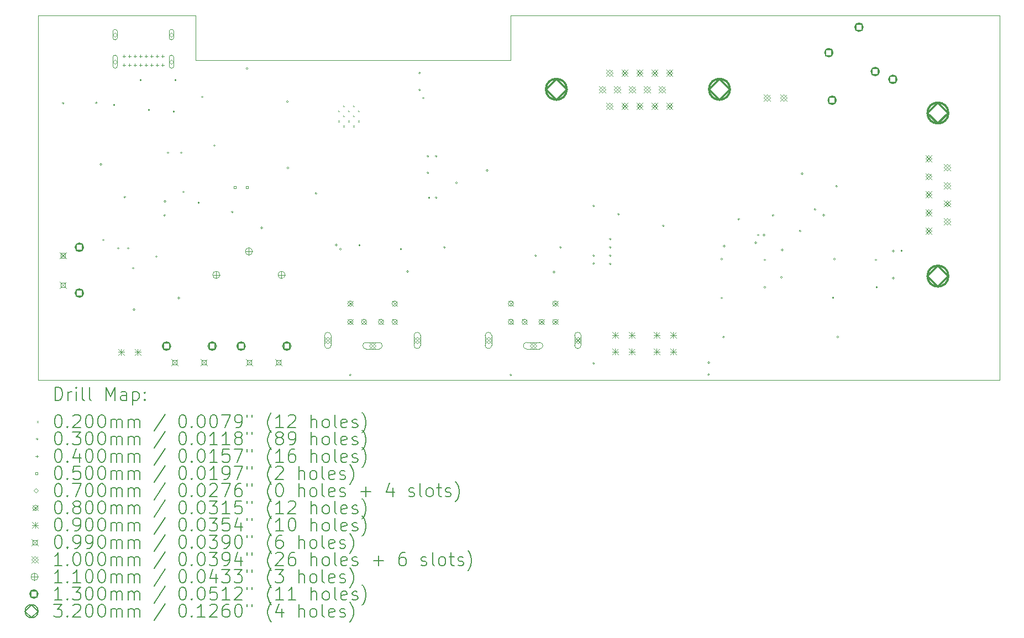
<source format=gbr>
%TF.GenerationSoftware,KiCad,Pcbnew,9.0.2*%
%TF.CreationDate,2025-06-23T14:50:58+02:00*%
%TF.ProjectId,nTerm2-S FT231,6e546572-6d32-42d5-9320-46543233312e,0.10*%
%TF.SameCoordinates,Original*%
%TF.FileFunction,Drillmap*%
%TF.FilePolarity,Positive*%
%FSLAX45Y45*%
G04 Gerber Fmt 4.5, Leading zero omitted, Abs format (unit mm)*
G04 Created by KiCad (PCBNEW 9.0.2) date 2025-06-23 14:50:58*
%MOMM*%
%LPD*%
G01*
G04 APERTURE LIST*
%ADD10C,0.050000*%
%ADD11C,0.200000*%
%ADD12C,0.100000*%
%ADD13C,0.110000*%
%ADD14C,0.130000*%
%ADD15C,0.320000*%
G04 APERTURE END LIST*
D10*
X9823600Y-7196850D02*
X7410600Y-7196850D01*
X14649600Y-7882650D02*
X14649600Y-7196850D01*
X14649600Y-7196850D02*
X22142600Y-7196850D01*
X7410600Y-12784850D02*
X7410600Y-7196850D01*
X9823180Y-7882650D02*
X11258700Y-7882650D01*
X22142600Y-12784850D02*
X7410600Y-12784850D01*
X9823600Y-7196850D02*
X9823180Y-7882650D01*
X22142600Y-7196850D02*
X22142600Y-12784850D01*
X11258700Y-7882650D02*
X14649600Y-7882650D01*
D11*
D12*
X12006100Y-8657400D02*
X12026100Y-8677400D01*
X12026100Y-8657400D02*
X12006100Y-8677400D01*
X12006100Y-8809900D02*
X12026100Y-8829900D01*
X12026100Y-8809900D02*
X12006100Y-8829900D01*
X12082350Y-8581150D02*
X12102350Y-8601150D01*
X12102350Y-8581150D02*
X12082350Y-8601150D01*
X12082350Y-8733650D02*
X12102350Y-8753650D01*
X12102350Y-8733650D02*
X12082350Y-8753650D01*
X12082350Y-8886150D02*
X12102350Y-8906150D01*
X12102350Y-8886150D02*
X12082350Y-8906150D01*
X12158600Y-8657400D02*
X12178600Y-8677400D01*
X12178600Y-8657400D02*
X12158600Y-8677400D01*
X12158600Y-8809900D02*
X12178600Y-8829900D01*
X12178600Y-8809900D02*
X12158600Y-8829900D01*
X12234850Y-8581150D02*
X12254850Y-8601150D01*
X12254850Y-8581150D02*
X12234850Y-8601150D01*
X12234850Y-8733650D02*
X12254850Y-8753650D01*
X12254850Y-8733650D02*
X12234850Y-8753650D01*
X12234850Y-8886150D02*
X12254850Y-8906150D01*
X12254850Y-8886150D02*
X12234850Y-8906150D01*
X12311100Y-8657400D02*
X12331100Y-8677400D01*
X12331100Y-8657400D02*
X12311100Y-8677400D01*
X12311100Y-8809900D02*
X12331100Y-8829900D01*
X12331100Y-8809900D02*
X12311100Y-8829900D01*
X7806600Y-8544560D02*
G75*
G02*
X7776600Y-8544560I-15000J0D01*
G01*
X7776600Y-8544560D02*
G75*
G02*
X7806600Y-8544560I15000J0D01*
G01*
X8314600Y-8539480D02*
G75*
G02*
X8284600Y-8539480I-15000J0D01*
G01*
X8284600Y-8539480D02*
G75*
G02*
X8314600Y-8539480I15000J0D01*
G01*
X8384300Y-9481820D02*
G75*
G02*
X8354300Y-9481820I-15000J0D01*
G01*
X8354300Y-9481820D02*
G75*
G02*
X8384300Y-9481820I15000J0D01*
G01*
X8422400Y-10642600D02*
G75*
G02*
X8392400Y-10642600I-15000J0D01*
G01*
X8392400Y-10642600D02*
G75*
G02*
X8422400Y-10642600I15000J0D01*
G01*
X8587500Y-8572500D02*
G75*
G02*
X8557500Y-8572500I-15000J0D01*
G01*
X8557500Y-8572500D02*
G75*
G02*
X8587500Y-8572500I15000J0D01*
G01*
X8651000Y-10769600D02*
G75*
G02*
X8621000Y-10769600I-15000J0D01*
G01*
X8621000Y-10769600D02*
G75*
G02*
X8651000Y-10769600I15000J0D01*
G01*
X8750060Y-9982200D02*
G75*
G02*
X8720060Y-9982200I-15000J0D01*
G01*
X8720060Y-9982200D02*
G75*
G02*
X8750060Y-9982200I15000J0D01*
G01*
X8803400Y-10769600D02*
G75*
G02*
X8773400Y-10769600I-15000J0D01*
G01*
X8773400Y-10769600D02*
G75*
G02*
X8803400Y-10769600I15000J0D01*
G01*
X8879600Y-11074400D02*
G75*
G02*
X8849600Y-11074400I-15000J0D01*
G01*
X8849600Y-11074400D02*
G75*
G02*
X8879600Y-11074400I15000J0D01*
G01*
X8892300Y-11709400D02*
G75*
G02*
X8862300Y-11709400I-15000J0D01*
G01*
X8862300Y-11709400D02*
G75*
G02*
X8892300Y-11709400I15000J0D01*
G01*
X8993900Y-8191500D02*
G75*
G02*
X8963900Y-8191500I-15000J0D01*
G01*
X8963900Y-8191500D02*
G75*
G02*
X8993900Y-8191500I15000J0D01*
G01*
X9120900Y-8648700D02*
G75*
G02*
X9090900Y-8648700I-15000J0D01*
G01*
X9090900Y-8648700D02*
G75*
G02*
X9120900Y-8648700I15000J0D01*
G01*
X9235200Y-10896600D02*
G75*
G02*
X9205200Y-10896600I-15000J0D01*
G01*
X9205200Y-10896600D02*
G75*
G02*
X9235200Y-10896600I15000J0D01*
G01*
X9360360Y-10261600D02*
G75*
G02*
X9330360Y-10261600I-15000J0D01*
G01*
X9330360Y-10261600D02*
G75*
G02*
X9360360Y-10261600I15000J0D01*
G01*
X9365440Y-10048240D02*
G75*
G02*
X9335440Y-10048240I-15000J0D01*
G01*
X9335440Y-10048240D02*
G75*
G02*
X9365440Y-10048240I15000J0D01*
G01*
X9413000Y-9304400D02*
G75*
G02*
X9383000Y-9304400I-15000J0D01*
G01*
X9383000Y-9304400D02*
G75*
G02*
X9413000Y-9304400I15000J0D01*
G01*
X9501900Y-8674100D02*
G75*
G02*
X9471900Y-8674100I-15000J0D01*
G01*
X9471900Y-8674100D02*
G75*
G02*
X9501900Y-8674100I15000J0D01*
G01*
X9527300Y-8191500D02*
G75*
G02*
X9497300Y-8191500I-15000J0D01*
G01*
X9497300Y-8191500D02*
G75*
G02*
X9527300Y-8191500I15000J0D01*
G01*
X9578100Y-11531600D02*
G75*
G02*
X9548100Y-11531600I-15000J0D01*
G01*
X9548100Y-11531600D02*
G75*
G02*
X9578100Y-11531600I15000J0D01*
G01*
X9616200Y-9304400D02*
G75*
G02*
X9586200Y-9304400I-15000J0D01*
G01*
X9586200Y-9304400D02*
G75*
G02*
X9616200Y-9304400I15000J0D01*
G01*
X9651190Y-9904730D02*
G75*
G02*
X9621190Y-9904730I-15000J0D01*
G01*
X9621190Y-9904730D02*
G75*
G02*
X9651190Y-9904730I15000J0D01*
G01*
X9883600Y-10071100D02*
G75*
G02*
X9853600Y-10071100I-15000J0D01*
G01*
X9853600Y-10071100D02*
G75*
G02*
X9883600Y-10071100I15000J0D01*
G01*
X9938300Y-8450100D02*
G75*
G02*
X9908300Y-8450100I-15000J0D01*
G01*
X9908300Y-8450100D02*
G75*
G02*
X9938300Y-8450100I15000J0D01*
G01*
X10124200Y-9194800D02*
G75*
G02*
X10094200Y-9194800I-15000J0D01*
G01*
X10094200Y-9194800D02*
G75*
G02*
X10124200Y-9194800I15000J0D01*
G01*
X10397000Y-10210800D02*
G75*
G02*
X10367000Y-10210800I-15000J0D01*
G01*
X10367000Y-10210800D02*
G75*
G02*
X10397000Y-10210800I15000J0D01*
G01*
X10624100Y-8013700D02*
G75*
G02*
X10594100Y-8013700I-15000J0D01*
G01*
X10594100Y-8013700D02*
G75*
G02*
X10624100Y-8013700I15000J0D01*
G01*
X10848100Y-10457400D02*
G75*
G02*
X10818100Y-10457400I-15000J0D01*
G01*
X10818100Y-10457400D02*
G75*
G02*
X10848100Y-10457400I15000J0D01*
G01*
X11241800Y-8521700D02*
G75*
G02*
X11211800Y-8521700I-15000J0D01*
G01*
X11211800Y-8521700D02*
G75*
G02*
X11241800Y-8521700I15000J0D01*
G01*
X11250200Y-9537700D02*
G75*
G02*
X11220200Y-9537700I-15000J0D01*
G01*
X11220200Y-9537700D02*
G75*
G02*
X11250200Y-9537700I15000J0D01*
G01*
X11680600Y-9926850D02*
G75*
G02*
X11650600Y-9926850I-15000J0D01*
G01*
X11650600Y-9926850D02*
G75*
G02*
X11680600Y-9926850I15000J0D01*
G01*
X11991100Y-10718800D02*
G75*
G02*
X11961100Y-10718800I-15000J0D01*
G01*
X11961100Y-10718800D02*
G75*
G02*
X11991100Y-10718800I15000J0D01*
G01*
X12054600Y-10782300D02*
G75*
G02*
X12024600Y-10782300I-15000J0D01*
G01*
X12024600Y-10782300D02*
G75*
G02*
X12054600Y-10782300I15000J0D01*
G01*
X12203917Y-12709850D02*
G75*
G02*
X12173917Y-12709850I-15000J0D01*
G01*
X12173917Y-12709850D02*
G75*
G02*
X12203917Y-12709850I15000J0D01*
G01*
X12346700Y-10720700D02*
G75*
G02*
X12316700Y-10720700I-15000J0D01*
G01*
X12316700Y-10720700D02*
G75*
G02*
X12346700Y-10720700I15000J0D01*
G01*
X12981700Y-10782300D02*
G75*
G02*
X12951700Y-10782300I-15000J0D01*
G01*
X12951700Y-10782300D02*
G75*
G02*
X12981700Y-10782300I15000J0D01*
G01*
X13083300Y-11125200D02*
G75*
G02*
X13053300Y-11125200I-15000J0D01*
G01*
X13053300Y-11125200D02*
G75*
G02*
X13083300Y-11125200I15000J0D01*
G01*
X13267600Y-8083950D02*
G75*
G02*
X13237600Y-8083950I-15000J0D01*
G01*
X13237600Y-8083950D02*
G75*
G02*
X13267600Y-8083950I15000J0D01*
G01*
X13267600Y-8339850D02*
G75*
G02*
X13237600Y-8339850I-15000J0D01*
G01*
X13237600Y-8339850D02*
G75*
G02*
X13267600Y-8339850I15000J0D01*
G01*
X13324600Y-8466850D02*
G75*
G02*
X13294600Y-8466850I-15000J0D01*
G01*
X13294600Y-8466850D02*
G75*
G02*
X13324600Y-8466850I15000J0D01*
G01*
X13394600Y-9355850D02*
G75*
G02*
X13364600Y-9355850I-15000J0D01*
G01*
X13364600Y-9355850D02*
G75*
G02*
X13394600Y-9355850I15000J0D01*
G01*
X13394600Y-9609850D02*
G75*
G02*
X13364600Y-9609850I-15000J0D01*
G01*
X13364600Y-9609850D02*
G75*
G02*
X13394600Y-9609850I15000J0D01*
G01*
X13413500Y-9994900D02*
G75*
G02*
X13383500Y-9994900I-15000J0D01*
G01*
X13383500Y-9994900D02*
G75*
G02*
X13413500Y-9994900I15000J0D01*
G01*
X13521600Y-9355850D02*
G75*
G02*
X13491600Y-9355850I-15000J0D01*
G01*
X13491600Y-9355850D02*
G75*
G02*
X13521600Y-9355850I15000J0D01*
G01*
X13521600Y-9990850D02*
G75*
G02*
X13491600Y-9990850I-15000J0D01*
G01*
X13491600Y-9990850D02*
G75*
G02*
X13521600Y-9990850I15000J0D01*
G01*
X13648600Y-10752850D02*
G75*
G02*
X13618600Y-10752850I-15000J0D01*
G01*
X13618600Y-10752850D02*
G75*
G02*
X13648600Y-10752850I15000J0D01*
G01*
X13832600Y-9766300D02*
G75*
G02*
X13802600Y-9766300I-15000J0D01*
G01*
X13802600Y-9766300D02*
G75*
G02*
X13832600Y-9766300I15000J0D01*
G01*
X14302500Y-9575800D02*
G75*
G02*
X14272500Y-9575800I-15000J0D01*
G01*
X14272500Y-9575800D02*
G75*
G02*
X14302500Y-9575800I15000J0D01*
G01*
X14664600Y-12709850D02*
G75*
G02*
X14634600Y-12709850I-15000J0D01*
G01*
X14634600Y-12709850D02*
G75*
G02*
X14664600Y-12709850I15000J0D01*
G01*
X15045600Y-10879850D02*
G75*
G02*
X15015600Y-10879850I-15000J0D01*
G01*
X15015600Y-10879850D02*
G75*
G02*
X15045600Y-10879850I15000J0D01*
G01*
X15326120Y-11133850D02*
G75*
G02*
X15296120Y-11133850I-15000J0D01*
G01*
X15296120Y-11133850D02*
G75*
G02*
X15326120Y-11133850I15000J0D01*
G01*
X15426600Y-10752850D02*
G75*
G02*
X15396600Y-10752850I-15000J0D01*
G01*
X15396600Y-10752850D02*
G75*
G02*
X15426600Y-10752850I15000J0D01*
G01*
X15934600Y-10117850D02*
G75*
G02*
X15904600Y-10117850I-15000J0D01*
G01*
X15904600Y-10117850D02*
G75*
G02*
X15934600Y-10117850I15000J0D01*
G01*
X15934600Y-10879621D02*
G75*
G02*
X15904600Y-10879621I-15000J0D01*
G01*
X15904600Y-10879621D02*
G75*
G02*
X15934600Y-10879621I15000J0D01*
G01*
X15934600Y-11004950D02*
G75*
G02*
X15904600Y-11004950I-15000J0D01*
G01*
X15904600Y-11004950D02*
G75*
G02*
X15934600Y-11004950I15000J0D01*
G01*
X15934600Y-12530850D02*
G75*
G02*
X15904600Y-12530850I-15000J0D01*
G01*
X15904600Y-12530850D02*
G75*
G02*
X15934600Y-12530850I15000J0D01*
G01*
X16188600Y-10625850D02*
G75*
G02*
X16158600Y-10625850I-15000J0D01*
G01*
X16158600Y-10625850D02*
G75*
G02*
X16188600Y-10625850I15000J0D01*
G01*
X16188600Y-10752850D02*
G75*
G02*
X16158600Y-10752850I-15000J0D01*
G01*
X16158600Y-10752850D02*
G75*
G02*
X16188600Y-10752850I15000J0D01*
G01*
X16188600Y-10879621D02*
G75*
G02*
X16158600Y-10879621I-15000J0D01*
G01*
X16158600Y-10879621D02*
G75*
G02*
X16188600Y-10879621I15000J0D01*
G01*
X16188600Y-11006850D02*
G75*
G02*
X16158600Y-11006850I-15000J0D01*
G01*
X16158600Y-11006850D02*
G75*
G02*
X16188600Y-11006850I15000J0D01*
G01*
X16315600Y-10244850D02*
G75*
G02*
X16285600Y-10244850I-15000J0D01*
G01*
X16285600Y-10244850D02*
G75*
G02*
X16315600Y-10244850I15000J0D01*
G01*
X17001250Y-10424400D02*
G75*
G02*
X16971250Y-10424400I-15000J0D01*
G01*
X16971250Y-10424400D02*
G75*
G02*
X17001250Y-10424400I15000J0D01*
G01*
X17696416Y-12704850D02*
G75*
G02*
X17666416Y-12704850I-15000J0D01*
G01*
X17666416Y-12704850D02*
G75*
G02*
X17696416Y-12704850I15000J0D01*
G01*
X17696600Y-12522200D02*
G75*
G02*
X17666600Y-12522200I-15000J0D01*
G01*
X17666600Y-12522200D02*
G75*
G02*
X17696600Y-12522200I15000J0D01*
G01*
X17896600Y-10934700D02*
G75*
G02*
X17866600Y-10934700I-15000J0D01*
G01*
X17866600Y-10934700D02*
G75*
G02*
X17896600Y-10934700I15000J0D01*
G01*
X17896600Y-11531600D02*
G75*
G02*
X17866600Y-11531600I-15000J0D01*
G01*
X17866600Y-11531600D02*
G75*
G02*
X17896600Y-11531600I15000J0D01*
G01*
X17925200Y-12128500D02*
G75*
G02*
X17895200Y-12128500I-15000J0D01*
G01*
X17895200Y-12128500D02*
G75*
G02*
X17925200Y-12128500I15000J0D01*
G01*
X17934700Y-10733400D02*
G75*
G02*
X17904700Y-10733400I-15000J0D01*
G01*
X17904700Y-10733400D02*
G75*
G02*
X17934700Y-10733400I15000J0D01*
G01*
X18158220Y-10322560D02*
G75*
G02*
X18128220Y-10322560I-15000J0D01*
G01*
X18128220Y-10322560D02*
G75*
G02*
X18158220Y-10322560I15000J0D01*
G01*
X18417300Y-10682600D02*
G75*
G02*
X18387300Y-10682600I-15000J0D01*
G01*
X18387300Y-10682600D02*
G75*
G02*
X18417300Y-10682600I15000J0D01*
G01*
X18455400Y-10566400D02*
G75*
G02*
X18425400Y-10566400I-15000J0D01*
G01*
X18425400Y-10566400D02*
G75*
G02*
X18455400Y-10566400I15000J0D01*
G01*
X18544300Y-10566400D02*
G75*
G02*
X18514300Y-10566400I-15000J0D01*
G01*
X18514300Y-10566400D02*
G75*
G02*
X18544300Y-10566400I15000J0D01*
G01*
X18557000Y-10947400D02*
G75*
G02*
X18527000Y-10947400I-15000J0D01*
G01*
X18527000Y-10947400D02*
G75*
G02*
X18557000Y-10947400I15000J0D01*
G01*
X18557000Y-11366500D02*
G75*
G02*
X18527000Y-11366500I-15000J0D01*
G01*
X18527000Y-11366500D02*
G75*
G02*
X18557000Y-11366500I15000J0D01*
G01*
X18681750Y-10261600D02*
G75*
G02*
X18651750Y-10261600I-15000J0D01*
G01*
X18651750Y-10261600D02*
G75*
G02*
X18681750Y-10261600I15000J0D01*
G01*
X18811000Y-11214100D02*
G75*
G02*
X18781000Y-11214100I-15000J0D01*
G01*
X18781000Y-11214100D02*
G75*
G02*
X18811000Y-11214100I15000J0D01*
G01*
X18823700Y-10795000D02*
G75*
G02*
X18793700Y-10795000I-15000J0D01*
G01*
X18793700Y-10795000D02*
G75*
G02*
X18823700Y-10795000I15000J0D01*
G01*
X19097000Y-10502900D02*
G75*
G02*
X19067000Y-10502900I-15000J0D01*
G01*
X19067000Y-10502900D02*
G75*
G02*
X19097000Y-10502900I15000J0D01*
G01*
X19128500Y-9626600D02*
G75*
G02*
X19098500Y-9626600I-15000J0D01*
G01*
X19098500Y-9626600D02*
G75*
G02*
X19128500Y-9626600I15000J0D01*
G01*
X19325200Y-10172300D02*
G75*
G02*
X19295200Y-10172300I-15000J0D01*
G01*
X19295200Y-10172300D02*
G75*
G02*
X19325200Y-10172300I15000J0D01*
G01*
X19458800Y-10261600D02*
G75*
G02*
X19428800Y-10261600I-15000J0D01*
G01*
X19428800Y-10261600D02*
G75*
G02*
X19458800Y-10261600I15000J0D01*
G01*
X19604200Y-11526850D02*
G75*
G02*
X19574200Y-11526850I-15000J0D01*
G01*
X19574200Y-11526850D02*
G75*
G02*
X19604200Y-11526850I15000J0D01*
G01*
X19623800Y-10934700D02*
G75*
G02*
X19593800Y-10934700I-15000J0D01*
G01*
X19593800Y-10934700D02*
G75*
G02*
X19623800Y-10934700I15000J0D01*
G01*
X19655214Y-9817100D02*
G75*
G02*
X19625214Y-9817100I-15000J0D01*
G01*
X19625214Y-9817100D02*
G75*
G02*
X19655214Y-9817100I15000J0D01*
G01*
X19674700Y-12128500D02*
G75*
G02*
X19644700Y-12128500I-15000J0D01*
G01*
X19644700Y-12128500D02*
G75*
G02*
X19674700Y-12128500I15000J0D01*
G01*
X20258800Y-10947400D02*
G75*
G02*
X20228800Y-10947400I-15000J0D01*
G01*
X20228800Y-10947400D02*
G75*
G02*
X20258800Y-10947400I15000J0D01*
G01*
X20271500Y-11366500D02*
G75*
G02*
X20241500Y-11366500I-15000J0D01*
G01*
X20241500Y-11366500D02*
G75*
G02*
X20271500Y-11366500I15000J0D01*
G01*
X20525500Y-10809600D02*
G75*
G02*
X20495500Y-10809600I-15000J0D01*
G01*
X20495500Y-10809600D02*
G75*
G02*
X20525500Y-10809600I15000J0D01*
G01*
X20525500Y-11226800D02*
G75*
G02*
X20495500Y-11226800I-15000J0D01*
G01*
X20495500Y-11226800D02*
G75*
G02*
X20525500Y-11226800I15000J0D01*
G01*
X20652500Y-10807700D02*
G75*
G02*
X20622500Y-10807700I-15000J0D01*
G01*
X20622500Y-10807700D02*
G75*
G02*
X20652500Y-10807700I15000J0D01*
G01*
X8722600Y-7803850D02*
X8722600Y-7843850D01*
X8702600Y-7823850D02*
X8742600Y-7823850D01*
X8722600Y-7938850D02*
X8722600Y-7978850D01*
X8702600Y-7958850D02*
X8742600Y-7958850D01*
X8807600Y-7803850D02*
X8807600Y-7843850D01*
X8787600Y-7823850D02*
X8827600Y-7823850D01*
X8807600Y-7938850D02*
X8807600Y-7978850D01*
X8787600Y-7958850D02*
X8827600Y-7958850D01*
X8892600Y-7803850D02*
X8892600Y-7843850D01*
X8872600Y-7823850D02*
X8912600Y-7823850D01*
X8892600Y-7938850D02*
X8892600Y-7978850D01*
X8872600Y-7958850D02*
X8912600Y-7958850D01*
X8977600Y-7803850D02*
X8977600Y-7843850D01*
X8957600Y-7823850D02*
X8997600Y-7823850D01*
X8977600Y-7938850D02*
X8977600Y-7978850D01*
X8957600Y-7958850D02*
X8997600Y-7958850D01*
X9062600Y-7803850D02*
X9062600Y-7843850D01*
X9042600Y-7823850D02*
X9082600Y-7823850D01*
X9062600Y-7938850D02*
X9062600Y-7978850D01*
X9042600Y-7958850D02*
X9082600Y-7958850D01*
X9147600Y-7803850D02*
X9147600Y-7843850D01*
X9127600Y-7823850D02*
X9167600Y-7823850D01*
X9147600Y-7938850D02*
X9147600Y-7978850D01*
X9127600Y-7958850D02*
X9167600Y-7958850D01*
X9232600Y-7803850D02*
X9232600Y-7843850D01*
X9212600Y-7823850D02*
X9252600Y-7823850D01*
X9232600Y-7938850D02*
X9232600Y-7978850D01*
X9212600Y-7958850D02*
X9252600Y-7958850D01*
X9317600Y-7803850D02*
X9317600Y-7843850D01*
X9297600Y-7823850D02*
X9337600Y-7823850D01*
X9317600Y-7938850D02*
X9317600Y-7978850D01*
X9297600Y-7958850D02*
X9337600Y-7958850D01*
X10438278Y-9847478D02*
X10438278Y-9812122D01*
X10402922Y-9812122D01*
X10402922Y-9847478D01*
X10438278Y-9847478D01*
X10628278Y-9847478D02*
X10628278Y-9812122D01*
X10592922Y-9812122D01*
X10592922Y-9847478D01*
X10628278Y-9847478D01*
X8588100Y-7528850D02*
X8623100Y-7493850D01*
X8588100Y-7458850D01*
X8553100Y-7493850D01*
X8588100Y-7528850D01*
X8623100Y-7538850D02*
X8623100Y-7448850D01*
X8553100Y-7448850D02*
G75*
G02*
X8623100Y-7448850I35000J0D01*
G01*
X8553100Y-7448850D02*
X8553100Y-7538850D01*
X8553100Y-7538850D02*
G75*
G03*
X8623100Y-7538850I35000J0D01*
G01*
X8588100Y-7943850D02*
X8623100Y-7908850D01*
X8588100Y-7873850D01*
X8553100Y-7908850D01*
X8588100Y-7943850D01*
X8623100Y-7973850D02*
X8623100Y-7843850D01*
X8553100Y-7843850D02*
G75*
G02*
X8623100Y-7843850I35000J0D01*
G01*
X8553100Y-7843850D02*
X8553100Y-7973850D01*
X8553100Y-7973850D02*
G75*
G03*
X8623100Y-7973850I35000J0D01*
G01*
X9451600Y-7528350D02*
X9486600Y-7493350D01*
X9451600Y-7458350D01*
X9416600Y-7493350D01*
X9451600Y-7528350D01*
X9486600Y-7538350D02*
X9486600Y-7448350D01*
X9416600Y-7448350D02*
G75*
G02*
X9486600Y-7448350I35000J0D01*
G01*
X9416600Y-7448350D02*
X9416600Y-7538350D01*
X9416600Y-7538350D02*
G75*
G03*
X9486600Y-7538350I35000J0D01*
G01*
X9452100Y-7943850D02*
X9487100Y-7908850D01*
X9452100Y-7873850D01*
X9417100Y-7908850D01*
X9452100Y-7943850D01*
X9487100Y-7973850D02*
X9487100Y-7843850D01*
X9417100Y-7843850D02*
G75*
G02*
X9487100Y-7843850I35000J0D01*
G01*
X9417100Y-7843850D02*
X9417100Y-7973850D01*
X9417100Y-7973850D02*
G75*
G03*
X9487100Y-7973850I35000J0D01*
G01*
X12151600Y-11575850D02*
X12231600Y-11655850D01*
X12231600Y-11575850D02*
X12151600Y-11655850D01*
X12231600Y-11615850D02*
G75*
G02*
X12151600Y-11615850I-40000J0D01*
G01*
X12151600Y-11615850D02*
G75*
G02*
X12231600Y-11615850I40000J0D01*
G01*
X12151600Y-11855850D02*
X12231600Y-11935850D01*
X12231600Y-11855850D02*
X12151600Y-11935850D01*
X12231600Y-11895850D02*
G75*
G02*
X12151600Y-11895850I-40000J0D01*
G01*
X12151600Y-11895850D02*
G75*
G02*
X12231600Y-11895850I40000J0D01*
G01*
X12361600Y-11855850D02*
X12441600Y-11935850D01*
X12441600Y-11855850D02*
X12361600Y-11935850D01*
X12441600Y-11895850D02*
G75*
G02*
X12361600Y-11895850I-40000J0D01*
G01*
X12361600Y-11895850D02*
G75*
G02*
X12441600Y-11895850I40000J0D01*
G01*
X12621600Y-11855850D02*
X12701600Y-11935850D01*
X12701600Y-11855850D02*
X12621600Y-11935850D01*
X12701600Y-11895850D02*
G75*
G02*
X12621600Y-11895850I-40000J0D01*
G01*
X12621600Y-11895850D02*
G75*
G02*
X12701600Y-11895850I40000J0D01*
G01*
X12831600Y-11575850D02*
X12911600Y-11655850D01*
X12911600Y-11575850D02*
X12831600Y-11655850D01*
X12911600Y-11615850D02*
G75*
G02*
X12831600Y-11615850I-40000J0D01*
G01*
X12831600Y-11615850D02*
G75*
G02*
X12911600Y-11615850I40000J0D01*
G01*
X12831600Y-11855850D02*
X12911600Y-11935850D01*
X12911600Y-11855850D02*
X12831600Y-11935850D01*
X12911600Y-11895850D02*
G75*
G02*
X12831600Y-11895850I-40000J0D01*
G01*
X12831600Y-11895850D02*
G75*
G02*
X12911600Y-11895850I40000J0D01*
G01*
X14611700Y-11575850D02*
X14691700Y-11655850D01*
X14691700Y-11575850D02*
X14611700Y-11655850D01*
X14691700Y-11615850D02*
G75*
G02*
X14611700Y-11615850I-40000J0D01*
G01*
X14611700Y-11615850D02*
G75*
G02*
X14691700Y-11615850I40000J0D01*
G01*
X14611700Y-11855850D02*
X14691700Y-11935850D01*
X14691700Y-11855850D02*
X14611700Y-11935850D01*
X14691700Y-11895850D02*
G75*
G02*
X14611700Y-11895850I-40000J0D01*
G01*
X14611700Y-11895850D02*
G75*
G02*
X14691700Y-11895850I40000J0D01*
G01*
X14821700Y-11855850D02*
X14901700Y-11935850D01*
X14901700Y-11855850D02*
X14821700Y-11935850D01*
X14901700Y-11895850D02*
G75*
G02*
X14821700Y-11895850I-40000J0D01*
G01*
X14821700Y-11895850D02*
G75*
G02*
X14901700Y-11895850I40000J0D01*
G01*
X15081700Y-11855850D02*
X15161700Y-11935850D01*
X15161700Y-11855850D02*
X15081700Y-11935850D01*
X15161700Y-11895850D02*
G75*
G02*
X15081700Y-11895850I-40000J0D01*
G01*
X15081700Y-11895850D02*
G75*
G02*
X15161700Y-11895850I40000J0D01*
G01*
X15291700Y-11575850D02*
X15371700Y-11655850D01*
X15371700Y-11575850D02*
X15291700Y-11655850D01*
X15371700Y-11615850D02*
G75*
G02*
X15291700Y-11615850I-40000J0D01*
G01*
X15291700Y-11615850D02*
G75*
G02*
X15371700Y-11615850I40000J0D01*
G01*
X15291700Y-11855850D02*
X15371700Y-11935850D01*
X15371700Y-11855850D02*
X15291700Y-11935850D01*
X15371700Y-11895850D02*
G75*
G02*
X15291700Y-11895850I-40000J0D01*
G01*
X15291700Y-11895850D02*
G75*
G02*
X15371700Y-11895850I40000J0D01*
G01*
X8637475Y-12314850D02*
X8727475Y-12404850D01*
X8727475Y-12314850D02*
X8637475Y-12404850D01*
X8682475Y-12314850D02*
X8682475Y-12404850D01*
X8637475Y-12359850D02*
X8727475Y-12359850D01*
X8891475Y-12314850D02*
X8981475Y-12404850D01*
X8981475Y-12314850D02*
X8891475Y-12404850D01*
X8936475Y-12314850D02*
X8936475Y-12404850D01*
X8891475Y-12359850D02*
X8981475Y-12359850D01*
X16204800Y-12053850D02*
X16294800Y-12143850D01*
X16294800Y-12053850D02*
X16204800Y-12143850D01*
X16249800Y-12053850D02*
X16249800Y-12143850D01*
X16204800Y-12098850D02*
X16294800Y-12098850D01*
X16204800Y-12307850D02*
X16294800Y-12397850D01*
X16294800Y-12307850D02*
X16204800Y-12397850D01*
X16249800Y-12307850D02*
X16249800Y-12397850D01*
X16204800Y-12352850D02*
X16294800Y-12352850D01*
X16458800Y-12053850D02*
X16548800Y-12143850D01*
X16548800Y-12053850D02*
X16458800Y-12143850D01*
X16503800Y-12053850D02*
X16503800Y-12143850D01*
X16458800Y-12098850D02*
X16548800Y-12098850D01*
X16458800Y-12307850D02*
X16548800Y-12397850D01*
X16548800Y-12307850D02*
X16458800Y-12397850D01*
X16503800Y-12307850D02*
X16503800Y-12397850D01*
X16458800Y-12352850D02*
X16548800Y-12352850D01*
X16839800Y-12053850D02*
X16929800Y-12143850D01*
X16929800Y-12053850D02*
X16839800Y-12143850D01*
X16884800Y-12053850D02*
X16884800Y-12143850D01*
X16839800Y-12098850D02*
X16929800Y-12098850D01*
X16839800Y-12307850D02*
X16929800Y-12397850D01*
X16929800Y-12307850D02*
X16839800Y-12397850D01*
X16884800Y-12307850D02*
X16884800Y-12397850D01*
X16839800Y-12352850D02*
X16929800Y-12352850D01*
X17093800Y-12053850D02*
X17183800Y-12143850D01*
X17183800Y-12053850D02*
X17093800Y-12143850D01*
X17138800Y-12053850D02*
X17138800Y-12143850D01*
X17093800Y-12098850D02*
X17183800Y-12098850D01*
X17093800Y-12307850D02*
X17183800Y-12397850D01*
X17183800Y-12307850D02*
X17093800Y-12397850D01*
X17138800Y-12307850D02*
X17138800Y-12397850D01*
X17093800Y-12352850D02*
X17183800Y-12352850D01*
X7742100Y-10830350D02*
X7841100Y-10929350D01*
X7841100Y-10830350D02*
X7742100Y-10929350D01*
X7826602Y-10914852D02*
X7826602Y-10844848D01*
X7756598Y-10844848D01*
X7756598Y-10914852D01*
X7826602Y-10914852D01*
X7742100Y-11280350D02*
X7841100Y-11379350D01*
X7841100Y-11280350D02*
X7742100Y-11379350D01*
X7826602Y-11364852D02*
X7826602Y-11294848D01*
X7756598Y-11294848D01*
X7756598Y-11364852D01*
X7826602Y-11364852D01*
X9451100Y-12467700D02*
X9550100Y-12566700D01*
X9550100Y-12467700D02*
X9451100Y-12566700D01*
X9535602Y-12552202D02*
X9535602Y-12482198D01*
X9465598Y-12482198D01*
X9465598Y-12552202D01*
X9535602Y-12552202D01*
X9901100Y-12467700D02*
X10000100Y-12566700D01*
X10000100Y-12467700D02*
X9901100Y-12566700D01*
X9985602Y-12552202D02*
X9985602Y-12482198D01*
X9915598Y-12482198D01*
X9915598Y-12552202D01*
X9985602Y-12552202D01*
X10594100Y-12467700D02*
X10693100Y-12566700D01*
X10693100Y-12467700D02*
X10594100Y-12566700D01*
X10678602Y-12552202D02*
X10678602Y-12482198D01*
X10608598Y-12482198D01*
X10608598Y-12552202D01*
X10678602Y-12552202D01*
X11044100Y-12467700D02*
X11143100Y-12566700D01*
X11143100Y-12467700D02*
X11044100Y-12566700D01*
X11128602Y-12552202D02*
X11128602Y-12482198D01*
X11058598Y-12482198D01*
X11058598Y-12552202D01*
X11128602Y-12552202D01*
X11796600Y-12130850D02*
X11896600Y-12230850D01*
X11896600Y-12130850D02*
X11796600Y-12230850D01*
X11846600Y-12230850D02*
X11896600Y-12180850D01*
X11846600Y-12130850D01*
X11796600Y-12180850D01*
X11846600Y-12230850D01*
X11796600Y-12105850D02*
X11796600Y-12255850D01*
X11896600Y-12255850D02*
G75*
G02*
X11796600Y-12255850I-50000J0D01*
G01*
X11896600Y-12255850D02*
X11896600Y-12105850D01*
X11896600Y-12105850D02*
G75*
G03*
X11796600Y-12105850I-50000J0D01*
G01*
X12481600Y-12210850D02*
X12581600Y-12310850D01*
X12581600Y-12210850D02*
X12481600Y-12310850D01*
X12531600Y-12310850D02*
X12581600Y-12260850D01*
X12531600Y-12210850D01*
X12481600Y-12260850D01*
X12531600Y-12310850D01*
X12431600Y-12310850D02*
X12631600Y-12310850D01*
X12631600Y-12210850D02*
G75*
G02*
X12631600Y-12310850I0J-50000D01*
G01*
X12631600Y-12210850D02*
X12431600Y-12210850D01*
X12431600Y-12210850D02*
G75*
G03*
X12431600Y-12310850I0J-50000D01*
G01*
X13166600Y-12130850D02*
X13266600Y-12230850D01*
X13266600Y-12130850D02*
X13166600Y-12230850D01*
X13216600Y-12230850D02*
X13266600Y-12180850D01*
X13216600Y-12130850D01*
X13166600Y-12180850D01*
X13216600Y-12230850D01*
X13166600Y-12105850D02*
X13166600Y-12255850D01*
X13266600Y-12255850D02*
G75*
G02*
X13166600Y-12255850I-50000J0D01*
G01*
X13266600Y-12255850D02*
X13266600Y-12105850D01*
X13266600Y-12105850D02*
G75*
G03*
X13166600Y-12105850I-50000J0D01*
G01*
X14256700Y-12130850D02*
X14356700Y-12230850D01*
X14356700Y-12130850D02*
X14256700Y-12230850D01*
X14306700Y-12230850D02*
X14356700Y-12180850D01*
X14306700Y-12130850D01*
X14256700Y-12180850D01*
X14306700Y-12230850D01*
X14256700Y-12105850D02*
X14256700Y-12255850D01*
X14356700Y-12255850D02*
G75*
G02*
X14256700Y-12255850I-50000J0D01*
G01*
X14356700Y-12255850D02*
X14356700Y-12105850D01*
X14356700Y-12105850D02*
G75*
G03*
X14256700Y-12105850I-50000J0D01*
G01*
X14941700Y-12210850D02*
X15041700Y-12310850D01*
X15041700Y-12210850D02*
X14941700Y-12310850D01*
X14991700Y-12310850D02*
X15041700Y-12260850D01*
X14991700Y-12210850D01*
X14941700Y-12260850D01*
X14991700Y-12310850D01*
X14891700Y-12310850D02*
X15091700Y-12310850D01*
X15091700Y-12210850D02*
G75*
G02*
X15091700Y-12310850I0J-50000D01*
G01*
X15091700Y-12210850D02*
X14891700Y-12210850D01*
X14891700Y-12210850D02*
G75*
G03*
X14891700Y-12310850I0J-50000D01*
G01*
X15626700Y-12130850D02*
X15726700Y-12230850D01*
X15726700Y-12130850D02*
X15626700Y-12230850D01*
X15676700Y-12230850D02*
X15726700Y-12180850D01*
X15676700Y-12130850D01*
X15626700Y-12180850D01*
X15676700Y-12230850D01*
X15626700Y-12105850D02*
X15626700Y-12255850D01*
X15726700Y-12255850D02*
G75*
G02*
X15626700Y-12255850I-50000J0D01*
G01*
X15726700Y-12255850D02*
X15726700Y-12105850D01*
X15726700Y-12105850D02*
G75*
G03*
X15626700Y-12105850I-50000J0D01*
G01*
X16001800Y-8281200D02*
X16101800Y-8381200D01*
X16101800Y-8281200D02*
X16001800Y-8381200D01*
X16051800Y-8381200D02*
X16101800Y-8331200D01*
X16051800Y-8281200D01*
X16001800Y-8331200D01*
X16051800Y-8381200D01*
X16116300Y-8027200D02*
X16216300Y-8127200D01*
X16216300Y-8027200D02*
X16116300Y-8127200D01*
X16166300Y-8127200D02*
X16216300Y-8077200D01*
X16166300Y-8027200D01*
X16116300Y-8077200D01*
X16166300Y-8127200D01*
X16116300Y-8535200D02*
X16216300Y-8635200D01*
X16216300Y-8535200D02*
X16116300Y-8635200D01*
X16166300Y-8635200D02*
X16216300Y-8585200D01*
X16166300Y-8535200D01*
X16116300Y-8585200D01*
X16166300Y-8635200D01*
X16230800Y-8281200D02*
X16330800Y-8381200D01*
X16330800Y-8281200D02*
X16230800Y-8381200D01*
X16280800Y-8381200D02*
X16330800Y-8331200D01*
X16280800Y-8281200D01*
X16230800Y-8331200D01*
X16280800Y-8381200D01*
X16345300Y-8027200D02*
X16445300Y-8127200D01*
X16445300Y-8027200D02*
X16345300Y-8127200D01*
X16395300Y-8127200D02*
X16445300Y-8077200D01*
X16395300Y-8027200D01*
X16345300Y-8077200D01*
X16395300Y-8127200D01*
X16345300Y-8535200D02*
X16445300Y-8635200D01*
X16445300Y-8535200D02*
X16345300Y-8635200D01*
X16395300Y-8635200D02*
X16445300Y-8585200D01*
X16395300Y-8535200D01*
X16345300Y-8585200D01*
X16395300Y-8635200D01*
X16459800Y-8281200D02*
X16559800Y-8381200D01*
X16559800Y-8281200D02*
X16459800Y-8381200D01*
X16509800Y-8381200D02*
X16559800Y-8331200D01*
X16509800Y-8281200D01*
X16459800Y-8331200D01*
X16509800Y-8381200D01*
X16574300Y-8027200D02*
X16674300Y-8127200D01*
X16674300Y-8027200D02*
X16574300Y-8127200D01*
X16624300Y-8127200D02*
X16674300Y-8077200D01*
X16624300Y-8027200D01*
X16574300Y-8077200D01*
X16624300Y-8127200D01*
X16574300Y-8535200D02*
X16674300Y-8635200D01*
X16674300Y-8535200D02*
X16574300Y-8635200D01*
X16624300Y-8635200D02*
X16674300Y-8585200D01*
X16624300Y-8535200D01*
X16574300Y-8585200D01*
X16624300Y-8635200D01*
X16688800Y-8281200D02*
X16788800Y-8381200D01*
X16788800Y-8281200D02*
X16688800Y-8381200D01*
X16738800Y-8381200D02*
X16788800Y-8331200D01*
X16738800Y-8281200D01*
X16688800Y-8331200D01*
X16738800Y-8381200D01*
X16803300Y-8027200D02*
X16903300Y-8127200D01*
X16903300Y-8027200D02*
X16803300Y-8127200D01*
X16853300Y-8127200D02*
X16903300Y-8077200D01*
X16853300Y-8027200D01*
X16803300Y-8077200D01*
X16853300Y-8127200D01*
X16803300Y-8535200D02*
X16903300Y-8635200D01*
X16903300Y-8535200D02*
X16803300Y-8635200D01*
X16853300Y-8635200D02*
X16903300Y-8585200D01*
X16853300Y-8535200D01*
X16803300Y-8585200D01*
X16853300Y-8635200D01*
X16917800Y-8281200D02*
X17017800Y-8381200D01*
X17017800Y-8281200D02*
X16917800Y-8381200D01*
X16967800Y-8381200D02*
X17017800Y-8331200D01*
X16967800Y-8281200D01*
X16917800Y-8331200D01*
X16967800Y-8381200D01*
X17032300Y-8027200D02*
X17132300Y-8127200D01*
X17132300Y-8027200D02*
X17032300Y-8127200D01*
X17082300Y-8127200D02*
X17132300Y-8077200D01*
X17082300Y-8027200D01*
X17032300Y-8077200D01*
X17082300Y-8127200D01*
X17032300Y-8535200D02*
X17132300Y-8635200D01*
X17132300Y-8535200D02*
X17032300Y-8635200D01*
X17082300Y-8635200D02*
X17132300Y-8585200D01*
X17082300Y-8535200D01*
X17032300Y-8585200D01*
X17082300Y-8635200D01*
X18525520Y-8408200D02*
X18625520Y-8508200D01*
X18625520Y-8408200D02*
X18525520Y-8508200D01*
X18575520Y-8508200D02*
X18625520Y-8458200D01*
X18575520Y-8408200D01*
X18525520Y-8458200D01*
X18575520Y-8508200D01*
X18779520Y-8408200D02*
X18879520Y-8508200D01*
X18879520Y-8408200D02*
X18779520Y-8508200D01*
X18829520Y-8508200D02*
X18879520Y-8458200D01*
X18829520Y-8408200D01*
X18779520Y-8458200D01*
X18829520Y-8508200D01*
X21002000Y-9340850D02*
X21102000Y-9440850D01*
X21102000Y-9340850D02*
X21002000Y-9440850D01*
X21052000Y-9440850D02*
X21102000Y-9390850D01*
X21052000Y-9340850D01*
X21002000Y-9390850D01*
X21052000Y-9440850D01*
X21002000Y-9617850D02*
X21102000Y-9717850D01*
X21102000Y-9617850D02*
X21002000Y-9717850D01*
X21052000Y-9717850D02*
X21102000Y-9667850D01*
X21052000Y-9617850D01*
X21002000Y-9667850D01*
X21052000Y-9717850D01*
X21002000Y-9894850D02*
X21102000Y-9994850D01*
X21102000Y-9894850D02*
X21002000Y-9994850D01*
X21052000Y-9994850D02*
X21102000Y-9944850D01*
X21052000Y-9894850D01*
X21002000Y-9944850D01*
X21052000Y-9994850D01*
X21002000Y-10171850D02*
X21102000Y-10271850D01*
X21102000Y-10171850D02*
X21002000Y-10271850D01*
X21052000Y-10271850D02*
X21102000Y-10221850D01*
X21052000Y-10171850D01*
X21002000Y-10221850D01*
X21052000Y-10271850D01*
X21002000Y-10448850D02*
X21102000Y-10548850D01*
X21102000Y-10448850D02*
X21002000Y-10548850D01*
X21052000Y-10548850D02*
X21102000Y-10498850D01*
X21052000Y-10448850D01*
X21002000Y-10498850D01*
X21052000Y-10548850D01*
X21286000Y-9479350D02*
X21386000Y-9579350D01*
X21386000Y-9479350D02*
X21286000Y-9579350D01*
X21336000Y-9579350D02*
X21386000Y-9529350D01*
X21336000Y-9479350D01*
X21286000Y-9529350D01*
X21336000Y-9579350D01*
X21286000Y-9756350D02*
X21386000Y-9856350D01*
X21386000Y-9756350D02*
X21286000Y-9856350D01*
X21336000Y-9856350D02*
X21386000Y-9806350D01*
X21336000Y-9756350D01*
X21286000Y-9806350D01*
X21336000Y-9856350D01*
X21286000Y-10033350D02*
X21386000Y-10133350D01*
X21386000Y-10033350D02*
X21286000Y-10133350D01*
X21336000Y-10133350D02*
X21386000Y-10083350D01*
X21336000Y-10033350D01*
X21286000Y-10083350D01*
X21336000Y-10133350D01*
X21286000Y-10310350D02*
X21386000Y-10410350D01*
X21386000Y-10310350D02*
X21286000Y-10410350D01*
X21336000Y-10410350D02*
X21386000Y-10360350D01*
X21336000Y-10310350D01*
X21286000Y-10360350D01*
X21336000Y-10410350D01*
D13*
X10137900Y-11121000D02*
X10137900Y-11231000D01*
X10082900Y-11176000D02*
X10192900Y-11176000D01*
X10192900Y-11176000D02*
G75*
G02*
X10082900Y-11176000I-55000J0D01*
G01*
X10082900Y-11176000D02*
G75*
G02*
X10192900Y-11176000I55000J0D01*
G01*
X10637900Y-10761000D02*
X10637900Y-10871000D01*
X10582900Y-10816000D02*
X10692900Y-10816000D01*
X10692900Y-10816000D02*
G75*
G02*
X10582900Y-10816000I-55000J0D01*
G01*
X10582900Y-10816000D02*
G75*
G02*
X10692900Y-10816000I55000J0D01*
G01*
X11137900Y-11121000D02*
X11137900Y-11231000D01*
X11082900Y-11176000D02*
X11192900Y-11176000D01*
X11192900Y-11176000D02*
G75*
G02*
X11082900Y-11176000I-55000J0D01*
G01*
X11082900Y-11176000D02*
G75*
G02*
X11192900Y-11176000I55000J0D01*
G01*
D14*
X8086562Y-10799812D02*
X8086562Y-10707888D01*
X7994638Y-10707888D01*
X7994638Y-10799812D01*
X8086562Y-10799812D01*
X8105600Y-10753850D02*
G75*
G02*
X7975600Y-10753850I-65000J0D01*
G01*
X7975600Y-10753850D02*
G75*
G02*
X8105600Y-10753850I65000J0D01*
G01*
X8086562Y-11500812D02*
X8086562Y-11408888D01*
X7994638Y-11408888D01*
X7994638Y-11500812D01*
X8086562Y-11500812D01*
X8105600Y-11454850D02*
G75*
G02*
X7975600Y-11454850I-65000J0D01*
G01*
X7975600Y-11454850D02*
G75*
G02*
X8105600Y-11454850I65000J0D01*
G01*
X9420562Y-12314162D02*
X9420562Y-12222238D01*
X9328638Y-12222238D01*
X9328638Y-12314162D01*
X9420562Y-12314162D01*
X9439600Y-12268200D02*
G75*
G02*
X9309600Y-12268200I-65000J0D01*
G01*
X9309600Y-12268200D02*
G75*
G02*
X9439600Y-12268200I65000J0D01*
G01*
X10121562Y-12314162D02*
X10121562Y-12222238D01*
X10029638Y-12222238D01*
X10029638Y-12314162D01*
X10121562Y-12314162D01*
X10140600Y-12268200D02*
G75*
G02*
X10010600Y-12268200I-65000J0D01*
G01*
X10010600Y-12268200D02*
G75*
G02*
X10140600Y-12268200I65000J0D01*
G01*
X10563562Y-12314162D02*
X10563562Y-12222238D01*
X10471638Y-12222238D01*
X10471638Y-12314162D01*
X10563562Y-12314162D01*
X10582600Y-12268200D02*
G75*
G02*
X10452600Y-12268200I-65000J0D01*
G01*
X10452600Y-12268200D02*
G75*
G02*
X10582600Y-12268200I65000J0D01*
G01*
X11264562Y-12314162D02*
X11264562Y-12222238D01*
X11172638Y-12222238D01*
X11172638Y-12314162D01*
X11264562Y-12314162D01*
X11283600Y-12268200D02*
G75*
G02*
X11153600Y-12268200I-65000J0D01*
G01*
X11153600Y-12268200D02*
G75*
G02*
X11283600Y-12268200I65000J0D01*
G01*
X19569562Y-7815262D02*
X19569562Y-7723338D01*
X19477638Y-7723338D01*
X19477638Y-7815262D01*
X19569562Y-7815262D01*
X19588600Y-7769300D02*
G75*
G02*
X19458600Y-7769300I-65000J0D01*
G01*
X19458600Y-7769300D02*
G75*
G02*
X19588600Y-7769300I65000J0D01*
G01*
X19619562Y-8545262D02*
X19619562Y-8453338D01*
X19527638Y-8453338D01*
X19527638Y-8545262D01*
X19619562Y-8545262D01*
X19638600Y-8499300D02*
G75*
G02*
X19508600Y-8499300I-65000J0D01*
G01*
X19508600Y-8499300D02*
G75*
G02*
X19638600Y-8499300I65000J0D01*
G01*
X20029562Y-7425262D02*
X20029562Y-7333338D01*
X19937638Y-7333338D01*
X19937638Y-7425262D01*
X20029562Y-7425262D01*
X20048600Y-7379300D02*
G75*
G02*
X19918600Y-7379300I-65000J0D01*
G01*
X19918600Y-7379300D02*
G75*
G02*
X20048600Y-7379300I65000J0D01*
G01*
X20279562Y-8105262D02*
X20279562Y-8013338D01*
X20187638Y-8013338D01*
X20187638Y-8105262D01*
X20279562Y-8105262D01*
X20298600Y-8059300D02*
G75*
G02*
X20168600Y-8059300I-65000J0D01*
G01*
X20168600Y-8059300D02*
G75*
G02*
X20298600Y-8059300I65000J0D01*
G01*
X20549562Y-8225262D02*
X20549562Y-8133338D01*
X20457638Y-8133338D01*
X20457638Y-8225262D01*
X20549562Y-8225262D01*
X20568600Y-8179300D02*
G75*
G02*
X20438600Y-8179300I-65000J0D01*
G01*
X20438600Y-8179300D02*
G75*
G02*
X20568600Y-8179300I65000J0D01*
G01*
D15*
X15347800Y-8491200D02*
X15507800Y-8331200D01*
X15347800Y-8171200D01*
X15187800Y-8331200D01*
X15347800Y-8491200D01*
X15507800Y-8331200D02*
G75*
G02*
X15187800Y-8331200I-160000J0D01*
G01*
X15187800Y-8331200D02*
G75*
G02*
X15507800Y-8331200I160000J0D01*
G01*
X17847800Y-8491200D02*
X18007800Y-8331200D01*
X17847800Y-8171200D01*
X17687800Y-8331200D01*
X17847800Y-8491200D01*
X18007800Y-8331200D02*
G75*
G02*
X17687800Y-8331200I-160000J0D01*
G01*
X17687800Y-8331200D02*
G75*
G02*
X18007800Y-8331200I160000J0D01*
G01*
X21194000Y-8854850D02*
X21354000Y-8694850D01*
X21194000Y-8534850D01*
X21034000Y-8694850D01*
X21194000Y-8854850D01*
X21354000Y-8694850D02*
G75*
G02*
X21034000Y-8694850I-160000J0D01*
G01*
X21034000Y-8694850D02*
G75*
G02*
X21354000Y-8694850I160000J0D01*
G01*
X21194000Y-11354850D02*
X21354000Y-11194850D01*
X21194000Y-11034850D01*
X21034000Y-11194850D01*
X21194000Y-11354850D01*
X21354000Y-11194850D02*
G75*
G02*
X21034000Y-11194850I-160000J0D01*
G01*
X21034000Y-11194850D02*
G75*
G02*
X21354000Y-11194850I160000J0D01*
G01*
D11*
X7668877Y-13098834D02*
X7668877Y-12898834D01*
X7668877Y-12898834D02*
X7716496Y-12898834D01*
X7716496Y-12898834D02*
X7745067Y-12908358D01*
X7745067Y-12908358D02*
X7764115Y-12927405D01*
X7764115Y-12927405D02*
X7773639Y-12946453D01*
X7773639Y-12946453D02*
X7783162Y-12984548D01*
X7783162Y-12984548D02*
X7783162Y-13013119D01*
X7783162Y-13013119D02*
X7773639Y-13051215D01*
X7773639Y-13051215D02*
X7764115Y-13070262D01*
X7764115Y-13070262D02*
X7745067Y-13089310D01*
X7745067Y-13089310D02*
X7716496Y-13098834D01*
X7716496Y-13098834D02*
X7668877Y-13098834D01*
X7868877Y-13098834D02*
X7868877Y-12965500D01*
X7868877Y-13003596D02*
X7878401Y-12984548D01*
X7878401Y-12984548D02*
X7887924Y-12975024D01*
X7887924Y-12975024D02*
X7906972Y-12965500D01*
X7906972Y-12965500D02*
X7926020Y-12965500D01*
X7992686Y-13098834D02*
X7992686Y-12965500D01*
X7992686Y-12898834D02*
X7983162Y-12908358D01*
X7983162Y-12908358D02*
X7992686Y-12917881D01*
X7992686Y-12917881D02*
X8002210Y-12908358D01*
X8002210Y-12908358D02*
X7992686Y-12898834D01*
X7992686Y-12898834D02*
X7992686Y-12917881D01*
X8116496Y-13098834D02*
X8097448Y-13089310D01*
X8097448Y-13089310D02*
X8087924Y-13070262D01*
X8087924Y-13070262D02*
X8087924Y-12898834D01*
X8221258Y-13098834D02*
X8202210Y-13089310D01*
X8202210Y-13089310D02*
X8192686Y-13070262D01*
X8192686Y-13070262D02*
X8192686Y-12898834D01*
X8449829Y-13098834D02*
X8449829Y-12898834D01*
X8449829Y-12898834D02*
X8516496Y-13041691D01*
X8516496Y-13041691D02*
X8583163Y-12898834D01*
X8583163Y-12898834D02*
X8583163Y-13098834D01*
X8764115Y-13098834D02*
X8764115Y-12994072D01*
X8764115Y-12994072D02*
X8754591Y-12975024D01*
X8754591Y-12975024D02*
X8735544Y-12965500D01*
X8735544Y-12965500D02*
X8697448Y-12965500D01*
X8697448Y-12965500D02*
X8678401Y-12975024D01*
X8764115Y-13089310D02*
X8745067Y-13098834D01*
X8745067Y-13098834D02*
X8697448Y-13098834D01*
X8697448Y-13098834D02*
X8678401Y-13089310D01*
X8678401Y-13089310D02*
X8668877Y-13070262D01*
X8668877Y-13070262D02*
X8668877Y-13051215D01*
X8668877Y-13051215D02*
X8678401Y-13032167D01*
X8678401Y-13032167D02*
X8697448Y-13022643D01*
X8697448Y-13022643D02*
X8745067Y-13022643D01*
X8745067Y-13022643D02*
X8764115Y-13013119D01*
X8859353Y-12965500D02*
X8859353Y-13165500D01*
X8859353Y-12975024D02*
X8878401Y-12965500D01*
X8878401Y-12965500D02*
X8916496Y-12965500D01*
X8916496Y-12965500D02*
X8935544Y-12975024D01*
X8935544Y-12975024D02*
X8945067Y-12984548D01*
X8945067Y-12984548D02*
X8954591Y-13003596D01*
X8954591Y-13003596D02*
X8954591Y-13060738D01*
X8954591Y-13060738D02*
X8945067Y-13079786D01*
X8945067Y-13079786D02*
X8935544Y-13089310D01*
X8935544Y-13089310D02*
X8916496Y-13098834D01*
X8916496Y-13098834D02*
X8878401Y-13098834D01*
X8878401Y-13098834D02*
X8859353Y-13089310D01*
X9040305Y-13079786D02*
X9049829Y-13089310D01*
X9049829Y-13089310D02*
X9040305Y-13098834D01*
X9040305Y-13098834D02*
X9030782Y-13089310D01*
X9030782Y-13089310D02*
X9040305Y-13079786D01*
X9040305Y-13079786D02*
X9040305Y-13098834D01*
X9040305Y-12975024D02*
X9049829Y-12984548D01*
X9049829Y-12984548D02*
X9040305Y-12994072D01*
X9040305Y-12994072D02*
X9030782Y-12984548D01*
X9030782Y-12984548D02*
X9040305Y-12975024D01*
X9040305Y-12975024D02*
X9040305Y-12994072D01*
D12*
X7388100Y-13417350D02*
X7408100Y-13437350D01*
X7408100Y-13417350D02*
X7388100Y-13437350D01*
D11*
X7706972Y-13318834D02*
X7726020Y-13318834D01*
X7726020Y-13318834D02*
X7745067Y-13328358D01*
X7745067Y-13328358D02*
X7754591Y-13337881D01*
X7754591Y-13337881D02*
X7764115Y-13356929D01*
X7764115Y-13356929D02*
X7773639Y-13395024D01*
X7773639Y-13395024D02*
X7773639Y-13442643D01*
X7773639Y-13442643D02*
X7764115Y-13480738D01*
X7764115Y-13480738D02*
X7754591Y-13499786D01*
X7754591Y-13499786D02*
X7745067Y-13509310D01*
X7745067Y-13509310D02*
X7726020Y-13518834D01*
X7726020Y-13518834D02*
X7706972Y-13518834D01*
X7706972Y-13518834D02*
X7687924Y-13509310D01*
X7687924Y-13509310D02*
X7678401Y-13499786D01*
X7678401Y-13499786D02*
X7668877Y-13480738D01*
X7668877Y-13480738D02*
X7659353Y-13442643D01*
X7659353Y-13442643D02*
X7659353Y-13395024D01*
X7659353Y-13395024D02*
X7668877Y-13356929D01*
X7668877Y-13356929D02*
X7678401Y-13337881D01*
X7678401Y-13337881D02*
X7687924Y-13328358D01*
X7687924Y-13328358D02*
X7706972Y-13318834D01*
X7859353Y-13499786D02*
X7868877Y-13509310D01*
X7868877Y-13509310D02*
X7859353Y-13518834D01*
X7859353Y-13518834D02*
X7849829Y-13509310D01*
X7849829Y-13509310D02*
X7859353Y-13499786D01*
X7859353Y-13499786D02*
X7859353Y-13518834D01*
X7945067Y-13337881D02*
X7954591Y-13328358D01*
X7954591Y-13328358D02*
X7973639Y-13318834D01*
X7973639Y-13318834D02*
X8021258Y-13318834D01*
X8021258Y-13318834D02*
X8040305Y-13328358D01*
X8040305Y-13328358D02*
X8049829Y-13337881D01*
X8049829Y-13337881D02*
X8059353Y-13356929D01*
X8059353Y-13356929D02*
X8059353Y-13375977D01*
X8059353Y-13375977D02*
X8049829Y-13404548D01*
X8049829Y-13404548D02*
X7935543Y-13518834D01*
X7935543Y-13518834D02*
X8059353Y-13518834D01*
X8183162Y-13318834D02*
X8202210Y-13318834D01*
X8202210Y-13318834D02*
X8221258Y-13328358D01*
X8221258Y-13328358D02*
X8230782Y-13337881D01*
X8230782Y-13337881D02*
X8240305Y-13356929D01*
X8240305Y-13356929D02*
X8249829Y-13395024D01*
X8249829Y-13395024D02*
X8249829Y-13442643D01*
X8249829Y-13442643D02*
X8240305Y-13480738D01*
X8240305Y-13480738D02*
X8230782Y-13499786D01*
X8230782Y-13499786D02*
X8221258Y-13509310D01*
X8221258Y-13509310D02*
X8202210Y-13518834D01*
X8202210Y-13518834D02*
X8183162Y-13518834D01*
X8183162Y-13518834D02*
X8164115Y-13509310D01*
X8164115Y-13509310D02*
X8154591Y-13499786D01*
X8154591Y-13499786D02*
X8145067Y-13480738D01*
X8145067Y-13480738D02*
X8135543Y-13442643D01*
X8135543Y-13442643D02*
X8135543Y-13395024D01*
X8135543Y-13395024D02*
X8145067Y-13356929D01*
X8145067Y-13356929D02*
X8154591Y-13337881D01*
X8154591Y-13337881D02*
X8164115Y-13328358D01*
X8164115Y-13328358D02*
X8183162Y-13318834D01*
X8373639Y-13318834D02*
X8392686Y-13318834D01*
X8392686Y-13318834D02*
X8411734Y-13328358D01*
X8411734Y-13328358D02*
X8421258Y-13337881D01*
X8421258Y-13337881D02*
X8430782Y-13356929D01*
X8430782Y-13356929D02*
X8440305Y-13395024D01*
X8440305Y-13395024D02*
X8440305Y-13442643D01*
X8440305Y-13442643D02*
X8430782Y-13480738D01*
X8430782Y-13480738D02*
X8421258Y-13499786D01*
X8421258Y-13499786D02*
X8411734Y-13509310D01*
X8411734Y-13509310D02*
X8392686Y-13518834D01*
X8392686Y-13518834D02*
X8373639Y-13518834D01*
X8373639Y-13518834D02*
X8354591Y-13509310D01*
X8354591Y-13509310D02*
X8345067Y-13499786D01*
X8345067Y-13499786D02*
X8335543Y-13480738D01*
X8335543Y-13480738D02*
X8326020Y-13442643D01*
X8326020Y-13442643D02*
X8326020Y-13395024D01*
X8326020Y-13395024D02*
X8335543Y-13356929D01*
X8335543Y-13356929D02*
X8345067Y-13337881D01*
X8345067Y-13337881D02*
X8354591Y-13328358D01*
X8354591Y-13328358D02*
X8373639Y-13318834D01*
X8526020Y-13518834D02*
X8526020Y-13385500D01*
X8526020Y-13404548D02*
X8535544Y-13395024D01*
X8535544Y-13395024D02*
X8554591Y-13385500D01*
X8554591Y-13385500D02*
X8583163Y-13385500D01*
X8583163Y-13385500D02*
X8602210Y-13395024D01*
X8602210Y-13395024D02*
X8611734Y-13414072D01*
X8611734Y-13414072D02*
X8611734Y-13518834D01*
X8611734Y-13414072D02*
X8621258Y-13395024D01*
X8621258Y-13395024D02*
X8640305Y-13385500D01*
X8640305Y-13385500D02*
X8668877Y-13385500D01*
X8668877Y-13385500D02*
X8687925Y-13395024D01*
X8687925Y-13395024D02*
X8697448Y-13414072D01*
X8697448Y-13414072D02*
X8697448Y-13518834D01*
X8792686Y-13518834D02*
X8792686Y-13385500D01*
X8792686Y-13404548D02*
X8802210Y-13395024D01*
X8802210Y-13395024D02*
X8821258Y-13385500D01*
X8821258Y-13385500D02*
X8849829Y-13385500D01*
X8849829Y-13385500D02*
X8868877Y-13395024D01*
X8868877Y-13395024D02*
X8878401Y-13414072D01*
X8878401Y-13414072D02*
X8878401Y-13518834D01*
X8878401Y-13414072D02*
X8887925Y-13395024D01*
X8887925Y-13395024D02*
X8906972Y-13385500D01*
X8906972Y-13385500D02*
X8935544Y-13385500D01*
X8935544Y-13385500D02*
X8954591Y-13395024D01*
X8954591Y-13395024D02*
X8964115Y-13414072D01*
X8964115Y-13414072D02*
X8964115Y-13518834D01*
X9354591Y-13309310D02*
X9183163Y-13566453D01*
X9611734Y-13318834D02*
X9630782Y-13318834D01*
X9630782Y-13318834D02*
X9649829Y-13328358D01*
X9649829Y-13328358D02*
X9659353Y-13337881D01*
X9659353Y-13337881D02*
X9668877Y-13356929D01*
X9668877Y-13356929D02*
X9678401Y-13395024D01*
X9678401Y-13395024D02*
X9678401Y-13442643D01*
X9678401Y-13442643D02*
X9668877Y-13480738D01*
X9668877Y-13480738D02*
X9659353Y-13499786D01*
X9659353Y-13499786D02*
X9649829Y-13509310D01*
X9649829Y-13509310D02*
X9630782Y-13518834D01*
X9630782Y-13518834D02*
X9611734Y-13518834D01*
X9611734Y-13518834D02*
X9592687Y-13509310D01*
X9592687Y-13509310D02*
X9583163Y-13499786D01*
X9583163Y-13499786D02*
X9573639Y-13480738D01*
X9573639Y-13480738D02*
X9564115Y-13442643D01*
X9564115Y-13442643D02*
X9564115Y-13395024D01*
X9564115Y-13395024D02*
X9573639Y-13356929D01*
X9573639Y-13356929D02*
X9583163Y-13337881D01*
X9583163Y-13337881D02*
X9592687Y-13328358D01*
X9592687Y-13328358D02*
X9611734Y-13318834D01*
X9764115Y-13499786D02*
X9773639Y-13509310D01*
X9773639Y-13509310D02*
X9764115Y-13518834D01*
X9764115Y-13518834D02*
X9754591Y-13509310D01*
X9754591Y-13509310D02*
X9764115Y-13499786D01*
X9764115Y-13499786D02*
X9764115Y-13518834D01*
X9897448Y-13318834D02*
X9916496Y-13318834D01*
X9916496Y-13318834D02*
X9935544Y-13328358D01*
X9935544Y-13328358D02*
X9945068Y-13337881D01*
X9945068Y-13337881D02*
X9954591Y-13356929D01*
X9954591Y-13356929D02*
X9964115Y-13395024D01*
X9964115Y-13395024D02*
X9964115Y-13442643D01*
X9964115Y-13442643D02*
X9954591Y-13480738D01*
X9954591Y-13480738D02*
X9945068Y-13499786D01*
X9945068Y-13499786D02*
X9935544Y-13509310D01*
X9935544Y-13509310D02*
X9916496Y-13518834D01*
X9916496Y-13518834D02*
X9897448Y-13518834D01*
X9897448Y-13518834D02*
X9878401Y-13509310D01*
X9878401Y-13509310D02*
X9868877Y-13499786D01*
X9868877Y-13499786D02*
X9859353Y-13480738D01*
X9859353Y-13480738D02*
X9849829Y-13442643D01*
X9849829Y-13442643D02*
X9849829Y-13395024D01*
X9849829Y-13395024D02*
X9859353Y-13356929D01*
X9859353Y-13356929D02*
X9868877Y-13337881D01*
X9868877Y-13337881D02*
X9878401Y-13328358D01*
X9878401Y-13328358D02*
X9897448Y-13318834D01*
X10087925Y-13318834D02*
X10106972Y-13318834D01*
X10106972Y-13318834D02*
X10126020Y-13328358D01*
X10126020Y-13328358D02*
X10135544Y-13337881D01*
X10135544Y-13337881D02*
X10145068Y-13356929D01*
X10145068Y-13356929D02*
X10154591Y-13395024D01*
X10154591Y-13395024D02*
X10154591Y-13442643D01*
X10154591Y-13442643D02*
X10145068Y-13480738D01*
X10145068Y-13480738D02*
X10135544Y-13499786D01*
X10135544Y-13499786D02*
X10126020Y-13509310D01*
X10126020Y-13509310D02*
X10106972Y-13518834D01*
X10106972Y-13518834D02*
X10087925Y-13518834D01*
X10087925Y-13518834D02*
X10068877Y-13509310D01*
X10068877Y-13509310D02*
X10059353Y-13499786D01*
X10059353Y-13499786D02*
X10049829Y-13480738D01*
X10049829Y-13480738D02*
X10040306Y-13442643D01*
X10040306Y-13442643D02*
X10040306Y-13395024D01*
X10040306Y-13395024D02*
X10049829Y-13356929D01*
X10049829Y-13356929D02*
X10059353Y-13337881D01*
X10059353Y-13337881D02*
X10068877Y-13328358D01*
X10068877Y-13328358D02*
X10087925Y-13318834D01*
X10221258Y-13318834D02*
X10354591Y-13318834D01*
X10354591Y-13318834D02*
X10268877Y-13518834D01*
X10440306Y-13518834D02*
X10478401Y-13518834D01*
X10478401Y-13518834D02*
X10497449Y-13509310D01*
X10497449Y-13509310D02*
X10506972Y-13499786D01*
X10506972Y-13499786D02*
X10526020Y-13471215D01*
X10526020Y-13471215D02*
X10535544Y-13433119D01*
X10535544Y-13433119D02*
X10535544Y-13356929D01*
X10535544Y-13356929D02*
X10526020Y-13337881D01*
X10526020Y-13337881D02*
X10516496Y-13328358D01*
X10516496Y-13328358D02*
X10497449Y-13318834D01*
X10497449Y-13318834D02*
X10459353Y-13318834D01*
X10459353Y-13318834D02*
X10440306Y-13328358D01*
X10440306Y-13328358D02*
X10430782Y-13337881D01*
X10430782Y-13337881D02*
X10421258Y-13356929D01*
X10421258Y-13356929D02*
X10421258Y-13404548D01*
X10421258Y-13404548D02*
X10430782Y-13423596D01*
X10430782Y-13423596D02*
X10440306Y-13433119D01*
X10440306Y-13433119D02*
X10459353Y-13442643D01*
X10459353Y-13442643D02*
X10497449Y-13442643D01*
X10497449Y-13442643D02*
X10516496Y-13433119D01*
X10516496Y-13433119D02*
X10526020Y-13423596D01*
X10526020Y-13423596D02*
X10535544Y-13404548D01*
X10611734Y-13318834D02*
X10611734Y-13356929D01*
X10687925Y-13318834D02*
X10687925Y-13356929D01*
X10983163Y-13595024D02*
X10973639Y-13585500D01*
X10973639Y-13585500D02*
X10954591Y-13556929D01*
X10954591Y-13556929D02*
X10945068Y-13537881D01*
X10945068Y-13537881D02*
X10935544Y-13509310D01*
X10935544Y-13509310D02*
X10926020Y-13461691D01*
X10926020Y-13461691D02*
X10926020Y-13423596D01*
X10926020Y-13423596D02*
X10935544Y-13375977D01*
X10935544Y-13375977D02*
X10945068Y-13347405D01*
X10945068Y-13347405D02*
X10954591Y-13328358D01*
X10954591Y-13328358D02*
X10973639Y-13299786D01*
X10973639Y-13299786D02*
X10983163Y-13290262D01*
X11164115Y-13518834D02*
X11049830Y-13518834D01*
X11106972Y-13518834D02*
X11106972Y-13318834D01*
X11106972Y-13318834D02*
X11087925Y-13347405D01*
X11087925Y-13347405D02*
X11068877Y-13366453D01*
X11068877Y-13366453D02*
X11049830Y-13375977D01*
X11240306Y-13337881D02*
X11249829Y-13328358D01*
X11249829Y-13328358D02*
X11268877Y-13318834D01*
X11268877Y-13318834D02*
X11316496Y-13318834D01*
X11316496Y-13318834D02*
X11335544Y-13328358D01*
X11335544Y-13328358D02*
X11345068Y-13337881D01*
X11345068Y-13337881D02*
X11354591Y-13356929D01*
X11354591Y-13356929D02*
X11354591Y-13375977D01*
X11354591Y-13375977D02*
X11345068Y-13404548D01*
X11345068Y-13404548D02*
X11230782Y-13518834D01*
X11230782Y-13518834D02*
X11354591Y-13518834D01*
X11592687Y-13518834D02*
X11592687Y-13318834D01*
X11678401Y-13518834D02*
X11678401Y-13414072D01*
X11678401Y-13414072D02*
X11668877Y-13395024D01*
X11668877Y-13395024D02*
X11649830Y-13385500D01*
X11649830Y-13385500D02*
X11621258Y-13385500D01*
X11621258Y-13385500D02*
X11602210Y-13395024D01*
X11602210Y-13395024D02*
X11592687Y-13404548D01*
X11802210Y-13518834D02*
X11783163Y-13509310D01*
X11783163Y-13509310D02*
X11773639Y-13499786D01*
X11773639Y-13499786D02*
X11764115Y-13480738D01*
X11764115Y-13480738D02*
X11764115Y-13423596D01*
X11764115Y-13423596D02*
X11773639Y-13404548D01*
X11773639Y-13404548D02*
X11783163Y-13395024D01*
X11783163Y-13395024D02*
X11802210Y-13385500D01*
X11802210Y-13385500D02*
X11830782Y-13385500D01*
X11830782Y-13385500D02*
X11849830Y-13395024D01*
X11849830Y-13395024D02*
X11859353Y-13404548D01*
X11859353Y-13404548D02*
X11868877Y-13423596D01*
X11868877Y-13423596D02*
X11868877Y-13480738D01*
X11868877Y-13480738D02*
X11859353Y-13499786D01*
X11859353Y-13499786D02*
X11849830Y-13509310D01*
X11849830Y-13509310D02*
X11830782Y-13518834D01*
X11830782Y-13518834D02*
X11802210Y-13518834D01*
X11983163Y-13518834D02*
X11964115Y-13509310D01*
X11964115Y-13509310D02*
X11954591Y-13490262D01*
X11954591Y-13490262D02*
X11954591Y-13318834D01*
X12135544Y-13509310D02*
X12116496Y-13518834D01*
X12116496Y-13518834D02*
X12078401Y-13518834D01*
X12078401Y-13518834D02*
X12059353Y-13509310D01*
X12059353Y-13509310D02*
X12049830Y-13490262D01*
X12049830Y-13490262D02*
X12049830Y-13414072D01*
X12049830Y-13414072D02*
X12059353Y-13395024D01*
X12059353Y-13395024D02*
X12078401Y-13385500D01*
X12078401Y-13385500D02*
X12116496Y-13385500D01*
X12116496Y-13385500D02*
X12135544Y-13395024D01*
X12135544Y-13395024D02*
X12145068Y-13414072D01*
X12145068Y-13414072D02*
X12145068Y-13433119D01*
X12145068Y-13433119D02*
X12049830Y-13452167D01*
X12221258Y-13509310D02*
X12240306Y-13518834D01*
X12240306Y-13518834D02*
X12278401Y-13518834D01*
X12278401Y-13518834D02*
X12297449Y-13509310D01*
X12297449Y-13509310D02*
X12306972Y-13490262D01*
X12306972Y-13490262D02*
X12306972Y-13480738D01*
X12306972Y-13480738D02*
X12297449Y-13461691D01*
X12297449Y-13461691D02*
X12278401Y-13452167D01*
X12278401Y-13452167D02*
X12249830Y-13452167D01*
X12249830Y-13452167D02*
X12230782Y-13442643D01*
X12230782Y-13442643D02*
X12221258Y-13423596D01*
X12221258Y-13423596D02*
X12221258Y-13414072D01*
X12221258Y-13414072D02*
X12230782Y-13395024D01*
X12230782Y-13395024D02*
X12249830Y-13385500D01*
X12249830Y-13385500D02*
X12278401Y-13385500D01*
X12278401Y-13385500D02*
X12297449Y-13395024D01*
X12373639Y-13595024D02*
X12383163Y-13585500D01*
X12383163Y-13585500D02*
X12402211Y-13556929D01*
X12402211Y-13556929D02*
X12411734Y-13537881D01*
X12411734Y-13537881D02*
X12421258Y-13509310D01*
X12421258Y-13509310D02*
X12430782Y-13461691D01*
X12430782Y-13461691D02*
X12430782Y-13423596D01*
X12430782Y-13423596D02*
X12421258Y-13375977D01*
X12421258Y-13375977D02*
X12411734Y-13347405D01*
X12411734Y-13347405D02*
X12402211Y-13328358D01*
X12402211Y-13328358D02*
X12383163Y-13299786D01*
X12383163Y-13299786D02*
X12373639Y-13290262D01*
D12*
X7408100Y-13691350D02*
G75*
G02*
X7378100Y-13691350I-15000J0D01*
G01*
X7378100Y-13691350D02*
G75*
G02*
X7408100Y-13691350I15000J0D01*
G01*
D11*
X7706972Y-13582834D02*
X7726020Y-13582834D01*
X7726020Y-13582834D02*
X7745067Y-13592358D01*
X7745067Y-13592358D02*
X7754591Y-13601881D01*
X7754591Y-13601881D02*
X7764115Y-13620929D01*
X7764115Y-13620929D02*
X7773639Y-13659024D01*
X7773639Y-13659024D02*
X7773639Y-13706643D01*
X7773639Y-13706643D02*
X7764115Y-13744738D01*
X7764115Y-13744738D02*
X7754591Y-13763786D01*
X7754591Y-13763786D02*
X7745067Y-13773310D01*
X7745067Y-13773310D02*
X7726020Y-13782834D01*
X7726020Y-13782834D02*
X7706972Y-13782834D01*
X7706972Y-13782834D02*
X7687924Y-13773310D01*
X7687924Y-13773310D02*
X7678401Y-13763786D01*
X7678401Y-13763786D02*
X7668877Y-13744738D01*
X7668877Y-13744738D02*
X7659353Y-13706643D01*
X7659353Y-13706643D02*
X7659353Y-13659024D01*
X7659353Y-13659024D02*
X7668877Y-13620929D01*
X7668877Y-13620929D02*
X7678401Y-13601881D01*
X7678401Y-13601881D02*
X7687924Y-13592358D01*
X7687924Y-13592358D02*
X7706972Y-13582834D01*
X7859353Y-13763786D02*
X7868877Y-13773310D01*
X7868877Y-13773310D02*
X7859353Y-13782834D01*
X7859353Y-13782834D02*
X7849829Y-13773310D01*
X7849829Y-13773310D02*
X7859353Y-13763786D01*
X7859353Y-13763786D02*
X7859353Y-13782834D01*
X7935543Y-13582834D02*
X8059353Y-13582834D01*
X8059353Y-13582834D02*
X7992686Y-13659024D01*
X7992686Y-13659024D02*
X8021258Y-13659024D01*
X8021258Y-13659024D02*
X8040305Y-13668548D01*
X8040305Y-13668548D02*
X8049829Y-13678072D01*
X8049829Y-13678072D02*
X8059353Y-13697119D01*
X8059353Y-13697119D02*
X8059353Y-13744738D01*
X8059353Y-13744738D02*
X8049829Y-13763786D01*
X8049829Y-13763786D02*
X8040305Y-13773310D01*
X8040305Y-13773310D02*
X8021258Y-13782834D01*
X8021258Y-13782834D02*
X7964115Y-13782834D01*
X7964115Y-13782834D02*
X7945067Y-13773310D01*
X7945067Y-13773310D02*
X7935543Y-13763786D01*
X8183162Y-13582834D02*
X8202210Y-13582834D01*
X8202210Y-13582834D02*
X8221258Y-13592358D01*
X8221258Y-13592358D02*
X8230782Y-13601881D01*
X8230782Y-13601881D02*
X8240305Y-13620929D01*
X8240305Y-13620929D02*
X8249829Y-13659024D01*
X8249829Y-13659024D02*
X8249829Y-13706643D01*
X8249829Y-13706643D02*
X8240305Y-13744738D01*
X8240305Y-13744738D02*
X8230782Y-13763786D01*
X8230782Y-13763786D02*
X8221258Y-13773310D01*
X8221258Y-13773310D02*
X8202210Y-13782834D01*
X8202210Y-13782834D02*
X8183162Y-13782834D01*
X8183162Y-13782834D02*
X8164115Y-13773310D01*
X8164115Y-13773310D02*
X8154591Y-13763786D01*
X8154591Y-13763786D02*
X8145067Y-13744738D01*
X8145067Y-13744738D02*
X8135543Y-13706643D01*
X8135543Y-13706643D02*
X8135543Y-13659024D01*
X8135543Y-13659024D02*
X8145067Y-13620929D01*
X8145067Y-13620929D02*
X8154591Y-13601881D01*
X8154591Y-13601881D02*
X8164115Y-13592358D01*
X8164115Y-13592358D02*
X8183162Y-13582834D01*
X8373639Y-13582834D02*
X8392686Y-13582834D01*
X8392686Y-13582834D02*
X8411734Y-13592358D01*
X8411734Y-13592358D02*
X8421258Y-13601881D01*
X8421258Y-13601881D02*
X8430782Y-13620929D01*
X8430782Y-13620929D02*
X8440305Y-13659024D01*
X8440305Y-13659024D02*
X8440305Y-13706643D01*
X8440305Y-13706643D02*
X8430782Y-13744738D01*
X8430782Y-13744738D02*
X8421258Y-13763786D01*
X8421258Y-13763786D02*
X8411734Y-13773310D01*
X8411734Y-13773310D02*
X8392686Y-13782834D01*
X8392686Y-13782834D02*
X8373639Y-13782834D01*
X8373639Y-13782834D02*
X8354591Y-13773310D01*
X8354591Y-13773310D02*
X8345067Y-13763786D01*
X8345067Y-13763786D02*
X8335543Y-13744738D01*
X8335543Y-13744738D02*
X8326020Y-13706643D01*
X8326020Y-13706643D02*
X8326020Y-13659024D01*
X8326020Y-13659024D02*
X8335543Y-13620929D01*
X8335543Y-13620929D02*
X8345067Y-13601881D01*
X8345067Y-13601881D02*
X8354591Y-13592358D01*
X8354591Y-13592358D02*
X8373639Y-13582834D01*
X8526020Y-13782834D02*
X8526020Y-13649500D01*
X8526020Y-13668548D02*
X8535544Y-13659024D01*
X8535544Y-13659024D02*
X8554591Y-13649500D01*
X8554591Y-13649500D02*
X8583163Y-13649500D01*
X8583163Y-13649500D02*
X8602210Y-13659024D01*
X8602210Y-13659024D02*
X8611734Y-13678072D01*
X8611734Y-13678072D02*
X8611734Y-13782834D01*
X8611734Y-13678072D02*
X8621258Y-13659024D01*
X8621258Y-13659024D02*
X8640305Y-13649500D01*
X8640305Y-13649500D02*
X8668877Y-13649500D01*
X8668877Y-13649500D02*
X8687925Y-13659024D01*
X8687925Y-13659024D02*
X8697448Y-13678072D01*
X8697448Y-13678072D02*
X8697448Y-13782834D01*
X8792686Y-13782834D02*
X8792686Y-13649500D01*
X8792686Y-13668548D02*
X8802210Y-13659024D01*
X8802210Y-13659024D02*
X8821258Y-13649500D01*
X8821258Y-13649500D02*
X8849829Y-13649500D01*
X8849829Y-13649500D02*
X8868877Y-13659024D01*
X8868877Y-13659024D02*
X8878401Y-13678072D01*
X8878401Y-13678072D02*
X8878401Y-13782834D01*
X8878401Y-13678072D02*
X8887925Y-13659024D01*
X8887925Y-13659024D02*
X8906972Y-13649500D01*
X8906972Y-13649500D02*
X8935544Y-13649500D01*
X8935544Y-13649500D02*
X8954591Y-13659024D01*
X8954591Y-13659024D02*
X8964115Y-13678072D01*
X8964115Y-13678072D02*
X8964115Y-13782834D01*
X9354591Y-13573310D02*
X9183163Y-13830453D01*
X9611734Y-13582834D02*
X9630782Y-13582834D01*
X9630782Y-13582834D02*
X9649829Y-13592358D01*
X9649829Y-13592358D02*
X9659353Y-13601881D01*
X9659353Y-13601881D02*
X9668877Y-13620929D01*
X9668877Y-13620929D02*
X9678401Y-13659024D01*
X9678401Y-13659024D02*
X9678401Y-13706643D01*
X9678401Y-13706643D02*
X9668877Y-13744738D01*
X9668877Y-13744738D02*
X9659353Y-13763786D01*
X9659353Y-13763786D02*
X9649829Y-13773310D01*
X9649829Y-13773310D02*
X9630782Y-13782834D01*
X9630782Y-13782834D02*
X9611734Y-13782834D01*
X9611734Y-13782834D02*
X9592687Y-13773310D01*
X9592687Y-13773310D02*
X9583163Y-13763786D01*
X9583163Y-13763786D02*
X9573639Y-13744738D01*
X9573639Y-13744738D02*
X9564115Y-13706643D01*
X9564115Y-13706643D02*
X9564115Y-13659024D01*
X9564115Y-13659024D02*
X9573639Y-13620929D01*
X9573639Y-13620929D02*
X9583163Y-13601881D01*
X9583163Y-13601881D02*
X9592687Y-13592358D01*
X9592687Y-13592358D02*
X9611734Y-13582834D01*
X9764115Y-13763786D02*
X9773639Y-13773310D01*
X9773639Y-13773310D02*
X9764115Y-13782834D01*
X9764115Y-13782834D02*
X9754591Y-13773310D01*
X9754591Y-13773310D02*
X9764115Y-13763786D01*
X9764115Y-13763786D02*
X9764115Y-13782834D01*
X9897448Y-13582834D02*
X9916496Y-13582834D01*
X9916496Y-13582834D02*
X9935544Y-13592358D01*
X9935544Y-13592358D02*
X9945068Y-13601881D01*
X9945068Y-13601881D02*
X9954591Y-13620929D01*
X9954591Y-13620929D02*
X9964115Y-13659024D01*
X9964115Y-13659024D02*
X9964115Y-13706643D01*
X9964115Y-13706643D02*
X9954591Y-13744738D01*
X9954591Y-13744738D02*
X9945068Y-13763786D01*
X9945068Y-13763786D02*
X9935544Y-13773310D01*
X9935544Y-13773310D02*
X9916496Y-13782834D01*
X9916496Y-13782834D02*
X9897448Y-13782834D01*
X9897448Y-13782834D02*
X9878401Y-13773310D01*
X9878401Y-13773310D02*
X9868877Y-13763786D01*
X9868877Y-13763786D02*
X9859353Y-13744738D01*
X9859353Y-13744738D02*
X9849829Y-13706643D01*
X9849829Y-13706643D02*
X9849829Y-13659024D01*
X9849829Y-13659024D02*
X9859353Y-13620929D01*
X9859353Y-13620929D02*
X9868877Y-13601881D01*
X9868877Y-13601881D02*
X9878401Y-13592358D01*
X9878401Y-13592358D02*
X9897448Y-13582834D01*
X10154591Y-13782834D02*
X10040306Y-13782834D01*
X10097448Y-13782834D02*
X10097448Y-13582834D01*
X10097448Y-13582834D02*
X10078401Y-13611405D01*
X10078401Y-13611405D02*
X10059353Y-13630453D01*
X10059353Y-13630453D02*
X10040306Y-13639977D01*
X10345068Y-13782834D02*
X10230782Y-13782834D01*
X10287925Y-13782834D02*
X10287925Y-13582834D01*
X10287925Y-13582834D02*
X10268877Y-13611405D01*
X10268877Y-13611405D02*
X10249829Y-13630453D01*
X10249829Y-13630453D02*
X10230782Y-13639977D01*
X10459353Y-13668548D02*
X10440306Y-13659024D01*
X10440306Y-13659024D02*
X10430782Y-13649500D01*
X10430782Y-13649500D02*
X10421258Y-13630453D01*
X10421258Y-13630453D02*
X10421258Y-13620929D01*
X10421258Y-13620929D02*
X10430782Y-13601881D01*
X10430782Y-13601881D02*
X10440306Y-13592358D01*
X10440306Y-13592358D02*
X10459353Y-13582834D01*
X10459353Y-13582834D02*
X10497449Y-13582834D01*
X10497449Y-13582834D02*
X10516496Y-13592358D01*
X10516496Y-13592358D02*
X10526020Y-13601881D01*
X10526020Y-13601881D02*
X10535544Y-13620929D01*
X10535544Y-13620929D02*
X10535544Y-13630453D01*
X10535544Y-13630453D02*
X10526020Y-13649500D01*
X10526020Y-13649500D02*
X10516496Y-13659024D01*
X10516496Y-13659024D02*
X10497449Y-13668548D01*
X10497449Y-13668548D02*
X10459353Y-13668548D01*
X10459353Y-13668548D02*
X10440306Y-13678072D01*
X10440306Y-13678072D02*
X10430782Y-13687596D01*
X10430782Y-13687596D02*
X10421258Y-13706643D01*
X10421258Y-13706643D02*
X10421258Y-13744738D01*
X10421258Y-13744738D02*
X10430782Y-13763786D01*
X10430782Y-13763786D02*
X10440306Y-13773310D01*
X10440306Y-13773310D02*
X10459353Y-13782834D01*
X10459353Y-13782834D02*
X10497449Y-13782834D01*
X10497449Y-13782834D02*
X10516496Y-13773310D01*
X10516496Y-13773310D02*
X10526020Y-13763786D01*
X10526020Y-13763786D02*
X10535544Y-13744738D01*
X10535544Y-13744738D02*
X10535544Y-13706643D01*
X10535544Y-13706643D02*
X10526020Y-13687596D01*
X10526020Y-13687596D02*
X10516496Y-13678072D01*
X10516496Y-13678072D02*
X10497449Y-13668548D01*
X10611734Y-13582834D02*
X10611734Y-13620929D01*
X10687925Y-13582834D02*
X10687925Y-13620929D01*
X10983163Y-13859024D02*
X10973639Y-13849500D01*
X10973639Y-13849500D02*
X10954591Y-13820929D01*
X10954591Y-13820929D02*
X10945068Y-13801881D01*
X10945068Y-13801881D02*
X10935544Y-13773310D01*
X10935544Y-13773310D02*
X10926020Y-13725691D01*
X10926020Y-13725691D02*
X10926020Y-13687596D01*
X10926020Y-13687596D02*
X10935544Y-13639977D01*
X10935544Y-13639977D02*
X10945068Y-13611405D01*
X10945068Y-13611405D02*
X10954591Y-13592358D01*
X10954591Y-13592358D02*
X10973639Y-13563786D01*
X10973639Y-13563786D02*
X10983163Y-13554262D01*
X11087925Y-13668548D02*
X11068877Y-13659024D01*
X11068877Y-13659024D02*
X11059353Y-13649500D01*
X11059353Y-13649500D02*
X11049830Y-13630453D01*
X11049830Y-13630453D02*
X11049830Y-13620929D01*
X11049830Y-13620929D02*
X11059353Y-13601881D01*
X11059353Y-13601881D02*
X11068877Y-13592358D01*
X11068877Y-13592358D02*
X11087925Y-13582834D01*
X11087925Y-13582834D02*
X11126020Y-13582834D01*
X11126020Y-13582834D02*
X11145068Y-13592358D01*
X11145068Y-13592358D02*
X11154591Y-13601881D01*
X11154591Y-13601881D02*
X11164115Y-13620929D01*
X11164115Y-13620929D02*
X11164115Y-13630453D01*
X11164115Y-13630453D02*
X11154591Y-13649500D01*
X11154591Y-13649500D02*
X11145068Y-13659024D01*
X11145068Y-13659024D02*
X11126020Y-13668548D01*
X11126020Y-13668548D02*
X11087925Y-13668548D01*
X11087925Y-13668548D02*
X11068877Y-13678072D01*
X11068877Y-13678072D02*
X11059353Y-13687596D01*
X11059353Y-13687596D02*
X11049830Y-13706643D01*
X11049830Y-13706643D02*
X11049830Y-13744738D01*
X11049830Y-13744738D02*
X11059353Y-13763786D01*
X11059353Y-13763786D02*
X11068877Y-13773310D01*
X11068877Y-13773310D02*
X11087925Y-13782834D01*
X11087925Y-13782834D02*
X11126020Y-13782834D01*
X11126020Y-13782834D02*
X11145068Y-13773310D01*
X11145068Y-13773310D02*
X11154591Y-13763786D01*
X11154591Y-13763786D02*
X11164115Y-13744738D01*
X11164115Y-13744738D02*
X11164115Y-13706643D01*
X11164115Y-13706643D02*
X11154591Y-13687596D01*
X11154591Y-13687596D02*
X11145068Y-13678072D01*
X11145068Y-13678072D02*
X11126020Y-13668548D01*
X11259353Y-13782834D02*
X11297448Y-13782834D01*
X11297448Y-13782834D02*
X11316496Y-13773310D01*
X11316496Y-13773310D02*
X11326020Y-13763786D01*
X11326020Y-13763786D02*
X11345068Y-13735215D01*
X11345068Y-13735215D02*
X11354591Y-13697119D01*
X11354591Y-13697119D02*
X11354591Y-13620929D01*
X11354591Y-13620929D02*
X11345068Y-13601881D01*
X11345068Y-13601881D02*
X11335544Y-13592358D01*
X11335544Y-13592358D02*
X11316496Y-13582834D01*
X11316496Y-13582834D02*
X11278401Y-13582834D01*
X11278401Y-13582834D02*
X11259353Y-13592358D01*
X11259353Y-13592358D02*
X11249829Y-13601881D01*
X11249829Y-13601881D02*
X11240306Y-13620929D01*
X11240306Y-13620929D02*
X11240306Y-13668548D01*
X11240306Y-13668548D02*
X11249829Y-13687596D01*
X11249829Y-13687596D02*
X11259353Y-13697119D01*
X11259353Y-13697119D02*
X11278401Y-13706643D01*
X11278401Y-13706643D02*
X11316496Y-13706643D01*
X11316496Y-13706643D02*
X11335544Y-13697119D01*
X11335544Y-13697119D02*
X11345068Y-13687596D01*
X11345068Y-13687596D02*
X11354591Y-13668548D01*
X11592687Y-13782834D02*
X11592687Y-13582834D01*
X11678401Y-13782834D02*
X11678401Y-13678072D01*
X11678401Y-13678072D02*
X11668877Y-13659024D01*
X11668877Y-13659024D02*
X11649830Y-13649500D01*
X11649830Y-13649500D02*
X11621258Y-13649500D01*
X11621258Y-13649500D02*
X11602210Y-13659024D01*
X11602210Y-13659024D02*
X11592687Y-13668548D01*
X11802210Y-13782834D02*
X11783163Y-13773310D01*
X11783163Y-13773310D02*
X11773639Y-13763786D01*
X11773639Y-13763786D02*
X11764115Y-13744738D01*
X11764115Y-13744738D02*
X11764115Y-13687596D01*
X11764115Y-13687596D02*
X11773639Y-13668548D01*
X11773639Y-13668548D02*
X11783163Y-13659024D01*
X11783163Y-13659024D02*
X11802210Y-13649500D01*
X11802210Y-13649500D02*
X11830782Y-13649500D01*
X11830782Y-13649500D02*
X11849830Y-13659024D01*
X11849830Y-13659024D02*
X11859353Y-13668548D01*
X11859353Y-13668548D02*
X11868877Y-13687596D01*
X11868877Y-13687596D02*
X11868877Y-13744738D01*
X11868877Y-13744738D02*
X11859353Y-13763786D01*
X11859353Y-13763786D02*
X11849830Y-13773310D01*
X11849830Y-13773310D02*
X11830782Y-13782834D01*
X11830782Y-13782834D02*
X11802210Y-13782834D01*
X11983163Y-13782834D02*
X11964115Y-13773310D01*
X11964115Y-13773310D02*
X11954591Y-13754262D01*
X11954591Y-13754262D02*
X11954591Y-13582834D01*
X12135544Y-13773310D02*
X12116496Y-13782834D01*
X12116496Y-13782834D02*
X12078401Y-13782834D01*
X12078401Y-13782834D02*
X12059353Y-13773310D01*
X12059353Y-13773310D02*
X12049830Y-13754262D01*
X12049830Y-13754262D02*
X12049830Y-13678072D01*
X12049830Y-13678072D02*
X12059353Y-13659024D01*
X12059353Y-13659024D02*
X12078401Y-13649500D01*
X12078401Y-13649500D02*
X12116496Y-13649500D01*
X12116496Y-13649500D02*
X12135544Y-13659024D01*
X12135544Y-13659024D02*
X12145068Y-13678072D01*
X12145068Y-13678072D02*
X12145068Y-13697119D01*
X12145068Y-13697119D02*
X12049830Y-13716167D01*
X12221258Y-13773310D02*
X12240306Y-13782834D01*
X12240306Y-13782834D02*
X12278401Y-13782834D01*
X12278401Y-13782834D02*
X12297449Y-13773310D01*
X12297449Y-13773310D02*
X12306972Y-13754262D01*
X12306972Y-13754262D02*
X12306972Y-13744738D01*
X12306972Y-13744738D02*
X12297449Y-13725691D01*
X12297449Y-13725691D02*
X12278401Y-13716167D01*
X12278401Y-13716167D02*
X12249830Y-13716167D01*
X12249830Y-13716167D02*
X12230782Y-13706643D01*
X12230782Y-13706643D02*
X12221258Y-13687596D01*
X12221258Y-13687596D02*
X12221258Y-13678072D01*
X12221258Y-13678072D02*
X12230782Y-13659024D01*
X12230782Y-13659024D02*
X12249830Y-13649500D01*
X12249830Y-13649500D02*
X12278401Y-13649500D01*
X12278401Y-13649500D02*
X12297449Y-13659024D01*
X12373639Y-13859024D02*
X12383163Y-13849500D01*
X12383163Y-13849500D02*
X12402211Y-13820929D01*
X12402211Y-13820929D02*
X12411734Y-13801881D01*
X12411734Y-13801881D02*
X12421258Y-13773310D01*
X12421258Y-13773310D02*
X12430782Y-13725691D01*
X12430782Y-13725691D02*
X12430782Y-13687596D01*
X12430782Y-13687596D02*
X12421258Y-13639977D01*
X12421258Y-13639977D02*
X12411734Y-13611405D01*
X12411734Y-13611405D02*
X12402211Y-13592358D01*
X12402211Y-13592358D02*
X12383163Y-13563786D01*
X12383163Y-13563786D02*
X12373639Y-13554262D01*
D12*
X7388100Y-13935350D02*
X7388100Y-13975350D01*
X7368100Y-13955350D02*
X7408100Y-13955350D01*
D11*
X7706972Y-13846834D02*
X7726020Y-13846834D01*
X7726020Y-13846834D02*
X7745067Y-13856358D01*
X7745067Y-13856358D02*
X7754591Y-13865881D01*
X7754591Y-13865881D02*
X7764115Y-13884929D01*
X7764115Y-13884929D02*
X7773639Y-13923024D01*
X7773639Y-13923024D02*
X7773639Y-13970643D01*
X7773639Y-13970643D02*
X7764115Y-14008738D01*
X7764115Y-14008738D02*
X7754591Y-14027786D01*
X7754591Y-14027786D02*
X7745067Y-14037310D01*
X7745067Y-14037310D02*
X7726020Y-14046834D01*
X7726020Y-14046834D02*
X7706972Y-14046834D01*
X7706972Y-14046834D02*
X7687924Y-14037310D01*
X7687924Y-14037310D02*
X7678401Y-14027786D01*
X7678401Y-14027786D02*
X7668877Y-14008738D01*
X7668877Y-14008738D02*
X7659353Y-13970643D01*
X7659353Y-13970643D02*
X7659353Y-13923024D01*
X7659353Y-13923024D02*
X7668877Y-13884929D01*
X7668877Y-13884929D02*
X7678401Y-13865881D01*
X7678401Y-13865881D02*
X7687924Y-13856358D01*
X7687924Y-13856358D02*
X7706972Y-13846834D01*
X7859353Y-14027786D02*
X7868877Y-14037310D01*
X7868877Y-14037310D02*
X7859353Y-14046834D01*
X7859353Y-14046834D02*
X7849829Y-14037310D01*
X7849829Y-14037310D02*
X7859353Y-14027786D01*
X7859353Y-14027786D02*
X7859353Y-14046834D01*
X8040305Y-13913500D02*
X8040305Y-14046834D01*
X7992686Y-13837310D02*
X7945067Y-13980167D01*
X7945067Y-13980167D02*
X8068877Y-13980167D01*
X8183162Y-13846834D02*
X8202210Y-13846834D01*
X8202210Y-13846834D02*
X8221258Y-13856358D01*
X8221258Y-13856358D02*
X8230782Y-13865881D01*
X8230782Y-13865881D02*
X8240305Y-13884929D01*
X8240305Y-13884929D02*
X8249829Y-13923024D01*
X8249829Y-13923024D02*
X8249829Y-13970643D01*
X8249829Y-13970643D02*
X8240305Y-14008738D01*
X8240305Y-14008738D02*
X8230782Y-14027786D01*
X8230782Y-14027786D02*
X8221258Y-14037310D01*
X8221258Y-14037310D02*
X8202210Y-14046834D01*
X8202210Y-14046834D02*
X8183162Y-14046834D01*
X8183162Y-14046834D02*
X8164115Y-14037310D01*
X8164115Y-14037310D02*
X8154591Y-14027786D01*
X8154591Y-14027786D02*
X8145067Y-14008738D01*
X8145067Y-14008738D02*
X8135543Y-13970643D01*
X8135543Y-13970643D02*
X8135543Y-13923024D01*
X8135543Y-13923024D02*
X8145067Y-13884929D01*
X8145067Y-13884929D02*
X8154591Y-13865881D01*
X8154591Y-13865881D02*
X8164115Y-13856358D01*
X8164115Y-13856358D02*
X8183162Y-13846834D01*
X8373639Y-13846834D02*
X8392686Y-13846834D01*
X8392686Y-13846834D02*
X8411734Y-13856358D01*
X8411734Y-13856358D02*
X8421258Y-13865881D01*
X8421258Y-13865881D02*
X8430782Y-13884929D01*
X8430782Y-13884929D02*
X8440305Y-13923024D01*
X8440305Y-13923024D02*
X8440305Y-13970643D01*
X8440305Y-13970643D02*
X8430782Y-14008738D01*
X8430782Y-14008738D02*
X8421258Y-14027786D01*
X8421258Y-14027786D02*
X8411734Y-14037310D01*
X8411734Y-14037310D02*
X8392686Y-14046834D01*
X8392686Y-14046834D02*
X8373639Y-14046834D01*
X8373639Y-14046834D02*
X8354591Y-14037310D01*
X8354591Y-14037310D02*
X8345067Y-14027786D01*
X8345067Y-14027786D02*
X8335543Y-14008738D01*
X8335543Y-14008738D02*
X8326020Y-13970643D01*
X8326020Y-13970643D02*
X8326020Y-13923024D01*
X8326020Y-13923024D02*
X8335543Y-13884929D01*
X8335543Y-13884929D02*
X8345067Y-13865881D01*
X8345067Y-13865881D02*
X8354591Y-13856358D01*
X8354591Y-13856358D02*
X8373639Y-13846834D01*
X8526020Y-14046834D02*
X8526020Y-13913500D01*
X8526020Y-13932548D02*
X8535544Y-13923024D01*
X8535544Y-13923024D02*
X8554591Y-13913500D01*
X8554591Y-13913500D02*
X8583163Y-13913500D01*
X8583163Y-13913500D02*
X8602210Y-13923024D01*
X8602210Y-13923024D02*
X8611734Y-13942072D01*
X8611734Y-13942072D02*
X8611734Y-14046834D01*
X8611734Y-13942072D02*
X8621258Y-13923024D01*
X8621258Y-13923024D02*
X8640305Y-13913500D01*
X8640305Y-13913500D02*
X8668877Y-13913500D01*
X8668877Y-13913500D02*
X8687925Y-13923024D01*
X8687925Y-13923024D02*
X8697448Y-13942072D01*
X8697448Y-13942072D02*
X8697448Y-14046834D01*
X8792686Y-14046834D02*
X8792686Y-13913500D01*
X8792686Y-13932548D02*
X8802210Y-13923024D01*
X8802210Y-13923024D02*
X8821258Y-13913500D01*
X8821258Y-13913500D02*
X8849829Y-13913500D01*
X8849829Y-13913500D02*
X8868877Y-13923024D01*
X8868877Y-13923024D02*
X8878401Y-13942072D01*
X8878401Y-13942072D02*
X8878401Y-14046834D01*
X8878401Y-13942072D02*
X8887925Y-13923024D01*
X8887925Y-13923024D02*
X8906972Y-13913500D01*
X8906972Y-13913500D02*
X8935544Y-13913500D01*
X8935544Y-13913500D02*
X8954591Y-13923024D01*
X8954591Y-13923024D02*
X8964115Y-13942072D01*
X8964115Y-13942072D02*
X8964115Y-14046834D01*
X9354591Y-13837310D02*
X9183163Y-14094453D01*
X9611734Y-13846834D02*
X9630782Y-13846834D01*
X9630782Y-13846834D02*
X9649829Y-13856358D01*
X9649829Y-13856358D02*
X9659353Y-13865881D01*
X9659353Y-13865881D02*
X9668877Y-13884929D01*
X9668877Y-13884929D02*
X9678401Y-13923024D01*
X9678401Y-13923024D02*
X9678401Y-13970643D01*
X9678401Y-13970643D02*
X9668877Y-14008738D01*
X9668877Y-14008738D02*
X9659353Y-14027786D01*
X9659353Y-14027786D02*
X9649829Y-14037310D01*
X9649829Y-14037310D02*
X9630782Y-14046834D01*
X9630782Y-14046834D02*
X9611734Y-14046834D01*
X9611734Y-14046834D02*
X9592687Y-14037310D01*
X9592687Y-14037310D02*
X9583163Y-14027786D01*
X9583163Y-14027786D02*
X9573639Y-14008738D01*
X9573639Y-14008738D02*
X9564115Y-13970643D01*
X9564115Y-13970643D02*
X9564115Y-13923024D01*
X9564115Y-13923024D02*
X9573639Y-13884929D01*
X9573639Y-13884929D02*
X9583163Y-13865881D01*
X9583163Y-13865881D02*
X9592687Y-13856358D01*
X9592687Y-13856358D02*
X9611734Y-13846834D01*
X9764115Y-14027786D02*
X9773639Y-14037310D01*
X9773639Y-14037310D02*
X9764115Y-14046834D01*
X9764115Y-14046834D02*
X9754591Y-14037310D01*
X9754591Y-14037310D02*
X9764115Y-14027786D01*
X9764115Y-14027786D02*
X9764115Y-14046834D01*
X9897448Y-13846834D02*
X9916496Y-13846834D01*
X9916496Y-13846834D02*
X9935544Y-13856358D01*
X9935544Y-13856358D02*
X9945068Y-13865881D01*
X9945068Y-13865881D02*
X9954591Y-13884929D01*
X9954591Y-13884929D02*
X9964115Y-13923024D01*
X9964115Y-13923024D02*
X9964115Y-13970643D01*
X9964115Y-13970643D02*
X9954591Y-14008738D01*
X9954591Y-14008738D02*
X9945068Y-14027786D01*
X9945068Y-14027786D02*
X9935544Y-14037310D01*
X9935544Y-14037310D02*
X9916496Y-14046834D01*
X9916496Y-14046834D02*
X9897448Y-14046834D01*
X9897448Y-14046834D02*
X9878401Y-14037310D01*
X9878401Y-14037310D02*
X9868877Y-14027786D01*
X9868877Y-14027786D02*
X9859353Y-14008738D01*
X9859353Y-14008738D02*
X9849829Y-13970643D01*
X9849829Y-13970643D02*
X9849829Y-13923024D01*
X9849829Y-13923024D02*
X9859353Y-13884929D01*
X9859353Y-13884929D02*
X9868877Y-13865881D01*
X9868877Y-13865881D02*
X9878401Y-13856358D01*
X9878401Y-13856358D02*
X9897448Y-13846834D01*
X10154591Y-14046834D02*
X10040306Y-14046834D01*
X10097448Y-14046834D02*
X10097448Y-13846834D01*
X10097448Y-13846834D02*
X10078401Y-13875405D01*
X10078401Y-13875405D02*
X10059353Y-13894453D01*
X10059353Y-13894453D02*
X10040306Y-13903977D01*
X10335544Y-13846834D02*
X10240306Y-13846834D01*
X10240306Y-13846834D02*
X10230782Y-13942072D01*
X10230782Y-13942072D02*
X10240306Y-13932548D01*
X10240306Y-13932548D02*
X10259353Y-13923024D01*
X10259353Y-13923024D02*
X10306972Y-13923024D01*
X10306972Y-13923024D02*
X10326020Y-13932548D01*
X10326020Y-13932548D02*
X10335544Y-13942072D01*
X10335544Y-13942072D02*
X10345068Y-13961119D01*
X10345068Y-13961119D02*
X10345068Y-14008738D01*
X10345068Y-14008738D02*
X10335544Y-14027786D01*
X10335544Y-14027786D02*
X10326020Y-14037310D01*
X10326020Y-14037310D02*
X10306972Y-14046834D01*
X10306972Y-14046834D02*
X10259353Y-14046834D01*
X10259353Y-14046834D02*
X10240306Y-14037310D01*
X10240306Y-14037310D02*
X10230782Y-14027786D01*
X10411734Y-13846834D02*
X10545068Y-13846834D01*
X10545068Y-13846834D02*
X10459353Y-14046834D01*
X10611734Y-13846834D02*
X10611734Y-13884929D01*
X10687925Y-13846834D02*
X10687925Y-13884929D01*
X10983163Y-14123024D02*
X10973639Y-14113500D01*
X10973639Y-14113500D02*
X10954591Y-14084929D01*
X10954591Y-14084929D02*
X10945068Y-14065881D01*
X10945068Y-14065881D02*
X10935544Y-14037310D01*
X10935544Y-14037310D02*
X10926020Y-13989691D01*
X10926020Y-13989691D02*
X10926020Y-13951596D01*
X10926020Y-13951596D02*
X10935544Y-13903977D01*
X10935544Y-13903977D02*
X10945068Y-13875405D01*
X10945068Y-13875405D02*
X10954591Y-13856358D01*
X10954591Y-13856358D02*
X10973639Y-13827786D01*
X10973639Y-13827786D02*
X10983163Y-13818262D01*
X11164115Y-14046834D02*
X11049830Y-14046834D01*
X11106972Y-14046834D02*
X11106972Y-13846834D01*
X11106972Y-13846834D02*
X11087925Y-13875405D01*
X11087925Y-13875405D02*
X11068877Y-13894453D01*
X11068877Y-13894453D02*
X11049830Y-13903977D01*
X11335544Y-13846834D02*
X11297448Y-13846834D01*
X11297448Y-13846834D02*
X11278401Y-13856358D01*
X11278401Y-13856358D02*
X11268877Y-13865881D01*
X11268877Y-13865881D02*
X11249829Y-13894453D01*
X11249829Y-13894453D02*
X11240306Y-13932548D01*
X11240306Y-13932548D02*
X11240306Y-14008738D01*
X11240306Y-14008738D02*
X11249829Y-14027786D01*
X11249829Y-14027786D02*
X11259353Y-14037310D01*
X11259353Y-14037310D02*
X11278401Y-14046834D01*
X11278401Y-14046834D02*
X11316496Y-14046834D01*
X11316496Y-14046834D02*
X11335544Y-14037310D01*
X11335544Y-14037310D02*
X11345068Y-14027786D01*
X11345068Y-14027786D02*
X11354591Y-14008738D01*
X11354591Y-14008738D02*
X11354591Y-13961119D01*
X11354591Y-13961119D02*
X11345068Y-13942072D01*
X11345068Y-13942072D02*
X11335544Y-13932548D01*
X11335544Y-13932548D02*
X11316496Y-13923024D01*
X11316496Y-13923024D02*
X11278401Y-13923024D01*
X11278401Y-13923024D02*
X11259353Y-13932548D01*
X11259353Y-13932548D02*
X11249829Y-13942072D01*
X11249829Y-13942072D02*
X11240306Y-13961119D01*
X11592687Y-14046834D02*
X11592687Y-13846834D01*
X11678401Y-14046834D02*
X11678401Y-13942072D01*
X11678401Y-13942072D02*
X11668877Y-13923024D01*
X11668877Y-13923024D02*
X11649830Y-13913500D01*
X11649830Y-13913500D02*
X11621258Y-13913500D01*
X11621258Y-13913500D02*
X11602210Y-13923024D01*
X11602210Y-13923024D02*
X11592687Y-13932548D01*
X11802210Y-14046834D02*
X11783163Y-14037310D01*
X11783163Y-14037310D02*
X11773639Y-14027786D01*
X11773639Y-14027786D02*
X11764115Y-14008738D01*
X11764115Y-14008738D02*
X11764115Y-13951596D01*
X11764115Y-13951596D02*
X11773639Y-13932548D01*
X11773639Y-13932548D02*
X11783163Y-13923024D01*
X11783163Y-13923024D02*
X11802210Y-13913500D01*
X11802210Y-13913500D02*
X11830782Y-13913500D01*
X11830782Y-13913500D02*
X11849830Y-13923024D01*
X11849830Y-13923024D02*
X11859353Y-13932548D01*
X11859353Y-13932548D02*
X11868877Y-13951596D01*
X11868877Y-13951596D02*
X11868877Y-14008738D01*
X11868877Y-14008738D02*
X11859353Y-14027786D01*
X11859353Y-14027786D02*
X11849830Y-14037310D01*
X11849830Y-14037310D02*
X11830782Y-14046834D01*
X11830782Y-14046834D02*
X11802210Y-14046834D01*
X11983163Y-14046834D02*
X11964115Y-14037310D01*
X11964115Y-14037310D02*
X11954591Y-14018262D01*
X11954591Y-14018262D02*
X11954591Y-13846834D01*
X12135544Y-14037310D02*
X12116496Y-14046834D01*
X12116496Y-14046834D02*
X12078401Y-14046834D01*
X12078401Y-14046834D02*
X12059353Y-14037310D01*
X12059353Y-14037310D02*
X12049830Y-14018262D01*
X12049830Y-14018262D02*
X12049830Y-13942072D01*
X12049830Y-13942072D02*
X12059353Y-13923024D01*
X12059353Y-13923024D02*
X12078401Y-13913500D01*
X12078401Y-13913500D02*
X12116496Y-13913500D01*
X12116496Y-13913500D02*
X12135544Y-13923024D01*
X12135544Y-13923024D02*
X12145068Y-13942072D01*
X12145068Y-13942072D02*
X12145068Y-13961119D01*
X12145068Y-13961119D02*
X12049830Y-13980167D01*
X12221258Y-14037310D02*
X12240306Y-14046834D01*
X12240306Y-14046834D02*
X12278401Y-14046834D01*
X12278401Y-14046834D02*
X12297449Y-14037310D01*
X12297449Y-14037310D02*
X12306972Y-14018262D01*
X12306972Y-14018262D02*
X12306972Y-14008738D01*
X12306972Y-14008738D02*
X12297449Y-13989691D01*
X12297449Y-13989691D02*
X12278401Y-13980167D01*
X12278401Y-13980167D02*
X12249830Y-13980167D01*
X12249830Y-13980167D02*
X12230782Y-13970643D01*
X12230782Y-13970643D02*
X12221258Y-13951596D01*
X12221258Y-13951596D02*
X12221258Y-13942072D01*
X12221258Y-13942072D02*
X12230782Y-13923024D01*
X12230782Y-13923024D02*
X12249830Y-13913500D01*
X12249830Y-13913500D02*
X12278401Y-13913500D01*
X12278401Y-13913500D02*
X12297449Y-13923024D01*
X12373639Y-14123024D02*
X12383163Y-14113500D01*
X12383163Y-14113500D02*
X12402211Y-14084929D01*
X12402211Y-14084929D02*
X12411734Y-14065881D01*
X12411734Y-14065881D02*
X12421258Y-14037310D01*
X12421258Y-14037310D02*
X12430782Y-13989691D01*
X12430782Y-13989691D02*
X12430782Y-13951596D01*
X12430782Y-13951596D02*
X12421258Y-13903977D01*
X12421258Y-13903977D02*
X12411734Y-13875405D01*
X12411734Y-13875405D02*
X12402211Y-13856358D01*
X12402211Y-13856358D02*
X12383163Y-13827786D01*
X12383163Y-13827786D02*
X12373639Y-13818262D01*
D12*
X7400778Y-14237028D02*
X7400778Y-14201672D01*
X7365422Y-14201672D01*
X7365422Y-14237028D01*
X7400778Y-14237028D01*
D11*
X7706972Y-14110834D02*
X7726020Y-14110834D01*
X7726020Y-14110834D02*
X7745067Y-14120358D01*
X7745067Y-14120358D02*
X7754591Y-14129881D01*
X7754591Y-14129881D02*
X7764115Y-14148929D01*
X7764115Y-14148929D02*
X7773639Y-14187024D01*
X7773639Y-14187024D02*
X7773639Y-14234643D01*
X7773639Y-14234643D02*
X7764115Y-14272738D01*
X7764115Y-14272738D02*
X7754591Y-14291786D01*
X7754591Y-14291786D02*
X7745067Y-14301310D01*
X7745067Y-14301310D02*
X7726020Y-14310834D01*
X7726020Y-14310834D02*
X7706972Y-14310834D01*
X7706972Y-14310834D02*
X7687924Y-14301310D01*
X7687924Y-14301310D02*
X7678401Y-14291786D01*
X7678401Y-14291786D02*
X7668877Y-14272738D01*
X7668877Y-14272738D02*
X7659353Y-14234643D01*
X7659353Y-14234643D02*
X7659353Y-14187024D01*
X7659353Y-14187024D02*
X7668877Y-14148929D01*
X7668877Y-14148929D02*
X7678401Y-14129881D01*
X7678401Y-14129881D02*
X7687924Y-14120358D01*
X7687924Y-14120358D02*
X7706972Y-14110834D01*
X7859353Y-14291786D02*
X7868877Y-14301310D01*
X7868877Y-14301310D02*
X7859353Y-14310834D01*
X7859353Y-14310834D02*
X7849829Y-14301310D01*
X7849829Y-14301310D02*
X7859353Y-14291786D01*
X7859353Y-14291786D02*
X7859353Y-14310834D01*
X8049829Y-14110834D02*
X7954591Y-14110834D01*
X7954591Y-14110834D02*
X7945067Y-14206072D01*
X7945067Y-14206072D02*
X7954591Y-14196548D01*
X7954591Y-14196548D02*
X7973639Y-14187024D01*
X7973639Y-14187024D02*
X8021258Y-14187024D01*
X8021258Y-14187024D02*
X8040305Y-14196548D01*
X8040305Y-14196548D02*
X8049829Y-14206072D01*
X8049829Y-14206072D02*
X8059353Y-14225119D01*
X8059353Y-14225119D02*
X8059353Y-14272738D01*
X8059353Y-14272738D02*
X8049829Y-14291786D01*
X8049829Y-14291786D02*
X8040305Y-14301310D01*
X8040305Y-14301310D02*
X8021258Y-14310834D01*
X8021258Y-14310834D02*
X7973639Y-14310834D01*
X7973639Y-14310834D02*
X7954591Y-14301310D01*
X7954591Y-14301310D02*
X7945067Y-14291786D01*
X8183162Y-14110834D02*
X8202210Y-14110834D01*
X8202210Y-14110834D02*
X8221258Y-14120358D01*
X8221258Y-14120358D02*
X8230782Y-14129881D01*
X8230782Y-14129881D02*
X8240305Y-14148929D01*
X8240305Y-14148929D02*
X8249829Y-14187024D01*
X8249829Y-14187024D02*
X8249829Y-14234643D01*
X8249829Y-14234643D02*
X8240305Y-14272738D01*
X8240305Y-14272738D02*
X8230782Y-14291786D01*
X8230782Y-14291786D02*
X8221258Y-14301310D01*
X8221258Y-14301310D02*
X8202210Y-14310834D01*
X8202210Y-14310834D02*
X8183162Y-14310834D01*
X8183162Y-14310834D02*
X8164115Y-14301310D01*
X8164115Y-14301310D02*
X8154591Y-14291786D01*
X8154591Y-14291786D02*
X8145067Y-14272738D01*
X8145067Y-14272738D02*
X8135543Y-14234643D01*
X8135543Y-14234643D02*
X8135543Y-14187024D01*
X8135543Y-14187024D02*
X8145067Y-14148929D01*
X8145067Y-14148929D02*
X8154591Y-14129881D01*
X8154591Y-14129881D02*
X8164115Y-14120358D01*
X8164115Y-14120358D02*
X8183162Y-14110834D01*
X8373639Y-14110834D02*
X8392686Y-14110834D01*
X8392686Y-14110834D02*
X8411734Y-14120358D01*
X8411734Y-14120358D02*
X8421258Y-14129881D01*
X8421258Y-14129881D02*
X8430782Y-14148929D01*
X8430782Y-14148929D02*
X8440305Y-14187024D01*
X8440305Y-14187024D02*
X8440305Y-14234643D01*
X8440305Y-14234643D02*
X8430782Y-14272738D01*
X8430782Y-14272738D02*
X8421258Y-14291786D01*
X8421258Y-14291786D02*
X8411734Y-14301310D01*
X8411734Y-14301310D02*
X8392686Y-14310834D01*
X8392686Y-14310834D02*
X8373639Y-14310834D01*
X8373639Y-14310834D02*
X8354591Y-14301310D01*
X8354591Y-14301310D02*
X8345067Y-14291786D01*
X8345067Y-14291786D02*
X8335543Y-14272738D01*
X8335543Y-14272738D02*
X8326020Y-14234643D01*
X8326020Y-14234643D02*
X8326020Y-14187024D01*
X8326020Y-14187024D02*
X8335543Y-14148929D01*
X8335543Y-14148929D02*
X8345067Y-14129881D01*
X8345067Y-14129881D02*
X8354591Y-14120358D01*
X8354591Y-14120358D02*
X8373639Y-14110834D01*
X8526020Y-14310834D02*
X8526020Y-14177500D01*
X8526020Y-14196548D02*
X8535544Y-14187024D01*
X8535544Y-14187024D02*
X8554591Y-14177500D01*
X8554591Y-14177500D02*
X8583163Y-14177500D01*
X8583163Y-14177500D02*
X8602210Y-14187024D01*
X8602210Y-14187024D02*
X8611734Y-14206072D01*
X8611734Y-14206072D02*
X8611734Y-14310834D01*
X8611734Y-14206072D02*
X8621258Y-14187024D01*
X8621258Y-14187024D02*
X8640305Y-14177500D01*
X8640305Y-14177500D02*
X8668877Y-14177500D01*
X8668877Y-14177500D02*
X8687925Y-14187024D01*
X8687925Y-14187024D02*
X8697448Y-14206072D01*
X8697448Y-14206072D02*
X8697448Y-14310834D01*
X8792686Y-14310834D02*
X8792686Y-14177500D01*
X8792686Y-14196548D02*
X8802210Y-14187024D01*
X8802210Y-14187024D02*
X8821258Y-14177500D01*
X8821258Y-14177500D02*
X8849829Y-14177500D01*
X8849829Y-14177500D02*
X8868877Y-14187024D01*
X8868877Y-14187024D02*
X8878401Y-14206072D01*
X8878401Y-14206072D02*
X8878401Y-14310834D01*
X8878401Y-14206072D02*
X8887925Y-14187024D01*
X8887925Y-14187024D02*
X8906972Y-14177500D01*
X8906972Y-14177500D02*
X8935544Y-14177500D01*
X8935544Y-14177500D02*
X8954591Y-14187024D01*
X8954591Y-14187024D02*
X8964115Y-14206072D01*
X8964115Y-14206072D02*
X8964115Y-14310834D01*
X9354591Y-14101310D02*
X9183163Y-14358453D01*
X9611734Y-14110834D02*
X9630782Y-14110834D01*
X9630782Y-14110834D02*
X9649829Y-14120358D01*
X9649829Y-14120358D02*
X9659353Y-14129881D01*
X9659353Y-14129881D02*
X9668877Y-14148929D01*
X9668877Y-14148929D02*
X9678401Y-14187024D01*
X9678401Y-14187024D02*
X9678401Y-14234643D01*
X9678401Y-14234643D02*
X9668877Y-14272738D01*
X9668877Y-14272738D02*
X9659353Y-14291786D01*
X9659353Y-14291786D02*
X9649829Y-14301310D01*
X9649829Y-14301310D02*
X9630782Y-14310834D01*
X9630782Y-14310834D02*
X9611734Y-14310834D01*
X9611734Y-14310834D02*
X9592687Y-14301310D01*
X9592687Y-14301310D02*
X9583163Y-14291786D01*
X9583163Y-14291786D02*
X9573639Y-14272738D01*
X9573639Y-14272738D02*
X9564115Y-14234643D01*
X9564115Y-14234643D02*
X9564115Y-14187024D01*
X9564115Y-14187024D02*
X9573639Y-14148929D01*
X9573639Y-14148929D02*
X9583163Y-14129881D01*
X9583163Y-14129881D02*
X9592687Y-14120358D01*
X9592687Y-14120358D02*
X9611734Y-14110834D01*
X9764115Y-14291786D02*
X9773639Y-14301310D01*
X9773639Y-14301310D02*
X9764115Y-14310834D01*
X9764115Y-14310834D02*
X9754591Y-14301310D01*
X9754591Y-14301310D02*
X9764115Y-14291786D01*
X9764115Y-14291786D02*
X9764115Y-14310834D01*
X9897448Y-14110834D02*
X9916496Y-14110834D01*
X9916496Y-14110834D02*
X9935544Y-14120358D01*
X9935544Y-14120358D02*
X9945068Y-14129881D01*
X9945068Y-14129881D02*
X9954591Y-14148929D01*
X9954591Y-14148929D02*
X9964115Y-14187024D01*
X9964115Y-14187024D02*
X9964115Y-14234643D01*
X9964115Y-14234643D02*
X9954591Y-14272738D01*
X9954591Y-14272738D02*
X9945068Y-14291786D01*
X9945068Y-14291786D02*
X9935544Y-14301310D01*
X9935544Y-14301310D02*
X9916496Y-14310834D01*
X9916496Y-14310834D02*
X9897448Y-14310834D01*
X9897448Y-14310834D02*
X9878401Y-14301310D01*
X9878401Y-14301310D02*
X9868877Y-14291786D01*
X9868877Y-14291786D02*
X9859353Y-14272738D01*
X9859353Y-14272738D02*
X9849829Y-14234643D01*
X9849829Y-14234643D02*
X9849829Y-14187024D01*
X9849829Y-14187024D02*
X9859353Y-14148929D01*
X9859353Y-14148929D02*
X9868877Y-14129881D01*
X9868877Y-14129881D02*
X9878401Y-14120358D01*
X9878401Y-14120358D02*
X9897448Y-14110834D01*
X10154591Y-14310834D02*
X10040306Y-14310834D01*
X10097448Y-14310834D02*
X10097448Y-14110834D01*
X10097448Y-14110834D02*
X10078401Y-14139405D01*
X10078401Y-14139405D02*
X10059353Y-14158453D01*
X10059353Y-14158453D02*
X10040306Y-14167977D01*
X10249829Y-14310834D02*
X10287925Y-14310834D01*
X10287925Y-14310834D02*
X10306972Y-14301310D01*
X10306972Y-14301310D02*
X10316496Y-14291786D01*
X10316496Y-14291786D02*
X10335544Y-14263215D01*
X10335544Y-14263215D02*
X10345068Y-14225119D01*
X10345068Y-14225119D02*
X10345068Y-14148929D01*
X10345068Y-14148929D02*
X10335544Y-14129881D01*
X10335544Y-14129881D02*
X10326020Y-14120358D01*
X10326020Y-14120358D02*
X10306972Y-14110834D01*
X10306972Y-14110834D02*
X10268877Y-14110834D01*
X10268877Y-14110834D02*
X10249829Y-14120358D01*
X10249829Y-14120358D02*
X10240306Y-14129881D01*
X10240306Y-14129881D02*
X10230782Y-14148929D01*
X10230782Y-14148929D02*
X10230782Y-14196548D01*
X10230782Y-14196548D02*
X10240306Y-14215596D01*
X10240306Y-14215596D02*
X10249829Y-14225119D01*
X10249829Y-14225119D02*
X10268877Y-14234643D01*
X10268877Y-14234643D02*
X10306972Y-14234643D01*
X10306972Y-14234643D02*
X10326020Y-14225119D01*
X10326020Y-14225119D02*
X10335544Y-14215596D01*
X10335544Y-14215596D02*
X10345068Y-14196548D01*
X10411734Y-14110834D02*
X10545068Y-14110834D01*
X10545068Y-14110834D02*
X10459353Y-14310834D01*
X10611734Y-14110834D02*
X10611734Y-14148929D01*
X10687925Y-14110834D02*
X10687925Y-14148929D01*
X10983163Y-14387024D02*
X10973639Y-14377500D01*
X10973639Y-14377500D02*
X10954591Y-14348929D01*
X10954591Y-14348929D02*
X10945068Y-14329881D01*
X10945068Y-14329881D02*
X10935544Y-14301310D01*
X10935544Y-14301310D02*
X10926020Y-14253691D01*
X10926020Y-14253691D02*
X10926020Y-14215596D01*
X10926020Y-14215596D02*
X10935544Y-14167977D01*
X10935544Y-14167977D02*
X10945068Y-14139405D01*
X10945068Y-14139405D02*
X10954591Y-14120358D01*
X10954591Y-14120358D02*
X10973639Y-14091786D01*
X10973639Y-14091786D02*
X10983163Y-14082262D01*
X11049830Y-14129881D02*
X11059353Y-14120358D01*
X11059353Y-14120358D02*
X11078401Y-14110834D01*
X11078401Y-14110834D02*
X11126020Y-14110834D01*
X11126020Y-14110834D02*
X11145068Y-14120358D01*
X11145068Y-14120358D02*
X11154591Y-14129881D01*
X11154591Y-14129881D02*
X11164115Y-14148929D01*
X11164115Y-14148929D02*
X11164115Y-14167977D01*
X11164115Y-14167977D02*
X11154591Y-14196548D01*
X11154591Y-14196548D02*
X11040306Y-14310834D01*
X11040306Y-14310834D02*
X11164115Y-14310834D01*
X11402210Y-14310834D02*
X11402210Y-14110834D01*
X11487925Y-14310834D02*
X11487925Y-14206072D01*
X11487925Y-14206072D02*
X11478401Y-14187024D01*
X11478401Y-14187024D02*
X11459353Y-14177500D01*
X11459353Y-14177500D02*
X11430782Y-14177500D01*
X11430782Y-14177500D02*
X11411734Y-14187024D01*
X11411734Y-14187024D02*
X11402210Y-14196548D01*
X11611734Y-14310834D02*
X11592687Y-14301310D01*
X11592687Y-14301310D02*
X11583163Y-14291786D01*
X11583163Y-14291786D02*
X11573639Y-14272738D01*
X11573639Y-14272738D02*
X11573639Y-14215596D01*
X11573639Y-14215596D02*
X11583163Y-14196548D01*
X11583163Y-14196548D02*
X11592687Y-14187024D01*
X11592687Y-14187024D02*
X11611734Y-14177500D01*
X11611734Y-14177500D02*
X11640306Y-14177500D01*
X11640306Y-14177500D02*
X11659353Y-14187024D01*
X11659353Y-14187024D02*
X11668877Y-14196548D01*
X11668877Y-14196548D02*
X11678401Y-14215596D01*
X11678401Y-14215596D02*
X11678401Y-14272738D01*
X11678401Y-14272738D02*
X11668877Y-14291786D01*
X11668877Y-14291786D02*
X11659353Y-14301310D01*
X11659353Y-14301310D02*
X11640306Y-14310834D01*
X11640306Y-14310834D02*
X11611734Y-14310834D01*
X11792687Y-14310834D02*
X11773639Y-14301310D01*
X11773639Y-14301310D02*
X11764115Y-14282262D01*
X11764115Y-14282262D02*
X11764115Y-14110834D01*
X11945068Y-14301310D02*
X11926020Y-14310834D01*
X11926020Y-14310834D02*
X11887925Y-14310834D01*
X11887925Y-14310834D02*
X11868877Y-14301310D01*
X11868877Y-14301310D02*
X11859353Y-14282262D01*
X11859353Y-14282262D02*
X11859353Y-14206072D01*
X11859353Y-14206072D02*
X11868877Y-14187024D01*
X11868877Y-14187024D02*
X11887925Y-14177500D01*
X11887925Y-14177500D02*
X11926020Y-14177500D01*
X11926020Y-14177500D02*
X11945068Y-14187024D01*
X11945068Y-14187024D02*
X11954591Y-14206072D01*
X11954591Y-14206072D02*
X11954591Y-14225119D01*
X11954591Y-14225119D02*
X11859353Y-14244167D01*
X12030782Y-14301310D02*
X12049830Y-14310834D01*
X12049830Y-14310834D02*
X12087925Y-14310834D01*
X12087925Y-14310834D02*
X12106972Y-14301310D01*
X12106972Y-14301310D02*
X12116496Y-14282262D01*
X12116496Y-14282262D02*
X12116496Y-14272738D01*
X12116496Y-14272738D02*
X12106972Y-14253691D01*
X12106972Y-14253691D02*
X12087925Y-14244167D01*
X12087925Y-14244167D02*
X12059353Y-14244167D01*
X12059353Y-14244167D02*
X12040306Y-14234643D01*
X12040306Y-14234643D02*
X12030782Y-14215596D01*
X12030782Y-14215596D02*
X12030782Y-14206072D01*
X12030782Y-14206072D02*
X12040306Y-14187024D01*
X12040306Y-14187024D02*
X12059353Y-14177500D01*
X12059353Y-14177500D02*
X12087925Y-14177500D01*
X12087925Y-14177500D02*
X12106972Y-14187024D01*
X12183163Y-14387024D02*
X12192687Y-14377500D01*
X12192687Y-14377500D02*
X12211734Y-14348929D01*
X12211734Y-14348929D02*
X12221258Y-14329881D01*
X12221258Y-14329881D02*
X12230782Y-14301310D01*
X12230782Y-14301310D02*
X12240306Y-14253691D01*
X12240306Y-14253691D02*
X12240306Y-14215596D01*
X12240306Y-14215596D02*
X12230782Y-14167977D01*
X12230782Y-14167977D02*
X12221258Y-14139405D01*
X12221258Y-14139405D02*
X12211734Y-14120358D01*
X12211734Y-14120358D02*
X12192687Y-14091786D01*
X12192687Y-14091786D02*
X12183163Y-14082262D01*
D12*
X7373100Y-14518350D02*
X7408100Y-14483350D01*
X7373100Y-14448350D01*
X7338100Y-14483350D01*
X7373100Y-14518350D01*
D11*
X7706972Y-14374834D02*
X7726020Y-14374834D01*
X7726020Y-14374834D02*
X7745067Y-14384358D01*
X7745067Y-14384358D02*
X7754591Y-14393881D01*
X7754591Y-14393881D02*
X7764115Y-14412929D01*
X7764115Y-14412929D02*
X7773639Y-14451024D01*
X7773639Y-14451024D02*
X7773639Y-14498643D01*
X7773639Y-14498643D02*
X7764115Y-14536738D01*
X7764115Y-14536738D02*
X7754591Y-14555786D01*
X7754591Y-14555786D02*
X7745067Y-14565310D01*
X7745067Y-14565310D02*
X7726020Y-14574834D01*
X7726020Y-14574834D02*
X7706972Y-14574834D01*
X7706972Y-14574834D02*
X7687924Y-14565310D01*
X7687924Y-14565310D02*
X7678401Y-14555786D01*
X7678401Y-14555786D02*
X7668877Y-14536738D01*
X7668877Y-14536738D02*
X7659353Y-14498643D01*
X7659353Y-14498643D02*
X7659353Y-14451024D01*
X7659353Y-14451024D02*
X7668877Y-14412929D01*
X7668877Y-14412929D02*
X7678401Y-14393881D01*
X7678401Y-14393881D02*
X7687924Y-14384358D01*
X7687924Y-14384358D02*
X7706972Y-14374834D01*
X7859353Y-14555786D02*
X7868877Y-14565310D01*
X7868877Y-14565310D02*
X7859353Y-14574834D01*
X7859353Y-14574834D02*
X7849829Y-14565310D01*
X7849829Y-14565310D02*
X7859353Y-14555786D01*
X7859353Y-14555786D02*
X7859353Y-14574834D01*
X7935543Y-14374834D02*
X8068877Y-14374834D01*
X8068877Y-14374834D02*
X7983162Y-14574834D01*
X8183162Y-14374834D02*
X8202210Y-14374834D01*
X8202210Y-14374834D02*
X8221258Y-14384358D01*
X8221258Y-14384358D02*
X8230782Y-14393881D01*
X8230782Y-14393881D02*
X8240305Y-14412929D01*
X8240305Y-14412929D02*
X8249829Y-14451024D01*
X8249829Y-14451024D02*
X8249829Y-14498643D01*
X8249829Y-14498643D02*
X8240305Y-14536738D01*
X8240305Y-14536738D02*
X8230782Y-14555786D01*
X8230782Y-14555786D02*
X8221258Y-14565310D01*
X8221258Y-14565310D02*
X8202210Y-14574834D01*
X8202210Y-14574834D02*
X8183162Y-14574834D01*
X8183162Y-14574834D02*
X8164115Y-14565310D01*
X8164115Y-14565310D02*
X8154591Y-14555786D01*
X8154591Y-14555786D02*
X8145067Y-14536738D01*
X8145067Y-14536738D02*
X8135543Y-14498643D01*
X8135543Y-14498643D02*
X8135543Y-14451024D01*
X8135543Y-14451024D02*
X8145067Y-14412929D01*
X8145067Y-14412929D02*
X8154591Y-14393881D01*
X8154591Y-14393881D02*
X8164115Y-14384358D01*
X8164115Y-14384358D02*
X8183162Y-14374834D01*
X8373639Y-14374834D02*
X8392686Y-14374834D01*
X8392686Y-14374834D02*
X8411734Y-14384358D01*
X8411734Y-14384358D02*
X8421258Y-14393881D01*
X8421258Y-14393881D02*
X8430782Y-14412929D01*
X8430782Y-14412929D02*
X8440305Y-14451024D01*
X8440305Y-14451024D02*
X8440305Y-14498643D01*
X8440305Y-14498643D02*
X8430782Y-14536738D01*
X8430782Y-14536738D02*
X8421258Y-14555786D01*
X8421258Y-14555786D02*
X8411734Y-14565310D01*
X8411734Y-14565310D02*
X8392686Y-14574834D01*
X8392686Y-14574834D02*
X8373639Y-14574834D01*
X8373639Y-14574834D02*
X8354591Y-14565310D01*
X8354591Y-14565310D02*
X8345067Y-14555786D01*
X8345067Y-14555786D02*
X8335543Y-14536738D01*
X8335543Y-14536738D02*
X8326020Y-14498643D01*
X8326020Y-14498643D02*
X8326020Y-14451024D01*
X8326020Y-14451024D02*
X8335543Y-14412929D01*
X8335543Y-14412929D02*
X8345067Y-14393881D01*
X8345067Y-14393881D02*
X8354591Y-14384358D01*
X8354591Y-14384358D02*
X8373639Y-14374834D01*
X8526020Y-14574834D02*
X8526020Y-14441500D01*
X8526020Y-14460548D02*
X8535544Y-14451024D01*
X8535544Y-14451024D02*
X8554591Y-14441500D01*
X8554591Y-14441500D02*
X8583163Y-14441500D01*
X8583163Y-14441500D02*
X8602210Y-14451024D01*
X8602210Y-14451024D02*
X8611734Y-14470072D01*
X8611734Y-14470072D02*
X8611734Y-14574834D01*
X8611734Y-14470072D02*
X8621258Y-14451024D01*
X8621258Y-14451024D02*
X8640305Y-14441500D01*
X8640305Y-14441500D02*
X8668877Y-14441500D01*
X8668877Y-14441500D02*
X8687925Y-14451024D01*
X8687925Y-14451024D02*
X8697448Y-14470072D01*
X8697448Y-14470072D02*
X8697448Y-14574834D01*
X8792686Y-14574834D02*
X8792686Y-14441500D01*
X8792686Y-14460548D02*
X8802210Y-14451024D01*
X8802210Y-14451024D02*
X8821258Y-14441500D01*
X8821258Y-14441500D02*
X8849829Y-14441500D01*
X8849829Y-14441500D02*
X8868877Y-14451024D01*
X8868877Y-14451024D02*
X8878401Y-14470072D01*
X8878401Y-14470072D02*
X8878401Y-14574834D01*
X8878401Y-14470072D02*
X8887925Y-14451024D01*
X8887925Y-14451024D02*
X8906972Y-14441500D01*
X8906972Y-14441500D02*
X8935544Y-14441500D01*
X8935544Y-14441500D02*
X8954591Y-14451024D01*
X8954591Y-14451024D02*
X8964115Y-14470072D01*
X8964115Y-14470072D02*
X8964115Y-14574834D01*
X9354591Y-14365310D02*
X9183163Y-14622453D01*
X9611734Y-14374834D02*
X9630782Y-14374834D01*
X9630782Y-14374834D02*
X9649829Y-14384358D01*
X9649829Y-14384358D02*
X9659353Y-14393881D01*
X9659353Y-14393881D02*
X9668877Y-14412929D01*
X9668877Y-14412929D02*
X9678401Y-14451024D01*
X9678401Y-14451024D02*
X9678401Y-14498643D01*
X9678401Y-14498643D02*
X9668877Y-14536738D01*
X9668877Y-14536738D02*
X9659353Y-14555786D01*
X9659353Y-14555786D02*
X9649829Y-14565310D01*
X9649829Y-14565310D02*
X9630782Y-14574834D01*
X9630782Y-14574834D02*
X9611734Y-14574834D01*
X9611734Y-14574834D02*
X9592687Y-14565310D01*
X9592687Y-14565310D02*
X9583163Y-14555786D01*
X9583163Y-14555786D02*
X9573639Y-14536738D01*
X9573639Y-14536738D02*
X9564115Y-14498643D01*
X9564115Y-14498643D02*
X9564115Y-14451024D01*
X9564115Y-14451024D02*
X9573639Y-14412929D01*
X9573639Y-14412929D02*
X9583163Y-14393881D01*
X9583163Y-14393881D02*
X9592687Y-14384358D01*
X9592687Y-14384358D02*
X9611734Y-14374834D01*
X9764115Y-14555786D02*
X9773639Y-14565310D01*
X9773639Y-14565310D02*
X9764115Y-14574834D01*
X9764115Y-14574834D02*
X9754591Y-14565310D01*
X9754591Y-14565310D02*
X9764115Y-14555786D01*
X9764115Y-14555786D02*
X9764115Y-14574834D01*
X9897448Y-14374834D02*
X9916496Y-14374834D01*
X9916496Y-14374834D02*
X9935544Y-14384358D01*
X9935544Y-14384358D02*
X9945068Y-14393881D01*
X9945068Y-14393881D02*
X9954591Y-14412929D01*
X9954591Y-14412929D02*
X9964115Y-14451024D01*
X9964115Y-14451024D02*
X9964115Y-14498643D01*
X9964115Y-14498643D02*
X9954591Y-14536738D01*
X9954591Y-14536738D02*
X9945068Y-14555786D01*
X9945068Y-14555786D02*
X9935544Y-14565310D01*
X9935544Y-14565310D02*
X9916496Y-14574834D01*
X9916496Y-14574834D02*
X9897448Y-14574834D01*
X9897448Y-14574834D02*
X9878401Y-14565310D01*
X9878401Y-14565310D02*
X9868877Y-14555786D01*
X9868877Y-14555786D02*
X9859353Y-14536738D01*
X9859353Y-14536738D02*
X9849829Y-14498643D01*
X9849829Y-14498643D02*
X9849829Y-14451024D01*
X9849829Y-14451024D02*
X9859353Y-14412929D01*
X9859353Y-14412929D02*
X9868877Y-14393881D01*
X9868877Y-14393881D02*
X9878401Y-14384358D01*
X9878401Y-14384358D02*
X9897448Y-14374834D01*
X10040306Y-14393881D02*
X10049829Y-14384358D01*
X10049829Y-14384358D02*
X10068877Y-14374834D01*
X10068877Y-14374834D02*
X10116496Y-14374834D01*
X10116496Y-14374834D02*
X10135544Y-14384358D01*
X10135544Y-14384358D02*
X10145068Y-14393881D01*
X10145068Y-14393881D02*
X10154591Y-14412929D01*
X10154591Y-14412929D02*
X10154591Y-14431977D01*
X10154591Y-14431977D02*
X10145068Y-14460548D01*
X10145068Y-14460548D02*
X10030782Y-14574834D01*
X10030782Y-14574834D02*
X10154591Y-14574834D01*
X10221258Y-14374834D02*
X10354591Y-14374834D01*
X10354591Y-14374834D02*
X10268877Y-14574834D01*
X10516496Y-14374834D02*
X10478401Y-14374834D01*
X10478401Y-14374834D02*
X10459353Y-14384358D01*
X10459353Y-14384358D02*
X10449829Y-14393881D01*
X10449829Y-14393881D02*
X10430782Y-14422453D01*
X10430782Y-14422453D02*
X10421258Y-14460548D01*
X10421258Y-14460548D02*
X10421258Y-14536738D01*
X10421258Y-14536738D02*
X10430782Y-14555786D01*
X10430782Y-14555786D02*
X10440306Y-14565310D01*
X10440306Y-14565310D02*
X10459353Y-14574834D01*
X10459353Y-14574834D02*
X10497449Y-14574834D01*
X10497449Y-14574834D02*
X10516496Y-14565310D01*
X10516496Y-14565310D02*
X10526020Y-14555786D01*
X10526020Y-14555786D02*
X10535544Y-14536738D01*
X10535544Y-14536738D02*
X10535544Y-14489119D01*
X10535544Y-14489119D02*
X10526020Y-14470072D01*
X10526020Y-14470072D02*
X10516496Y-14460548D01*
X10516496Y-14460548D02*
X10497449Y-14451024D01*
X10497449Y-14451024D02*
X10459353Y-14451024D01*
X10459353Y-14451024D02*
X10440306Y-14460548D01*
X10440306Y-14460548D02*
X10430782Y-14470072D01*
X10430782Y-14470072D02*
X10421258Y-14489119D01*
X10611734Y-14374834D02*
X10611734Y-14412929D01*
X10687925Y-14374834D02*
X10687925Y-14412929D01*
X10983163Y-14651024D02*
X10973639Y-14641500D01*
X10973639Y-14641500D02*
X10954591Y-14612929D01*
X10954591Y-14612929D02*
X10945068Y-14593881D01*
X10945068Y-14593881D02*
X10935544Y-14565310D01*
X10935544Y-14565310D02*
X10926020Y-14517691D01*
X10926020Y-14517691D02*
X10926020Y-14479596D01*
X10926020Y-14479596D02*
X10935544Y-14431977D01*
X10935544Y-14431977D02*
X10945068Y-14403405D01*
X10945068Y-14403405D02*
X10954591Y-14384358D01*
X10954591Y-14384358D02*
X10973639Y-14355786D01*
X10973639Y-14355786D02*
X10983163Y-14346262D01*
X11097449Y-14374834D02*
X11116496Y-14374834D01*
X11116496Y-14374834D02*
X11135544Y-14384358D01*
X11135544Y-14384358D02*
X11145068Y-14393881D01*
X11145068Y-14393881D02*
X11154591Y-14412929D01*
X11154591Y-14412929D02*
X11164115Y-14451024D01*
X11164115Y-14451024D02*
X11164115Y-14498643D01*
X11164115Y-14498643D02*
X11154591Y-14536738D01*
X11154591Y-14536738D02*
X11145068Y-14555786D01*
X11145068Y-14555786D02*
X11135544Y-14565310D01*
X11135544Y-14565310D02*
X11116496Y-14574834D01*
X11116496Y-14574834D02*
X11097449Y-14574834D01*
X11097449Y-14574834D02*
X11078401Y-14565310D01*
X11078401Y-14565310D02*
X11068877Y-14555786D01*
X11068877Y-14555786D02*
X11059353Y-14536738D01*
X11059353Y-14536738D02*
X11049830Y-14498643D01*
X11049830Y-14498643D02*
X11049830Y-14451024D01*
X11049830Y-14451024D02*
X11059353Y-14412929D01*
X11059353Y-14412929D02*
X11068877Y-14393881D01*
X11068877Y-14393881D02*
X11078401Y-14384358D01*
X11078401Y-14384358D02*
X11097449Y-14374834D01*
X11402210Y-14574834D02*
X11402210Y-14374834D01*
X11487925Y-14574834D02*
X11487925Y-14470072D01*
X11487925Y-14470072D02*
X11478401Y-14451024D01*
X11478401Y-14451024D02*
X11459353Y-14441500D01*
X11459353Y-14441500D02*
X11430782Y-14441500D01*
X11430782Y-14441500D02*
X11411734Y-14451024D01*
X11411734Y-14451024D02*
X11402210Y-14460548D01*
X11611734Y-14574834D02*
X11592687Y-14565310D01*
X11592687Y-14565310D02*
X11583163Y-14555786D01*
X11583163Y-14555786D02*
X11573639Y-14536738D01*
X11573639Y-14536738D02*
X11573639Y-14479596D01*
X11573639Y-14479596D02*
X11583163Y-14460548D01*
X11583163Y-14460548D02*
X11592687Y-14451024D01*
X11592687Y-14451024D02*
X11611734Y-14441500D01*
X11611734Y-14441500D02*
X11640306Y-14441500D01*
X11640306Y-14441500D02*
X11659353Y-14451024D01*
X11659353Y-14451024D02*
X11668877Y-14460548D01*
X11668877Y-14460548D02*
X11678401Y-14479596D01*
X11678401Y-14479596D02*
X11678401Y-14536738D01*
X11678401Y-14536738D02*
X11668877Y-14555786D01*
X11668877Y-14555786D02*
X11659353Y-14565310D01*
X11659353Y-14565310D02*
X11640306Y-14574834D01*
X11640306Y-14574834D02*
X11611734Y-14574834D01*
X11792687Y-14574834D02*
X11773639Y-14565310D01*
X11773639Y-14565310D02*
X11764115Y-14546262D01*
X11764115Y-14546262D02*
X11764115Y-14374834D01*
X11945068Y-14565310D02*
X11926020Y-14574834D01*
X11926020Y-14574834D02*
X11887925Y-14574834D01*
X11887925Y-14574834D02*
X11868877Y-14565310D01*
X11868877Y-14565310D02*
X11859353Y-14546262D01*
X11859353Y-14546262D02*
X11859353Y-14470072D01*
X11859353Y-14470072D02*
X11868877Y-14451024D01*
X11868877Y-14451024D02*
X11887925Y-14441500D01*
X11887925Y-14441500D02*
X11926020Y-14441500D01*
X11926020Y-14441500D02*
X11945068Y-14451024D01*
X11945068Y-14451024D02*
X11954591Y-14470072D01*
X11954591Y-14470072D02*
X11954591Y-14489119D01*
X11954591Y-14489119D02*
X11859353Y-14508167D01*
X12030782Y-14565310D02*
X12049830Y-14574834D01*
X12049830Y-14574834D02*
X12087925Y-14574834D01*
X12087925Y-14574834D02*
X12106972Y-14565310D01*
X12106972Y-14565310D02*
X12116496Y-14546262D01*
X12116496Y-14546262D02*
X12116496Y-14536738D01*
X12116496Y-14536738D02*
X12106972Y-14517691D01*
X12106972Y-14517691D02*
X12087925Y-14508167D01*
X12087925Y-14508167D02*
X12059353Y-14508167D01*
X12059353Y-14508167D02*
X12040306Y-14498643D01*
X12040306Y-14498643D02*
X12030782Y-14479596D01*
X12030782Y-14479596D02*
X12030782Y-14470072D01*
X12030782Y-14470072D02*
X12040306Y-14451024D01*
X12040306Y-14451024D02*
X12059353Y-14441500D01*
X12059353Y-14441500D02*
X12087925Y-14441500D01*
X12087925Y-14441500D02*
X12106972Y-14451024D01*
X12354592Y-14498643D02*
X12506973Y-14498643D01*
X12430782Y-14574834D02*
X12430782Y-14422453D01*
X12840306Y-14441500D02*
X12840306Y-14574834D01*
X12792687Y-14365310D02*
X12745068Y-14508167D01*
X12745068Y-14508167D02*
X12868877Y-14508167D01*
X13087925Y-14565310D02*
X13106973Y-14574834D01*
X13106973Y-14574834D02*
X13145068Y-14574834D01*
X13145068Y-14574834D02*
X13164115Y-14565310D01*
X13164115Y-14565310D02*
X13173639Y-14546262D01*
X13173639Y-14546262D02*
X13173639Y-14536738D01*
X13173639Y-14536738D02*
X13164115Y-14517691D01*
X13164115Y-14517691D02*
X13145068Y-14508167D01*
X13145068Y-14508167D02*
X13116496Y-14508167D01*
X13116496Y-14508167D02*
X13097449Y-14498643D01*
X13097449Y-14498643D02*
X13087925Y-14479596D01*
X13087925Y-14479596D02*
X13087925Y-14470072D01*
X13087925Y-14470072D02*
X13097449Y-14451024D01*
X13097449Y-14451024D02*
X13116496Y-14441500D01*
X13116496Y-14441500D02*
X13145068Y-14441500D01*
X13145068Y-14441500D02*
X13164115Y-14451024D01*
X13287925Y-14574834D02*
X13268877Y-14565310D01*
X13268877Y-14565310D02*
X13259354Y-14546262D01*
X13259354Y-14546262D02*
X13259354Y-14374834D01*
X13392687Y-14574834D02*
X13373639Y-14565310D01*
X13373639Y-14565310D02*
X13364115Y-14555786D01*
X13364115Y-14555786D02*
X13354592Y-14536738D01*
X13354592Y-14536738D02*
X13354592Y-14479596D01*
X13354592Y-14479596D02*
X13364115Y-14460548D01*
X13364115Y-14460548D02*
X13373639Y-14451024D01*
X13373639Y-14451024D02*
X13392687Y-14441500D01*
X13392687Y-14441500D02*
X13421258Y-14441500D01*
X13421258Y-14441500D02*
X13440306Y-14451024D01*
X13440306Y-14451024D02*
X13449830Y-14460548D01*
X13449830Y-14460548D02*
X13459354Y-14479596D01*
X13459354Y-14479596D02*
X13459354Y-14536738D01*
X13459354Y-14536738D02*
X13449830Y-14555786D01*
X13449830Y-14555786D02*
X13440306Y-14565310D01*
X13440306Y-14565310D02*
X13421258Y-14574834D01*
X13421258Y-14574834D02*
X13392687Y-14574834D01*
X13516496Y-14441500D02*
X13592687Y-14441500D01*
X13545068Y-14374834D02*
X13545068Y-14546262D01*
X13545068Y-14546262D02*
X13554592Y-14565310D01*
X13554592Y-14565310D02*
X13573639Y-14574834D01*
X13573639Y-14574834D02*
X13592687Y-14574834D01*
X13649830Y-14565310D02*
X13668877Y-14574834D01*
X13668877Y-14574834D02*
X13706973Y-14574834D01*
X13706973Y-14574834D02*
X13726020Y-14565310D01*
X13726020Y-14565310D02*
X13735544Y-14546262D01*
X13735544Y-14546262D02*
X13735544Y-14536738D01*
X13735544Y-14536738D02*
X13726020Y-14517691D01*
X13726020Y-14517691D02*
X13706973Y-14508167D01*
X13706973Y-14508167D02*
X13678401Y-14508167D01*
X13678401Y-14508167D02*
X13659354Y-14498643D01*
X13659354Y-14498643D02*
X13649830Y-14479596D01*
X13649830Y-14479596D02*
X13649830Y-14470072D01*
X13649830Y-14470072D02*
X13659354Y-14451024D01*
X13659354Y-14451024D02*
X13678401Y-14441500D01*
X13678401Y-14441500D02*
X13706973Y-14441500D01*
X13706973Y-14441500D02*
X13726020Y-14451024D01*
X13802211Y-14651024D02*
X13811735Y-14641500D01*
X13811735Y-14641500D02*
X13830782Y-14612929D01*
X13830782Y-14612929D02*
X13840306Y-14593881D01*
X13840306Y-14593881D02*
X13849830Y-14565310D01*
X13849830Y-14565310D02*
X13859354Y-14517691D01*
X13859354Y-14517691D02*
X13859354Y-14479596D01*
X13859354Y-14479596D02*
X13849830Y-14431977D01*
X13849830Y-14431977D02*
X13840306Y-14403405D01*
X13840306Y-14403405D02*
X13830782Y-14384358D01*
X13830782Y-14384358D02*
X13811735Y-14355786D01*
X13811735Y-14355786D02*
X13802211Y-14346262D01*
D12*
X7328100Y-14707350D02*
X7408100Y-14787350D01*
X7408100Y-14707350D02*
X7328100Y-14787350D01*
X7408100Y-14747350D02*
G75*
G02*
X7328100Y-14747350I-40000J0D01*
G01*
X7328100Y-14747350D02*
G75*
G02*
X7408100Y-14747350I40000J0D01*
G01*
D11*
X7706972Y-14638834D02*
X7726020Y-14638834D01*
X7726020Y-14638834D02*
X7745067Y-14648358D01*
X7745067Y-14648358D02*
X7754591Y-14657881D01*
X7754591Y-14657881D02*
X7764115Y-14676929D01*
X7764115Y-14676929D02*
X7773639Y-14715024D01*
X7773639Y-14715024D02*
X7773639Y-14762643D01*
X7773639Y-14762643D02*
X7764115Y-14800738D01*
X7764115Y-14800738D02*
X7754591Y-14819786D01*
X7754591Y-14819786D02*
X7745067Y-14829310D01*
X7745067Y-14829310D02*
X7726020Y-14838834D01*
X7726020Y-14838834D02*
X7706972Y-14838834D01*
X7706972Y-14838834D02*
X7687924Y-14829310D01*
X7687924Y-14829310D02*
X7678401Y-14819786D01*
X7678401Y-14819786D02*
X7668877Y-14800738D01*
X7668877Y-14800738D02*
X7659353Y-14762643D01*
X7659353Y-14762643D02*
X7659353Y-14715024D01*
X7659353Y-14715024D02*
X7668877Y-14676929D01*
X7668877Y-14676929D02*
X7678401Y-14657881D01*
X7678401Y-14657881D02*
X7687924Y-14648358D01*
X7687924Y-14648358D02*
X7706972Y-14638834D01*
X7859353Y-14819786D02*
X7868877Y-14829310D01*
X7868877Y-14829310D02*
X7859353Y-14838834D01*
X7859353Y-14838834D02*
X7849829Y-14829310D01*
X7849829Y-14829310D02*
X7859353Y-14819786D01*
X7859353Y-14819786D02*
X7859353Y-14838834D01*
X7983162Y-14724548D02*
X7964115Y-14715024D01*
X7964115Y-14715024D02*
X7954591Y-14705500D01*
X7954591Y-14705500D02*
X7945067Y-14686453D01*
X7945067Y-14686453D02*
X7945067Y-14676929D01*
X7945067Y-14676929D02*
X7954591Y-14657881D01*
X7954591Y-14657881D02*
X7964115Y-14648358D01*
X7964115Y-14648358D02*
X7983162Y-14638834D01*
X7983162Y-14638834D02*
X8021258Y-14638834D01*
X8021258Y-14638834D02*
X8040305Y-14648358D01*
X8040305Y-14648358D02*
X8049829Y-14657881D01*
X8049829Y-14657881D02*
X8059353Y-14676929D01*
X8059353Y-14676929D02*
X8059353Y-14686453D01*
X8059353Y-14686453D02*
X8049829Y-14705500D01*
X8049829Y-14705500D02*
X8040305Y-14715024D01*
X8040305Y-14715024D02*
X8021258Y-14724548D01*
X8021258Y-14724548D02*
X7983162Y-14724548D01*
X7983162Y-14724548D02*
X7964115Y-14734072D01*
X7964115Y-14734072D02*
X7954591Y-14743596D01*
X7954591Y-14743596D02*
X7945067Y-14762643D01*
X7945067Y-14762643D02*
X7945067Y-14800738D01*
X7945067Y-14800738D02*
X7954591Y-14819786D01*
X7954591Y-14819786D02*
X7964115Y-14829310D01*
X7964115Y-14829310D02*
X7983162Y-14838834D01*
X7983162Y-14838834D02*
X8021258Y-14838834D01*
X8021258Y-14838834D02*
X8040305Y-14829310D01*
X8040305Y-14829310D02*
X8049829Y-14819786D01*
X8049829Y-14819786D02*
X8059353Y-14800738D01*
X8059353Y-14800738D02*
X8059353Y-14762643D01*
X8059353Y-14762643D02*
X8049829Y-14743596D01*
X8049829Y-14743596D02*
X8040305Y-14734072D01*
X8040305Y-14734072D02*
X8021258Y-14724548D01*
X8183162Y-14638834D02*
X8202210Y-14638834D01*
X8202210Y-14638834D02*
X8221258Y-14648358D01*
X8221258Y-14648358D02*
X8230782Y-14657881D01*
X8230782Y-14657881D02*
X8240305Y-14676929D01*
X8240305Y-14676929D02*
X8249829Y-14715024D01*
X8249829Y-14715024D02*
X8249829Y-14762643D01*
X8249829Y-14762643D02*
X8240305Y-14800738D01*
X8240305Y-14800738D02*
X8230782Y-14819786D01*
X8230782Y-14819786D02*
X8221258Y-14829310D01*
X8221258Y-14829310D02*
X8202210Y-14838834D01*
X8202210Y-14838834D02*
X8183162Y-14838834D01*
X8183162Y-14838834D02*
X8164115Y-14829310D01*
X8164115Y-14829310D02*
X8154591Y-14819786D01*
X8154591Y-14819786D02*
X8145067Y-14800738D01*
X8145067Y-14800738D02*
X8135543Y-14762643D01*
X8135543Y-14762643D02*
X8135543Y-14715024D01*
X8135543Y-14715024D02*
X8145067Y-14676929D01*
X8145067Y-14676929D02*
X8154591Y-14657881D01*
X8154591Y-14657881D02*
X8164115Y-14648358D01*
X8164115Y-14648358D02*
X8183162Y-14638834D01*
X8373639Y-14638834D02*
X8392686Y-14638834D01*
X8392686Y-14638834D02*
X8411734Y-14648358D01*
X8411734Y-14648358D02*
X8421258Y-14657881D01*
X8421258Y-14657881D02*
X8430782Y-14676929D01*
X8430782Y-14676929D02*
X8440305Y-14715024D01*
X8440305Y-14715024D02*
X8440305Y-14762643D01*
X8440305Y-14762643D02*
X8430782Y-14800738D01*
X8430782Y-14800738D02*
X8421258Y-14819786D01*
X8421258Y-14819786D02*
X8411734Y-14829310D01*
X8411734Y-14829310D02*
X8392686Y-14838834D01*
X8392686Y-14838834D02*
X8373639Y-14838834D01*
X8373639Y-14838834D02*
X8354591Y-14829310D01*
X8354591Y-14829310D02*
X8345067Y-14819786D01*
X8345067Y-14819786D02*
X8335543Y-14800738D01*
X8335543Y-14800738D02*
X8326020Y-14762643D01*
X8326020Y-14762643D02*
X8326020Y-14715024D01*
X8326020Y-14715024D02*
X8335543Y-14676929D01*
X8335543Y-14676929D02*
X8345067Y-14657881D01*
X8345067Y-14657881D02*
X8354591Y-14648358D01*
X8354591Y-14648358D02*
X8373639Y-14638834D01*
X8526020Y-14838834D02*
X8526020Y-14705500D01*
X8526020Y-14724548D02*
X8535544Y-14715024D01*
X8535544Y-14715024D02*
X8554591Y-14705500D01*
X8554591Y-14705500D02*
X8583163Y-14705500D01*
X8583163Y-14705500D02*
X8602210Y-14715024D01*
X8602210Y-14715024D02*
X8611734Y-14734072D01*
X8611734Y-14734072D02*
X8611734Y-14838834D01*
X8611734Y-14734072D02*
X8621258Y-14715024D01*
X8621258Y-14715024D02*
X8640305Y-14705500D01*
X8640305Y-14705500D02*
X8668877Y-14705500D01*
X8668877Y-14705500D02*
X8687925Y-14715024D01*
X8687925Y-14715024D02*
X8697448Y-14734072D01*
X8697448Y-14734072D02*
X8697448Y-14838834D01*
X8792686Y-14838834D02*
X8792686Y-14705500D01*
X8792686Y-14724548D02*
X8802210Y-14715024D01*
X8802210Y-14715024D02*
X8821258Y-14705500D01*
X8821258Y-14705500D02*
X8849829Y-14705500D01*
X8849829Y-14705500D02*
X8868877Y-14715024D01*
X8868877Y-14715024D02*
X8878401Y-14734072D01*
X8878401Y-14734072D02*
X8878401Y-14838834D01*
X8878401Y-14734072D02*
X8887925Y-14715024D01*
X8887925Y-14715024D02*
X8906972Y-14705500D01*
X8906972Y-14705500D02*
X8935544Y-14705500D01*
X8935544Y-14705500D02*
X8954591Y-14715024D01*
X8954591Y-14715024D02*
X8964115Y-14734072D01*
X8964115Y-14734072D02*
X8964115Y-14838834D01*
X9354591Y-14629310D02*
X9183163Y-14886453D01*
X9611734Y-14638834D02*
X9630782Y-14638834D01*
X9630782Y-14638834D02*
X9649829Y-14648358D01*
X9649829Y-14648358D02*
X9659353Y-14657881D01*
X9659353Y-14657881D02*
X9668877Y-14676929D01*
X9668877Y-14676929D02*
X9678401Y-14715024D01*
X9678401Y-14715024D02*
X9678401Y-14762643D01*
X9678401Y-14762643D02*
X9668877Y-14800738D01*
X9668877Y-14800738D02*
X9659353Y-14819786D01*
X9659353Y-14819786D02*
X9649829Y-14829310D01*
X9649829Y-14829310D02*
X9630782Y-14838834D01*
X9630782Y-14838834D02*
X9611734Y-14838834D01*
X9611734Y-14838834D02*
X9592687Y-14829310D01*
X9592687Y-14829310D02*
X9583163Y-14819786D01*
X9583163Y-14819786D02*
X9573639Y-14800738D01*
X9573639Y-14800738D02*
X9564115Y-14762643D01*
X9564115Y-14762643D02*
X9564115Y-14715024D01*
X9564115Y-14715024D02*
X9573639Y-14676929D01*
X9573639Y-14676929D02*
X9583163Y-14657881D01*
X9583163Y-14657881D02*
X9592687Y-14648358D01*
X9592687Y-14648358D02*
X9611734Y-14638834D01*
X9764115Y-14819786D02*
X9773639Y-14829310D01*
X9773639Y-14829310D02*
X9764115Y-14838834D01*
X9764115Y-14838834D02*
X9754591Y-14829310D01*
X9754591Y-14829310D02*
X9764115Y-14819786D01*
X9764115Y-14819786D02*
X9764115Y-14838834D01*
X9897448Y-14638834D02*
X9916496Y-14638834D01*
X9916496Y-14638834D02*
X9935544Y-14648358D01*
X9935544Y-14648358D02*
X9945068Y-14657881D01*
X9945068Y-14657881D02*
X9954591Y-14676929D01*
X9954591Y-14676929D02*
X9964115Y-14715024D01*
X9964115Y-14715024D02*
X9964115Y-14762643D01*
X9964115Y-14762643D02*
X9954591Y-14800738D01*
X9954591Y-14800738D02*
X9945068Y-14819786D01*
X9945068Y-14819786D02*
X9935544Y-14829310D01*
X9935544Y-14829310D02*
X9916496Y-14838834D01*
X9916496Y-14838834D02*
X9897448Y-14838834D01*
X9897448Y-14838834D02*
X9878401Y-14829310D01*
X9878401Y-14829310D02*
X9868877Y-14819786D01*
X9868877Y-14819786D02*
X9859353Y-14800738D01*
X9859353Y-14800738D02*
X9849829Y-14762643D01*
X9849829Y-14762643D02*
X9849829Y-14715024D01*
X9849829Y-14715024D02*
X9859353Y-14676929D01*
X9859353Y-14676929D02*
X9868877Y-14657881D01*
X9868877Y-14657881D02*
X9878401Y-14648358D01*
X9878401Y-14648358D02*
X9897448Y-14638834D01*
X10030782Y-14638834D02*
X10154591Y-14638834D01*
X10154591Y-14638834D02*
X10087925Y-14715024D01*
X10087925Y-14715024D02*
X10116496Y-14715024D01*
X10116496Y-14715024D02*
X10135544Y-14724548D01*
X10135544Y-14724548D02*
X10145068Y-14734072D01*
X10145068Y-14734072D02*
X10154591Y-14753119D01*
X10154591Y-14753119D02*
X10154591Y-14800738D01*
X10154591Y-14800738D02*
X10145068Y-14819786D01*
X10145068Y-14819786D02*
X10135544Y-14829310D01*
X10135544Y-14829310D02*
X10116496Y-14838834D01*
X10116496Y-14838834D02*
X10059353Y-14838834D01*
X10059353Y-14838834D02*
X10040306Y-14829310D01*
X10040306Y-14829310D02*
X10030782Y-14819786D01*
X10345068Y-14838834D02*
X10230782Y-14838834D01*
X10287925Y-14838834D02*
X10287925Y-14638834D01*
X10287925Y-14638834D02*
X10268877Y-14667405D01*
X10268877Y-14667405D02*
X10249829Y-14686453D01*
X10249829Y-14686453D02*
X10230782Y-14695977D01*
X10526020Y-14638834D02*
X10430782Y-14638834D01*
X10430782Y-14638834D02*
X10421258Y-14734072D01*
X10421258Y-14734072D02*
X10430782Y-14724548D01*
X10430782Y-14724548D02*
X10449829Y-14715024D01*
X10449829Y-14715024D02*
X10497449Y-14715024D01*
X10497449Y-14715024D02*
X10516496Y-14724548D01*
X10516496Y-14724548D02*
X10526020Y-14734072D01*
X10526020Y-14734072D02*
X10535544Y-14753119D01*
X10535544Y-14753119D02*
X10535544Y-14800738D01*
X10535544Y-14800738D02*
X10526020Y-14819786D01*
X10526020Y-14819786D02*
X10516496Y-14829310D01*
X10516496Y-14829310D02*
X10497449Y-14838834D01*
X10497449Y-14838834D02*
X10449829Y-14838834D01*
X10449829Y-14838834D02*
X10430782Y-14829310D01*
X10430782Y-14829310D02*
X10421258Y-14819786D01*
X10611734Y-14638834D02*
X10611734Y-14676929D01*
X10687925Y-14638834D02*
X10687925Y-14676929D01*
X10983163Y-14915024D02*
X10973639Y-14905500D01*
X10973639Y-14905500D02*
X10954591Y-14876929D01*
X10954591Y-14876929D02*
X10945068Y-14857881D01*
X10945068Y-14857881D02*
X10935544Y-14829310D01*
X10935544Y-14829310D02*
X10926020Y-14781691D01*
X10926020Y-14781691D02*
X10926020Y-14743596D01*
X10926020Y-14743596D02*
X10935544Y-14695977D01*
X10935544Y-14695977D02*
X10945068Y-14667405D01*
X10945068Y-14667405D02*
X10954591Y-14648358D01*
X10954591Y-14648358D02*
X10973639Y-14619786D01*
X10973639Y-14619786D02*
X10983163Y-14610262D01*
X11164115Y-14838834D02*
X11049830Y-14838834D01*
X11106972Y-14838834D02*
X11106972Y-14638834D01*
X11106972Y-14638834D02*
X11087925Y-14667405D01*
X11087925Y-14667405D02*
X11068877Y-14686453D01*
X11068877Y-14686453D02*
X11049830Y-14695977D01*
X11240306Y-14657881D02*
X11249829Y-14648358D01*
X11249829Y-14648358D02*
X11268877Y-14638834D01*
X11268877Y-14638834D02*
X11316496Y-14638834D01*
X11316496Y-14638834D02*
X11335544Y-14648358D01*
X11335544Y-14648358D02*
X11345068Y-14657881D01*
X11345068Y-14657881D02*
X11354591Y-14676929D01*
X11354591Y-14676929D02*
X11354591Y-14695977D01*
X11354591Y-14695977D02*
X11345068Y-14724548D01*
X11345068Y-14724548D02*
X11230782Y-14838834D01*
X11230782Y-14838834D02*
X11354591Y-14838834D01*
X11592687Y-14838834D02*
X11592687Y-14638834D01*
X11678401Y-14838834D02*
X11678401Y-14734072D01*
X11678401Y-14734072D02*
X11668877Y-14715024D01*
X11668877Y-14715024D02*
X11649830Y-14705500D01*
X11649830Y-14705500D02*
X11621258Y-14705500D01*
X11621258Y-14705500D02*
X11602210Y-14715024D01*
X11602210Y-14715024D02*
X11592687Y-14724548D01*
X11802210Y-14838834D02*
X11783163Y-14829310D01*
X11783163Y-14829310D02*
X11773639Y-14819786D01*
X11773639Y-14819786D02*
X11764115Y-14800738D01*
X11764115Y-14800738D02*
X11764115Y-14743596D01*
X11764115Y-14743596D02*
X11773639Y-14724548D01*
X11773639Y-14724548D02*
X11783163Y-14715024D01*
X11783163Y-14715024D02*
X11802210Y-14705500D01*
X11802210Y-14705500D02*
X11830782Y-14705500D01*
X11830782Y-14705500D02*
X11849830Y-14715024D01*
X11849830Y-14715024D02*
X11859353Y-14724548D01*
X11859353Y-14724548D02*
X11868877Y-14743596D01*
X11868877Y-14743596D02*
X11868877Y-14800738D01*
X11868877Y-14800738D02*
X11859353Y-14819786D01*
X11859353Y-14819786D02*
X11849830Y-14829310D01*
X11849830Y-14829310D02*
X11830782Y-14838834D01*
X11830782Y-14838834D02*
X11802210Y-14838834D01*
X11983163Y-14838834D02*
X11964115Y-14829310D01*
X11964115Y-14829310D02*
X11954591Y-14810262D01*
X11954591Y-14810262D02*
X11954591Y-14638834D01*
X12135544Y-14829310D02*
X12116496Y-14838834D01*
X12116496Y-14838834D02*
X12078401Y-14838834D01*
X12078401Y-14838834D02*
X12059353Y-14829310D01*
X12059353Y-14829310D02*
X12049830Y-14810262D01*
X12049830Y-14810262D02*
X12049830Y-14734072D01*
X12049830Y-14734072D02*
X12059353Y-14715024D01*
X12059353Y-14715024D02*
X12078401Y-14705500D01*
X12078401Y-14705500D02*
X12116496Y-14705500D01*
X12116496Y-14705500D02*
X12135544Y-14715024D01*
X12135544Y-14715024D02*
X12145068Y-14734072D01*
X12145068Y-14734072D02*
X12145068Y-14753119D01*
X12145068Y-14753119D02*
X12049830Y-14772167D01*
X12221258Y-14829310D02*
X12240306Y-14838834D01*
X12240306Y-14838834D02*
X12278401Y-14838834D01*
X12278401Y-14838834D02*
X12297449Y-14829310D01*
X12297449Y-14829310D02*
X12306972Y-14810262D01*
X12306972Y-14810262D02*
X12306972Y-14800738D01*
X12306972Y-14800738D02*
X12297449Y-14781691D01*
X12297449Y-14781691D02*
X12278401Y-14772167D01*
X12278401Y-14772167D02*
X12249830Y-14772167D01*
X12249830Y-14772167D02*
X12230782Y-14762643D01*
X12230782Y-14762643D02*
X12221258Y-14743596D01*
X12221258Y-14743596D02*
X12221258Y-14734072D01*
X12221258Y-14734072D02*
X12230782Y-14715024D01*
X12230782Y-14715024D02*
X12249830Y-14705500D01*
X12249830Y-14705500D02*
X12278401Y-14705500D01*
X12278401Y-14705500D02*
X12297449Y-14715024D01*
X12373639Y-14915024D02*
X12383163Y-14905500D01*
X12383163Y-14905500D02*
X12402211Y-14876929D01*
X12402211Y-14876929D02*
X12411734Y-14857881D01*
X12411734Y-14857881D02*
X12421258Y-14829310D01*
X12421258Y-14829310D02*
X12430782Y-14781691D01*
X12430782Y-14781691D02*
X12430782Y-14743596D01*
X12430782Y-14743596D02*
X12421258Y-14695977D01*
X12421258Y-14695977D02*
X12411734Y-14667405D01*
X12411734Y-14667405D02*
X12402211Y-14648358D01*
X12402211Y-14648358D02*
X12383163Y-14619786D01*
X12383163Y-14619786D02*
X12373639Y-14610262D01*
D12*
X7318100Y-14966350D02*
X7408100Y-15056350D01*
X7408100Y-14966350D02*
X7318100Y-15056350D01*
X7363100Y-14966350D02*
X7363100Y-15056350D01*
X7318100Y-15011350D02*
X7408100Y-15011350D01*
D11*
X7706972Y-14902834D02*
X7726020Y-14902834D01*
X7726020Y-14902834D02*
X7745067Y-14912358D01*
X7745067Y-14912358D02*
X7754591Y-14921881D01*
X7754591Y-14921881D02*
X7764115Y-14940929D01*
X7764115Y-14940929D02*
X7773639Y-14979024D01*
X7773639Y-14979024D02*
X7773639Y-15026643D01*
X7773639Y-15026643D02*
X7764115Y-15064738D01*
X7764115Y-15064738D02*
X7754591Y-15083786D01*
X7754591Y-15083786D02*
X7745067Y-15093310D01*
X7745067Y-15093310D02*
X7726020Y-15102834D01*
X7726020Y-15102834D02*
X7706972Y-15102834D01*
X7706972Y-15102834D02*
X7687924Y-15093310D01*
X7687924Y-15093310D02*
X7678401Y-15083786D01*
X7678401Y-15083786D02*
X7668877Y-15064738D01*
X7668877Y-15064738D02*
X7659353Y-15026643D01*
X7659353Y-15026643D02*
X7659353Y-14979024D01*
X7659353Y-14979024D02*
X7668877Y-14940929D01*
X7668877Y-14940929D02*
X7678401Y-14921881D01*
X7678401Y-14921881D02*
X7687924Y-14912358D01*
X7687924Y-14912358D02*
X7706972Y-14902834D01*
X7859353Y-15083786D02*
X7868877Y-15093310D01*
X7868877Y-15093310D02*
X7859353Y-15102834D01*
X7859353Y-15102834D02*
X7849829Y-15093310D01*
X7849829Y-15093310D02*
X7859353Y-15083786D01*
X7859353Y-15083786D02*
X7859353Y-15102834D01*
X7964115Y-15102834D02*
X8002210Y-15102834D01*
X8002210Y-15102834D02*
X8021258Y-15093310D01*
X8021258Y-15093310D02*
X8030782Y-15083786D01*
X8030782Y-15083786D02*
X8049829Y-15055215D01*
X8049829Y-15055215D02*
X8059353Y-15017119D01*
X8059353Y-15017119D02*
X8059353Y-14940929D01*
X8059353Y-14940929D02*
X8049829Y-14921881D01*
X8049829Y-14921881D02*
X8040305Y-14912358D01*
X8040305Y-14912358D02*
X8021258Y-14902834D01*
X8021258Y-14902834D02*
X7983162Y-14902834D01*
X7983162Y-14902834D02*
X7964115Y-14912358D01*
X7964115Y-14912358D02*
X7954591Y-14921881D01*
X7954591Y-14921881D02*
X7945067Y-14940929D01*
X7945067Y-14940929D02*
X7945067Y-14988548D01*
X7945067Y-14988548D02*
X7954591Y-15007596D01*
X7954591Y-15007596D02*
X7964115Y-15017119D01*
X7964115Y-15017119D02*
X7983162Y-15026643D01*
X7983162Y-15026643D02*
X8021258Y-15026643D01*
X8021258Y-15026643D02*
X8040305Y-15017119D01*
X8040305Y-15017119D02*
X8049829Y-15007596D01*
X8049829Y-15007596D02*
X8059353Y-14988548D01*
X8183162Y-14902834D02*
X8202210Y-14902834D01*
X8202210Y-14902834D02*
X8221258Y-14912358D01*
X8221258Y-14912358D02*
X8230782Y-14921881D01*
X8230782Y-14921881D02*
X8240305Y-14940929D01*
X8240305Y-14940929D02*
X8249829Y-14979024D01*
X8249829Y-14979024D02*
X8249829Y-15026643D01*
X8249829Y-15026643D02*
X8240305Y-15064738D01*
X8240305Y-15064738D02*
X8230782Y-15083786D01*
X8230782Y-15083786D02*
X8221258Y-15093310D01*
X8221258Y-15093310D02*
X8202210Y-15102834D01*
X8202210Y-15102834D02*
X8183162Y-15102834D01*
X8183162Y-15102834D02*
X8164115Y-15093310D01*
X8164115Y-15093310D02*
X8154591Y-15083786D01*
X8154591Y-15083786D02*
X8145067Y-15064738D01*
X8145067Y-15064738D02*
X8135543Y-15026643D01*
X8135543Y-15026643D02*
X8135543Y-14979024D01*
X8135543Y-14979024D02*
X8145067Y-14940929D01*
X8145067Y-14940929D02*
X8154591Y-14921881D01*
X8154591Y-14921881D02*
X8164115Y-14912358D01*
X8164115Y-14912358D02*
X8183162Y-14902834D01*
X8373639Y-14902834D02*
X8392686Y-14902834D01*
X8392686Y-14902834D02*
X8411734Y-14912358D01*
X8411734Y-14912358D02*
X8421258Y-14921881D01*
X8421258Y-14921881D02*
X8430782Y-14940929D01*
X8430782Y-14940929D02*
X8440305Y-14979024D01*
X8440305Y-14979024D02*
X8440305Y-15026643D01*
X8440305Y-15026643D02*
X8430782Y-15064738D01*
X8430782Y-15064738D02*
X8421258Y-15083786D01*
X8421258Y-15083786D02*
X8411734Y-15093310D01*
X8411734Y-15093310D02*
X8392686Y-15102834D01*
X8392686Y-15102834D02*
X8373639Y-15102834D01*
X8373639Y-15102834D02*
X8354591Y-15093310D01*
X8354591Y-15093310D02*
X8345067Y-15083786D01*
X8345067Y-15083786D02*
X8335543Y-15064738D01*
X8335543Y-15064738D02*
X8326020Y-15026643D01*
X8326020Y-15026643D02*
X8326020Y-14979024D01*
X8326020Y-14979024D02*
X8335543Y-14940929D01*
X8335543Y-14940929D02*
X8345067Y-14921881D01*
X8345067Y-14921881D02*
X8354591Y-14912358D01*
X8354591Y-14912358D02*
X8373639Y-14902834D01*
X8526020Y-15102834D02*
X8526020Y-14969500D01*
X8526020Y-14988548D02*
X8535544Y-14979024D01*
X8535544Y-14979024D02*
X8554591Y-14969500D01*
X8554591Y-14969500D02*
X8583163Y-14969500D01*
X8583163Y-14969500D02*
X8602210Y-14979024D01*
X8602210Y-14979024D02*
X8611734Y-14998072D01*
X8611734Y-14998072D02*
X8611734Y-15102834D01*
X8611734Y-14998072D02*
X8621258Y-14979024D01*
X8621258Y-14979024D02*
X8640305Y-14969500D01*
X8640305Y-14969500D02*
X8668877Y-14969500D01*
X8668877Y-14969500D02*
X8687925Y-14979024D01*
X8687925Y-14979024D02*
X8697448Y-14998072D01*
X8697448Y-14998072D02*
X8697448Y-15102834D01*
X8792686Y-15102834D02*
X8792686Y-14969500D01*
X8792686Y-14988548D02*
X8802210Y-14979024D01*
X8802210Y-14979024D02*
X8821258Y-14969500D01*
X8821258Y-14969500D02*
X8849829Y-14969500D01*
X8849829Y-14969500D02*
X8868877Y-14979024D01*
X8868877Y-14979024D02*
X8878401Y-14998072D01*
X8878401Y-14998072D02*
X8878401Y-15102834D01*
X8878401Y-14998072D02*
X8887925Y-14979024D01*
X8887925Y-14979024D02*
X8906972Y-14969500D01*
X8906972Y-14969500D02*
X8935544Y-14969500D01*
X8935544Y-14969500D02*
X8954591Y-14979024D01*
X8954591Y-14979024D02*
X8964115Y-14998072D01*
X8964115Y-14998072D02*
X8964115Y-15102834D01*
X9354591Y-14893310D02*
X9183163Y-15150453D01*
X9611734Y-14902834D02*
X9630782Y-14902834D01*
X9630782Y-14902834D02*
X9649829Y-14912358D01*
X9649829Y-14912358D02*
X9659353Y-14921881D01*
X9659353Y-14921881D02*
X9668877Y-14940929D01*
X9668877Y-14940929D02*
X9678401Y-14979024D01*
X9678401Y-14979024D02*
X9678401Y-15026643D01*
X9678401Y-15026643D02*
X9668877Y-15064738D01*
X9668877Y-15064738D02*
X9659353Y-15083786D01*
X9659353Y-15083786D02*
X9649829Y-15093310D01*
X9649829Y-15093310D02*
X9630782Y-15102834D01*
X9630782Y-15102834D02*
X9611734Y-15102834D01*
X9611734Y-15102834D02*
X9592687Y-15093310D01*
X9592687Y-15093310D02*
X9583163Y-15083786D01*
X9583163Y-15083786D02*
X9573639Y-15064738D01*
X9573639Y-15064738D02*
X9564115Y-15026643D01*
X9564115Y-15026643D02*
X9564115Y-14979024D01*
X9564115Y-14979024D02*
X9573639Y-14940929D01*
X9573639Y-14940929D02*
X9583163Y-14921881D01*
X9583163Y-14921881D02*
X9592687Y-14912358D01*
X9592687Y-14912358D02*
X9611734Y-14902834D01*
X9764115Y-15083786D02*
X9773639Y-15093310D01*
X9773639Y-15093310D02*
X9764115Y-15102834D01*
X9764115Y-15102834D02*
X9754591Y-15093310D01*
X9754591Y-15093310D02*
X9764115Y-15083786D01*
X9764115Y-15083786D02*
X9764115Y-15102834D01*
X9897448Y-14902834D02*
X9916496Y-14902834D01*
X9916496Y-14902834D02*
X9935544Y-14912358D01*
X9935544Y-14912358D02*
X9945068Y-14921881D01*
X9945068Y-14921881D02*
X9954591Y-14940929D01*
X9954591Y-14940929D02*
X9964115Y-14979024D01*
X9964115Y-14979024D02*
X9964115Y-15026643D01*
X9964115Y-15026643D02*
X9954591Y-15064738D01*
X9954591Y-15064738D02*
X9945068Y-15083786D01*
X9945068Y-15083786D02*
X9935544Y-15093310D01*
X9935544Y-15093310D02*
X9916496Y-15102834D01*
X9916496Y-15102834D02*
X9897448Y-15102834D01*
X9897448Y-15102834D02*
X9878401Y-15093310D01*
X9878401Y-15093310D02*
X9868877Y-15083786D01*
X9868877Y-15083786D02*
X9859353Y-15064738D01*
X9859353Y-15064738D02*
X9849829Y-15026643D01*
X9849829Y-15026643D02*
X9849829Y-14979024D01*
X9849829Y-14979024D02*
X9859353Y-14940929D01*
X9859353Y-14940929D02*
X9868877Y-14921881D01*
X9868877Y-14921881D02*
X9878401Y-14912358D01*
X9878401Y-14912358D02*
X9897448Y-14902834D01*
X10030782Y-14902834D02*
X10154591Y-14902834D01*
X10154591Y-14902834D02*
X10087925Y-14979024D01*
X10087925Y-14979024D02*
X10116496Y-14979024D01*
X10116496Y-14979024D02*
X10135544Y-14988548D01*
X10135544Y-14988548D02*
X10145068Y-14998072D01*
X10145068Y-14998072D02*
X10154591Y-15017119D01*
X10154591Y-15017119D02*
X10154591Y-15064738D01*
X10154591Y-15064738D02*
X10145068Y-15083786D01*
X10145068Y-15083786D02*
X10135544Y-15093310D01*
X10135544Y-15093310D02*
X10116496Y-15102834D01*
X10116496Y-15102834D02*
X10059353Y-15102834D01*
X10059353Y-15102834D02*
X10040306Y-15093310D01*
X10040306Y-15093310D02*
X10030782Y-15083786D01*
X10335544Y-14902834D02*
X10240306Y-14902834D01*
X10240306Y-14902834D02*
X10230782Y-14998072D01*
X10230782Y-14998072D02*
X10240306Y-14988548D01*
X10240306Y-14988548D02*
X10259353Y-14979024D01*
X10259353Y-14979024D02*
X10306972Y-14979024D01*
X10306972Y-14979024D02*
X10326020Y-14988548D01*
X10326020Y-14988548D02*
X10335544Y-14998072D01*
X10335544Y-14998072D02*
X10345068Y-15017119D01*
X10345068Y-15017119D02*
X10345068Y-15064738D01*
X10345068Y-15064738D02*
X10335544Y-15083786D01*
X10335544Y-15083786D02*
X10326020Y-15093310D01*
X10326020Y-15093310D02*
X10306972Y-15102834D01*
X10306972Y-15102834D02*
X10259353Y-15102834D01*
X10259353Y-15102834D02*
X10240306Y-15093310D01*
X10240306Y-15093310D02*
X10230782Y-15083786D01*
X10516496Y-14969500D02*
X10516496Y-15102834D01*
X10468877Y-14893310D02*
X10421258Y-15036167D01*
X10421258Y-15036167D02*
X10545068Y-15036167D01*
X10611734Y-14902834D02*
X10611734Y-14940929D01*
X10687925Y-14902834D02*
X10687925Y-14940929D01*
X10983163Y-15179024D02*
X10973639Y-15169500D01*
X10973639Y-15169500D02*
X10954591Y-15140929D01*
X10954591Y-15140929D02*
X10945068Y-15121881D01*
X10945068Y-15121881D02*
X10935544Y-15093310D01*
X10935544Y-15093310D02*
X10926020Y-15045691D01*
X10926020Y-15045691D02*
X10926020Y-15007596D01*
X10926020Y-15007596D02*
X10935544Y-14959977D01*
X10935544Y-14959977D02*
X10945068Y-14931405D01*
X10945068Y-14931405D02*
X10954591Y-14912358D01*
X10954591Y-14912358D02*
X10973639Y-14883786D01*
X10973639Y-14883786D02*
X10983163Y-14874262D01*
X11164115Y-15102834D02*
X11049830Y-15102834D01*
X11106972Y-15102834D02*
X11106972Y-14902834D01*
X11106972Y-14902834D02*
X11087925Y-14931405D01*
X11087925Y-14931405D02*
X11068877Y-14950453D01*
X11068877Y-14950453D02*
X11049830Y-14959977D01*
X11287925Y-14902834D02*
X11306972Y-14902834D01*
X11306972Y-14902834D02*
X11326020Y-14912358D01*
X11326020Y-14912358D02*
X11335544Y-14921881D01*
X11335544Y-14921881D02*
X11345068Y-14940929D01*
X11345068Y-14940929D02*
X11354591Y-14979024D01*
X11354591Y-14979024D02*
X11354591Y-15026643D01*
X11354591Y-15026643D02*
X11345068Y-15064738D01*
X11345068Y-15064738D02*
X11335544Y-15083786D01*
X11335544Y-15083786D02*
X11326020Y-15093310D01*
X11326020Y-15093310D02*
X11306972Y-15102834D01*
X11306972Y-15102834D02*
X11287925Y-15102834D01*
X11287925Y-15102834D02*
X11268877Y-15093310D01*
X11268877Y-15093310D02*
X11259353Y-15083786D01*
X11259353Y-15083786D02*
X11249829Y-15064738D01*
X11249829Y-15064738D02*
X11240306Y-15026643D01*
X11240306Y-15026643D02*
X11240306Y-14979024D01*
X11240306Y-14979024D02*
X11249829Y-14940929D01*
X11249829Y-14940929D02*
X11259353Y-14921881D01*
X11259353Y-14921881D02*
X11268877Y-14912358D01*
X11268877Y-14912358D02*
X11287925Y-14902834D01*
X11592687Y-15102834D02*
X11592687Y-14902834D01*
X11678401Y-15102834D02*
X11678401Y-14998072D01*
X11678401Y-14998072D02*
X11668877Y-14979024D01*
X11668877Y-14979024D02*
X11649830Y-14969500D01*
X11649830Y-14969500D02*
X11621258Y-14969500D01*
X11621258Y-14969500D02*
X11602210Y-14979024D01*
X11602210Y-14979024D02*
X11592687Y-14988548D01*
X11802210Y-15102834D02*
X11783163Y-15093310D01*
X11783163Y-15093310D02*
X11773639Y-15083786D01*
X11773639Y-15083786D02*
X11764115Y-15064738D01*
X11764115Y-15064738D02*
X11764115Y-15007596D01*
X11764115Y-15007596D02*
X11773639Y-14988548D01*
X11773639Y-14988548D02*
X11783163Y-14979024D01*
X11783163Y-14979024D02*
X11802210Y-14969500D01*
X11802210Y-14969500D02*
X11830782Y-14969500D01*
X11830782Y-14969500D02*
X11849830Y-14979024D01*
X11849830Y-14979024D02*
X11859353Y-14988548D01*
X11859353Y-14988548D02*
X11868877Y-15007596D01*
X11868877Y-15007596D02*
X11868877Y-15064738D01*
X11868877Y-15064738D02*
X11859353Y-15083786D01*
X11859353Y-15083786D02*
X11849830Y-15093310D01*
X11849830Y-15093310D02*
X11830782Y-15102834D01*
X11830782Y-15102834D02*
X11802210Y-15102834D01*
X11983163Y-15102834D02*
X11964115Y-15093310D01*
X11964115Y-15093310D02*
X11954591Y-15074262D01*
X11954591Y-15074262D02*
X11954591Y-14902834D01*
X12135544Y-15093310D02*
X12116496Y-15102834D01*
X12116496Y-15102834D02*
X12078401Y-15102834D01*
X12078401Y-15102834D02*
X12059353Y-15093310D01*
X12059353Y-15093310D02*
X12049830Y-15074262D01*
X12049830Y-15074262D02*
X12049830Y-14998072D01*
X12049830Y-14998072D02*
X12059353Y-14979024D01*
X12059353Y-14979024D02*
X12078401Y-14969500D01*
X12078401Y-14969500D02*
X12116496Y-14969500D01*
X12116496Y-14969500D02*
X12135544Y-14979024D01*
X12135544Y-14979024D02*
X12145068Y-14998072D01*
X12145068Y-14998072D02*
X12145068Y-15017119D01*
X12145068Y-15017119D02*
X12049830Y-15036167D01*
X12221258Y-15093310D02*
X12240306Y-15102834D01*
X12240306Y-15102834D02*
X12278401Y-15102834D01*
X12278401Y-15102834D02*
X12297449Y-15093310D01*
X12297449Y-15093310D02*
X12306972Y-15074262D01*
X12306972Y-15074262D02*
X12306972Y-15064738D01*
X12306972Y-15064738D02*
X12297449Y-15045691D01*
X12297449Y-15045691D02*
X12278401Y-15036167D01*
X12278401Y-15036167D02*
X12249830Y-15036167D01*
X12249830Y-15036167D02*
X12230782Y-15026643D01*
X12230782Y-15026643D02*
X12221258Y-15007596D01*
X12221258Y-15007596D02*
X12221258Y-14998072D01*
X12221258Y-14998072D02*
X12230782Y-14979024D01*
X12230782Y-14979024D02*
X12249830Y-14969500D01*
X12249830Y-14969500D02*
X12278401Y-14969500D01*
X12278401Y-14969500D02*
X12297449Y-14979024D01*
X12373639Y-15179024D02*
X12383163Y-15169500D01*
X12383163Y-15169500D02*
X12402211Y-15140929D01*
X12402211Y-15140929D02*
X12411734Y-15121881D01*
X12411734Y-15121881D02*
X12421258Y-15093310D01*
X12421258Y-15093310D02*
X12430782Y-15045691D01*
X12430782Y-15045691D02*
X12430782Y-15007596D01*
X12430782Y-15007596D02*
X12421258Y-14959977D01*
X12421258Y-14959977D02*
X12411734Y-14931405D01*
X12411734Y-14931405D02*
X12402211Y-14912358D01*
X12402211Y-14912358D02*
X12383163Y-14883786D01*
X12383163Y-14883786D02*
X12373639Y-14874262D01*
D12*
X7309100Y-15225850D02*
X7408100Y-15324850D01*
X7408100Y-15225850D02*
X7309100Y-15324850D01*
X7393602Y-15310352D02*
X7393602Y-15240348D01*
X7323598Y-15240348D01*
X7323598Y-15310352D01*
X7393602Y-15310352D01*
D11*
X7706972Y-15166834D02*
X7726020Y-15166834D01*
X7726020Y-15166834D02*
X7745067Y-15176358D01*
X7745067Y-15176358D02*
X7754591Y-15185881D01*
X7754591Y-15185881D02*
X7764115Y-15204929D01*
X7764115Y-15204929D02*
X7773639Y-15243024D01*
X7773639Y-15243024D02*
X7773639Y-15290643D01*
X7773639Y-15290643D02*
X7764115Y-15328738D01*
X7764115Y-15328738D02*
X7754591Y-15347786D01*
X7754591Y-15347786D02*
X7745067Y-15357310D01*
X7745067Y-15357310D02*
X7726020Y-15366834D01*
X7726020Y-15366834D02*
X7706972Y-15366834D01*
X7706972Y-15366834D02*
X7687924Y-15357310D01*
X7687924Y-15357310D02*
X7678401Y-15347786D01*
X7678401Y-15347786D02*
X7668877Y-15328738D01*
X7668877Y-15328738D02*
X7659353Y-15290643D01*
X7659353Y-15290643D02*
X7659353Y-15243024D01*
X7659353Y-15243024D02*
X7668877Y-15204929D01*
X7668877Y-15204929D02*
X7678401Y-15185881D01*
X7678401Y-15185881D02*
X7687924Y-15176358D01*
X7687924Y-15176358D02*
X7706972Y-15166834D01*
X7859353Y-15347786D02*
X7868877Y-15357310D01*
X7868877Y-15357310D02*
X7859353Y-15366834D01*
X7859353Y-15366834D02*
X7849829Y-15357310D01*
X7849829Y-15357310D02*
X7859353Y-15347786D01*
X7859353Y-15347786D02*
X7859353Y-15366834D01*
X7964115Y-15366834D02*
X8002210Y-15366834D01*
X8002210Y-15366834D02*
X8021258Y-15357310D01*
X8021258Y-15357310D02*
X8030782Y-15347786D01*
X8030782Y-15347786D02*
X8049829Y-15319215D01*
X8049829Y-15319215D02*
X8059353Y-15281119D01*
X8059353Y-15281119D02*
X8059353Y-15204929D01*
X8059353Y-15204929D02*
X8049829Y-15185881D01*
X8049829Y-15185881D02*
X8040305Y-15176358D01*
X8040305Y-15176358D02*
X8021258Y-15166834D01*
X8021258Y-15166834D02*
X7983162Y-15166834D01*
X7983162Y-15166834D02*
X7964115Y-15176358D01*
X7964115Y-15176358D02*
X7954591Y-15185881D01*
X7954591Y-15185881D02*
X7945067Y-15204929D01*
X7945067Y-15204929D02*
X7945067Y-15252548D01*
X7945067Y-15252548D02*
X7954591Y-15271596D01*
X7954591Y-15271596D02*
X7964115Y-15281119D01*
X7964115Y-15281119D02*
X7983162Y-15290643D01*
X7983162Y-15290643D02*
X8021258Y-15290643D01*
X8021258Y-15290643D02*
X8040305Y-15281119D01*
X8040305Y-15281119D02*
X8049829Y-15271596D01*
X8049829Y-15271596D02*
X8059353Y-15252548D01*
X8154591Y-15366834D02*
X8192686Y-15366834D01*
X8192686Y-15366834D02*
X8211734Y-15357310D01*
X8211734Y-15357310D02*
X8221258Y-15347786D01*
X8221258Y-15347786D02*
X8240305Y-15319215D01*
X8240305Y-15319215D02*
X8249829Y-15281119D01*
X8249829Y-15281119D02*
X8249829Y-15204929D01*
X8249829Y-15204929D02*
X8240305Y-15185881D01*
X8240305Y-15185881D02*
X8230782Y-15176358D01*
X8230782Y-15176358D02*
X8211734Y-15166834D01*
X8211734Y-15166834D02*
X8173639Y-15166834D01*
X8173639Y-15166834D02*
X8154591Y-15176358D01*
X8154591Y-15176358D02*
X8145067Y-15185881D01*
X8145067Y-15185881D02*
X8135543Y-15204929D01*
X8135543Y-15204929D02*
X8135543Y-15252548D01*
X8135543Y-15252548D02*
X8145067Y-15271596D01*
X8145067Y-15271596D02*
X8154591Y-15281119D01*
X8154591Y-15281119D02*
X8173639Y-15290643D01*
X8173639Y-15290643D02*
X8211734Y-15290643D01*
X8211734Y-15290643D02*
X8230782Y-15281119D01*
X8230782Y-15281119D02*
X8240305Y-15271596D01*
X8240305Y-15271596D02*
X8249829Y-15252548D01*
X8373639Y-15166834D02*
X8392686Y-15166834D01*
X8392686Y-15166834D02*
X8411734Y-15176358D01*
X8411734Y-15176358D02*
X8421258Y-15185881D01*
X8421258Y-15185881D02*
X8430782Y-15204929D01*
X8430782Y-15204929D02*
X8440305Y-15243024D01*
X8440305Y-15243024D02*
X8440305Y-15290643D01*
X8440305Y-15290643D02*
X8430782Y-15328738D01*
X8430782Y-15328738D02*
X8421258Y-15347786D01*
X8421258Y-15347786D02*
X8411734Y-15357310D01*
X8411734Y-15357310D02*
X8392686Y-15366834D01*
X8392686Y-15366834D02*
X8373639Y-15366834D01*
X8373639Y-15366834D02*
X8354591Y-15357310D01*
X8354591Y-15357310D02*
X8345067Y-15347786D01*
X8345067Y-15347786D02*
X8335543Y-15328738D01*
X8335543Y-15328738D02*
X8326020Y-15290643D01*
X8326020Y-15290643D02*
X8326020Y-15243024D01*
X8326020Y-15243024D02*
X8335543Y-15204929D01*
X8335543Y-15204929D02*
X8345067Y-15185881D01*
X8345067Y-15185881D02*
X8354591Y-15176358D01*
X8354591Y-15176358D02*
X8373639Y-15166834D01*
X8526020Y-15366834D02*
X8526020Y-15233500D01*
X8526020Y-15252548D02*
X8535544Y-15243024D01*
X8535544Y-15243024D02*
X8554591Y-15233500D01*
X8554591Y-15233500D02*
X8583163Y-15233500D01*
X8583163Y-15233500D02*
X8602210Y-15243024D01*
X8602210Y-15243024D02*
X8611734Y-15262072D01*
X8611734Y-15262072D02*
X8611734Y-15366834D01*
X8611734Y-15262072D02*
X8621258Y-15243024D01*
X8621258Y-15243024D02*
X8640305Y-15233500D01*
X8640305Y-15233500D02*
X8668877Y-15233500D01*
X8668877Y-15233500D02*
X8687925Y-15243024D01*
X8687925Y-15243024D02*
X8697448Y-15262072D01*
X8697448Y-15262072D02*
X8697448Y-15366834D01*
X8792686Y-15366834D02*
X8792686Y-15233500D01*
X8792686Y-15252548D02*
X8802210Y-15243024D01*
X8802210Y-15243024D02*
X8821258Y-15233500D01*
X8821258Y-15233500D02*
X8849829Y-15233500D01*
X8849829Y-15233500D02*
X8868877Y-15243024D01*
X8868877Y-15243024D02*
X8878401Y-15262072D01*
X8878401Y-15262072D02*
X8878401Y-15366834D01*
X8878401Y-15262072D02*
X8887925Y-15243024D01*
X8887925Y-15243024D02*
X8906972Y-15233500D01*
X8906972Y-15233500D02*
X8935544Y-15233500D01*
X8935544Y-15233500D02*
X8954591Y-15243024D01*
X8954591Y-15243024D02*
X8964115Y-15262072D01*
X8964115Y-15262072D02*
X8964115Y-15366834D01*
X9354591Y-15157310D02*
X9183163Y-15414453D01*
X9611734Y-15166834D02*
X9630782Y-15166834D01*
X9630782Y-15166834D02*
X9649829Y-15176358D01*
X9649829Y-15176358D02*
X9659353Y-15185881D01*
X9659353Y-15185881D02*
X9668877Y-15204929D01*
X9668877Y-15204929D02*
X9678401Y-15243024D01*
X9678401Y-15243024D02*
X9678401Y-15290643D01*
X9678401Y-15290643D02*
X9668877Y-15328738D01*
X9668877Y-15328738D02*
X9659353Y-15347786D01*
X9659353Y-15347786D02*
X9649829Y-15357310D01*
X9649829Y-15357310D02*
X9630782Y-15366834D01*
X9630782Y-15366834D02*
X9611734Y-15366834D01*
X9611734Y-15366834D02*
X9592687Y-15357310D01*
X9592687Y-15357310D02*
X9583163Y-15347786D01*
X9583163Y-15347786D02*
X9573639Y-15328738D01*
X9573639Y-15328738D02*
X9564115Y-15290643D01*
X9564115Y-15290643D02*
X9564115Y-15243024D01*
X9564115Y-15243024D02*
X9573639Y-15204929D01*
X9573639Y-15204929D02*
X9583163Y-15185881D01*
X9583163Y-15185881D02*
X9592687Y-15176358D01*
X9592687Y-15176358D02*
X9611734Y-15166834D01*
X9764115Y-15347786D02*
X9773639Y-15357310D01*
X9773639Y-15357310D02*
X9764115Y-15366834D01*
X9764115Y-15366834D02*
X9754591Y-15357310D01*
X9754591Y-15357310D02*
X9764115Y-15347786D01*
X9764115Y-15347786D02*
X9764115Y-15366834D01*
X9897448Y-15166834D02*
X9916496Y-15166834D01*
X9916496Y-15166834D02*
X9935544Y-15176358D01*
X9935544Y-15176358D02*
X9945068Y-15185881D01*
X9945068Y-15185881D02*
X9954591Y-15204929D01*
X9954591Y-15204929D02*
X9964115Y-15243024D01*
X9964115Y-15243024D02*
X9964115Y-15290643D01*
X9964115Y-15290643D02*
X9954591Y-15328738D01*
X9954591Y-15328738D02*
X9945068Y-15347786D01*
X9945068Y-15347786D02*
X9935544Y-15357310D01*
X9935544Y-15357310D02*
X9916496Y-15366834D01*
X9916496Y-15366834D02*
X9897448Y-15366834D01*
X9897448Y-15366834D02*
X9878401Y-15357310D01*
X9878401Y-15357310D02*
X9868877Y-15347786D01*
X9868877Y-15347786D02*
X9859353Y-15328738D01*
X9859353Y-15328738D02*
X9849829Y-15290643D01*
X9849829Y-15290643D02*
X9849829Y-15243024D01*
X9849829Y-15243024D02*
X9859353Y-15204929D01*
X9859353Y-15204929D02*
X9868877Y-15185881D01*
X9868877Y-15185881D02*
X9878401Y-15176358D01*
X9878401Y-15176358D02*
X9897448Y-15166834D01*
X10030782Y-15166834D02*
X10154591Y-15166834D01*
X10154591Y-15166834D02*
X10087925Y-15243024D01*
X10087925Y-15243024D02*
X10116496Y-15243024D01*
X10116496Y-15243024D02*
X10135544Y-15252548D01*
X10135544Y-15252548D02*
X10145068Y-15262072D01*
X10145068Y-15262072D02*
X10154591Y-15281119D01*
X10154591Y-15281119D02*
X10154591Y-15328738D01*
X10154591Y-15328738D02*
X10145068Y-15347786D01*
X10145068Y-15347786D02*
X10135544Y-15357310D01*
X10135544Y-15357310D02*
X10116496Y-15366834D01*
X10116496Y-15366834D02*
X10059353Y-15366834D01*
X10059353Y-15366834D02*
X10040306Y-15357310D01*
X10040306Y-15357310D02*
X10030782Y-15347786D01*
X10249829Y-15366834D02*
X10287925Y-15366834D01*
X10287925Y-15366834D02*
X10306972Y-15357310D01*
X10306972Y-15357310D02*
X10316496Y-15347786D01*
X10316496Y-15347786D02*
X10335544Y-15319215D01*
X10335544Y-15319215D02*
X10345068Y-15281119D01*
X10345068Y-15281119D02*
X10345068Y-15204929D01*
X10345068Y-15204929D02*
X10335544Y-15185881D01*
X10335544Y-15185881D02*
X10326020Y-15176358D01*
X10326020Y-15176358D02*
X10306972Y-15166834D01*
X10306972Y-15166834D02*
X10268877Y-15166834D01*
X10268877Y-15166834D02*
X10249829Y-15176358D01*
X10249829Y-15176358D02*
X10240306Y-15185881D01*
X10240306Y-15185881D02*
X10230782Y-15204929D01*
X10230782Y-15204929D02*
X10230782Y-15252548D01*
X10230782Y-15252548D02*
X10240306Y-15271596D01*
X10240306Y-15271596D02*
X10249829Y-15281119D01*
X10249829Y-15281119D02*
X10268877Y-15290643D01*
X10268877Y-15290643D02*
X10306972Y-15290643D01*
X10306972Y-15290643D02*
X10326020Y-15281119D01*
X10326020Y-15281119D02*
X10335544Y-15271596D01*
X10335544Y-15271596D02*
X10345068Y-15252548D01*
X10468877Y-15166834D02*
X10487925Y-15166834D01*
X10487925Y-15166834D02*
X10506972Y-15176358D01*
X10506972Y-15176358D02*
X10516496Y-15185881D01*
X10516496Y-15185881D02*
X10526020Y-15204929D01*
X10526020Y-15204929D02*
X10535544Y-15243024D01*
X10535544Y-15243024D02*
X10535544Y-15290643D01*
X10535544Y-15290643D02*
X10526020Y-15328738D01*
X10526020Y-15328738D02*
X10516496Y-15347786D01*
X10516496Y-15347786D02*
X10506972Y-15357310D01*
X10506972Y-15357310D02*
X10487925Y-15366834D01*
X10487925Y-15366834D02*
X10468877Y-15366834D01*
X10468877Y-15366834D02*
X10449829Y-15357310D01*
X10449829Y-15357310D02*
X10440306Y-15347786D01*
X10440306Y-15347786D02*
X10430782Y-15328738D01*
X10430782Y-15328738D02*
X10421258Y-15290643D01*
X10421258Y-15290643D02*
X10421258Y-15243024D01*
X10421258Y-15243024D02*
X10430782Y-15204929D01*
X10430782Y-15204929D02*
X10440306Y-15185881D01*
X10440306Y-15185881D02*
X10449829Y-15176358D01*
X10449829Y-15176358D02*
X10468877Y-15166834D01*
X10611734Y-15166834D02*
X10611734Y-15204929D01*
X10687925Y-15166834D02*
X10687925Y-15204929D01*
X10983163Y-15443024D02*
X10973639Y-15433500D01*
X10973639Y-15433500D02*
X10954591Y-15404929D01*
X10954591Y-15404929D02*
X10945068Y-15385881D01*
X10945068Y-15385881D02*
X10935544Y-15357310D01*
X10935544Y-15357310D02*
X10926020Y-15309691D01*
X10926020Y-15309691D02*
X10926020Y-15271596D01*
X10926020Y-15271596D02*
X10935544Y-15223977D01*
X10935544Y-15223977D02*
X10945068Y-15195405D01*
X10945068Y-15195405D02*
X10954591Y-15176358D01*
X10954591Y-15176358D02*
X10973639Y-15147786D01*
X10973639Y-15147786D02*
X10983163Y-15138262D01*
X11145068Y-15166834D02*
X11106972Y-15166834D01*
X11106972Y-15166834D02*
X11087925Y-15176358D01*
X11087925Y-15176358D02*
X11078401Y-15185881D01*
X11078401Y-15185881D02*
X11059353Y-15214453D01*
X11059353Y-15214453D02*
X11049830Y-15252548D01*
X11049830Y-15252548D02*
X11049830Y-15328738D01*
X11049830Y-15328738D02*
X11059353Y-15347786D01*
X11059353Y-15347786D02*
X11068877Y-15357310D01*
X11068877Y-15357310D02*
X11087925Y-15366834D01*
X11087925Y-15366834D02*
X11126020Y-15366834D01*
X11126020Y-15366834D02*
X11145068Y-15357310D01*
X11145068Y-15357310D02*
X11154591Y-15347786D01*
X11154591Y-15347786D02*
X11164115Y-15328738D01*
X11164115Y-15328738D02*
X11164115Y-15281119D01*
X11164115Y-15281119D02*
X11154591Y-15262072D01*
X11154591Y-15262072D02*
X11145068Y-15252548D01*
X11145068Y-15252548D02*
X11126020Y-15243024D01*
X11126020Y-15243024D02*
X11087925Y-15243024D01*
X11087925Y-15243024D02*
X11068877Y-15252548D01*
X11068877Y-15252548D02*
X11059353Y-15262072D01*
X11059353Y-15262072D02*
X11049830Y-15281119D01*
X11402210Y-15366834D02*
X11402210Y-15166834D01*
X11487925Y-15366834D02*
X11487925Y-15262072D01*
X11487925Y-15262072D02*
X11478401Y-15243024D01*
X11478401Y-15243024D02*
X11459353Y-15233500D01*
X11459353Y-15233500D02*
X11430782Y-15233500D01*
X11430782Y-15233500D02*
X11411734Y-15243024D01*
X11411734Y-15243024D02*
X11402210Y-15252548D01*
X11611734Y-15366834D02*
X11592687Y-15357310D01*
X11592687Y-15357310D02*
X11583163Y-15347786D01*
X11583163Y-15347786D02*
X11573639Y-15328738D01*
X11573639Y-15328738D02*
X11573639Y-15271596D01*
X11573639Y-15271596D02*
X11583163Y-15252548D01*
X11583163Y-15252548D02*
X11592687Y-15243024D01*
X11592687Y-15243024D02*
X11611734Y-15233500D01*
X11611734Y-15233500D02*
X11640306Y-15233500D01*
X11640306Y-15233500D02*
X11659353Y-15243024D01*
X11659353Y-15243024D02*
X11668877Y-15252548D01*
X11668877Y-15252548D02*
X11678401Y-15271596D01*
X11678401Y-15271596D02*
X11678401Y-15328738D01*
X11678401Y-15328738D02*
X11668877Y-15347786D01*
X11668877Y-15347786D02*
X11659353Y-15357310D01*
X11659353Y-15357310D02*
X11640306Y-15366834D01*
X11640306Y-15366834D02*
X11611734Y-15366834D01*
X11792687Y-15366834D02*
X11773639Y-15357310D01*
X11773639Y-15357310D02*
X11764115Y-15338262D01*
X11764115Y-15338262D02*
X11764115Y-15166834D01*
X11945068Y-15357310D02*
X11926020Y-15366834D01*
X11926020Y-15366834D02*
X11887925Y-15366834D01*
X11887925Y-15366834D02*
X11868877Y-15357310D01*
X11868877Y-15357310D02*
X11859353Y-15338262D01*
X11859353Y-15338262D02*
X11859353Y-15262072D01*
X11859353Y-15262072D02*
X11868877Y-15243024D01*
X11868877Y-15243024D02*
X11887925Y-15233500D01*
X11887925Y-15233500D02*
X11926020Y-15233500D01*
X11926020Y-15233500D02*
X11945068Y-15243024D01*
X11945068Y-15243024D02*
X11954591Y-15262072D01*
X11954591Y-15262072D02*
X11954591Y-15281119D01*
X11954591Y-15281119D02*
X11859353Y-15300167D01*
X12030782Y-15357310D02*
X12049830Y-15366834D01*
X12049830Y-15366834D02*
X12087925Y-15366834D01*
X12087925Y-15366834D02*
X12106972Y-15357310D01*
X12106972Y-15357310D02*
X12116496Y-15338262D01*
X12116496Y-15338262D02*
X12116496Y-15328738D01*
X12116496Y-15328738D02*
X12106972Y-15309691D01*
X12106972Y-15309691D02*
X12087925Y-15300167D01*
X12087925Y-15300167D02*
X12059353Y-15300167D01*
X12059353Y-15300167D02*
X12040306Y-15290643D01*
X12040306Y-15290643D02*
X12030782Y-15271596D01*
X12030782Y-15271596D02*
X12030782Y-15262072D01*
X12030782Y-15262072D02*
X12040306Y-15243024D01*
X12040306Y-15243024D02*
X12059353Y-15233500D01*
X12059353Y-15233500D02*
X12087925Y-15233500D01*
X12087925Y-15233500D02*
X12106972Y-15243024D01*
X12183163Y-15443024D02*
X12192687Y-15433500D01*
X12192687Y-15433500D02*
X12211734Y-15404929D01*
X12211734Y-15404929D02*
X12221258Y-15385881D01*
X12221258Y-15385881D02*
X12230782Y-15357310D01*
X12230782Y-15357310D02*
X12240306Y-15309691D01*
X12240306Y-15309691D02*
X12240306Y-15271596D01*
X12240306Y-15271596D02*
X12230782Y-15223977D01*
X12230782Y-15223977D02*
X12221258Y-15195405D01*
X12221258Y-15195405D02*
X12211734Y-15176358D01*
X12211734Y-15176358D02*
X12192687Y-15147786D01*
X12192687Y-15147786D02*
X12183163Y-15138262D01*
D12*
X7308100Y-15489350D02*
X7408100Y-15589350D01*
X7408100Y-15489350D02*
X7308100Y-15589350D01*
X7358100Y-15589350D02*
X7408100Y-15539350D01*
X7358100Y-15489350D01*
X7308100Y-15539350D01*
X7358100Y-15589350D01*
D11*
X7773639Y-15630834D02*
X7659353Y-15630834D01*
X7716496Y-15630834D02*
X7716496Y-15430834D01*
X7716496Y-15430834D02*
X7697448Y-15459405D01*
X7697448Y-15459405D02*
X7678401Y-15478453D01*
X7678401Y-15478453D02*
X7659353Y-15487977D01*
X7859353Y-15611786D02*
X7868877Y-15621310D01*
X7868877Y-15621310D02*
X7859353Y-15630834D01*
X7859353Y-15630834D02*
X7849829Y-15621310D01*
X7849829Y-15621310D02*
X7859353Y-15611786D01*
X7859353Y-15611786D02*
X7859353Y-15630834D01*
X7992686Y-15430834D02*
X8011734Y-15430834D01*
X8011734Y-15430834D02*
X8030782Y-15440358D01*
X8030782Y-15440358D02*
X8040305Y-15449881D01*
X8040305Y-15449881D02*
X8049829Y-15468929D01*
X8049829Y-15468929D02*
X8059353Y-15507024D01*
X8059353Y-15507024D02*
X8059353Y-15554643D01*
X8059353Y-15554643D02*
X8049829Y-15592738D01*
X8049829Y-15592738D02*
X8040305Y-15611786D01*
X8040305Y-15611786D02*
X8030782Y-15621310D01*
X8030782Y-15621310D02*
X8011734Y-15630834D01*
X8011734Y-15630834D02*
X7992686Y-15630834D01*
X7992686Y-15630834D02*
X7973639Y-15621310D01*
X7973639Y-15621310D02*
X7964115Y-15611786D01*
X7964115Y-15611786D02*
X7954591Y-15592738D01*
X7954591Y-15592738D02*
X7945067Y-15554643D01*
X7945067Y-15554643D02*
X7945067Y-15507024D01*
X7945067Y-15507024D02*
X7954591Y-15468929D01*
X7954591Y-15468929D02*
X7964115Y-15449881D01*
X7964115Y-15449881D02*
X7973639Y-15440358D01*
X7973639Y-15440358D02*
X7992686Y-15430834D01*
X8183162Y-15430834D02*
X8202210Y-15430834D01*
X8202210Y-15430834D02*
X8221258Y-15440358D01*
X8221258Y-15440358D02*
X8230782Y-15449881D01*
X8230782Y-15449881D02*
X8240305Y-15468929D01*
X8240305Y-15468929D02*
X8249829Y-15507024D01*
X8249829Y-15507024D02*
X8249829Y-15554643D01*
X8249829Y-15554643D02*
X8240305Y-15592738D01*
X8240305Y-15592738D02*
X8230782Y-15611786D01*
X8230782Y-15611786D02*
X8221258Y-15621310D01*
X8221258Y-15621310D02*
X8202210Y-15630834D01*
X8202210Y-15630834D02*
X8183162Y-15630834D01*
X8183162Y-15630834D02*
X8164115Y-15621310D01*
X8164115Y-15621310D02*
X8154591Y-15611786D01*
X8154591Y-15611786D02*
X8145067Y-15592738D01*
X8145067Y-15592738D02*
X8135543Y-15554643D01*
X8135543Y-15554643D02*
X8135543Y-15507024D01*
X8135543Y-15507024D02*
X8145067Y-15468929D01*
X8145067Y-15468929D02*
X8154591Y-15449881D01*
X8154591Y-15449881D02*
X8164115Y-15440358D01*
X8164115Y-15440358D02*
X8183162Y-15430834D01*
X8373639Y-15430834D02*
X8392686Y-15430834D01*
X8392686Y-15430834D02*
X8411734Y-15440358D01*
X8411734Y-15440358D02*
X8421258Y-15449881D01*
X8421258Y-15449881D02*
X8430782Y-15468929D01*
X8430782Y-15468929D02*
X8440305Y-15507024D01*
X8440305Y-15507024D02*
X8440305Y-15554643D01*
X8440305Y-15554643D02*
X8430782Y-15592738D01*
X8430782Y-15592738D02*
X8421258Y-15611786D01*
X8421258Y-15611786D02*
X8411734Y-15621310D01*
X8411734Y-15621310D02*
X8392686Y-15630834D01*
X8392686Y-15630834D02*
X8373639Y-15630834D01*
X8373639Y-15630834D02*
X8354591Y-15621310D01*
X8354591Y-15621310D02*
X8345067Y-15611786D01*
X8345067Y-15611786D02*
X8335543Y-15592738D01*
X8335543Y-15592738D02*
X8326020Y-15554643D01*
X8326020Y-15554643D02*
X8326020Y-15507024D01*
X8326020Y-15507024D02*
X8335543Y-15468929D01*
X8335543Y-15468929D02*
X8345067Y-15449881D01*
X8345067Y-15449881D02*
X8354591Y-15440358D01*
X8354591Y-15440358D02*
X8373639Y-15430834D01*
X8526020Y-15630834D02*
X8526020Y-15497500D01*
X8526020Y-15516548D02*
X8535544Y-15507024D01*
X8535544Y-15507024D02*
X8554591Y-15497500D01*
X8554591Y-15497500D02*
X8583163Y-15497500D01*
X8583163Y-15497500D02*
X8602210Y-15507024D01*
X8602210Y-15507024D02*
X8611734Y-15526072D01*
X8611734Y-15526072D02*
X8611734Y-15630834D01*
X8611734Y-15526072D02*
X8621258Y-15507024D01*
X8621258Y-15507024D02*
X8640305Y-15497500D01*
X8640305Y-15497500D02*
X8668877Y-15497500D01*
X8668877Y-15497500D02*
X8687925Y-15507024D01*
X8687925Y-15507024D02*
X8697448Y-15526072D01*
X8697448Y-15526072D02*
X8697448Y-15630834D01*
X8792686Y-15630834D02*
X8792686Y-15497500D01*
X8792686Y-15516548D02*
X8802210Y-15507024D01*
X8802210Y-15507024D02*
X8821258Y-15497500D01*
X8821258Y-15497500D02*
X8849829Y-15497500D01*
X8849829Y-15497500D02*
X8868877Y-15507024D01*
X8868877Y-15507024D02*
X8878401Y-15526072D01*
X8878401Y-15526072D02*
X8878401Y-15630834D01*
X8878401Y-15526072D02*
X8887925Y-15507024D01*
X8887925Y-15507024D02*
X8906972Y-15497500D01*
X8906972Y-15497500D02*
X8935544Y-15497500D01*
X8935544Y-15497500D02*
X8954591Y-15507024D01*
X8954591Y-15507024D02*
X8964115Y-15526072D01*
X8964115Y-15526072D02*
X8964115Y-15630834D01*
X9354591Y-15421310D02*
X9183163Y-15678453D01*
X9611734Y-15430834D02*
X9630782Y-15430834D01*
X9630782Y-15430834D02*
X9649829Y-15440358D01*
X9649829Y-15440358D02*
X9659353Y-15449881D01*
X9659353Y-15449881D02*
X9668877Y-15468929D01*
X9668877Y-15468929D02*
X9678401Y-15507024D01*
X9678401Y-15507024D02*
X9678401Y-15554643D01*
X9678401Y-15554643D02*
X9668877Y-15592738D01*
X9668877Y-15592738D02*
X9659353Y-15611786D01*
X9659353Y-15611786D02*
X9649829Y-15621310D01*
X9649829Y-15621310D02*
X9630782Y-15630834D01*
X9630782Y-15630834D02*
X9611734Y-15630834D01*
X9611734Y-15630834D02*
X9592687Y-15621310D01*
X9592687Y-15621310D02*
X9583163Y-15611786D01*
X9583163Y-15611786D02*
X9573639Y-15592738D01*
X9573639Y-15592738D02*
X9564115Y-15554643D01*
X9564115Y-15554643D02*
X9564115Y-15507024D01*
X9564115Y-15507024D02*
X9573639Y-15468929D01*
X9573639Y-15468929D02*
X9583163Y-15449881D01*
X9583163Y-15449881D02*
X9592687Y-15440358D01*
X9592687Y-15440358D02*
X9611734Y-15430834D01*
X9764115Y-15611786D02*
X9773639Y-15621310D01*
X9773639Y-15621310D02*
X9764115Y-15630834D01*
X9764115Y-15630834D02*
X9754591Y-15621310D01*
X9754591Y-15621310D02*
X9764115Y-15611786D01*
X9764115Y-15611786D02*
X9764115Y-15630834D01*
X9897448Y-15430834D02*
X9916496Y-15430834D01*
X9916496Y-15430834D02*
X9935544Y-15440358D01*
X9935544Y-15440358D02*
X9945068Y-15449881D01*
X9945068Y-15449881D02*
X9954591Y-15468929D01*
X9954591Y-15468929D02*
X9964115Y-15507024D01*
X9964115Y-15507024D02*
X9964115Y-15554643D01*
X9964115Y-15554643D02*
X9954591Y-15592738D01*
X9954591Y-15592738D02*
X9945068Y-15611786D01*
X9945068Y-15611786D02*
X9935544Y-15621310D01*
X9935544Y-15621310D02*
X9916496Y-15630834D01*
X9916496Y-15630834D02*
X9897448Y-15630834D01*
X9897448Y-15630834D02*
X9878401Y-15621310D01*
X9878401Y-15621310D02*
X9868877Y-15611786D01*
X9868877Y-15611786D02*
X9859353Y-15592738D01*
X9859353Y-15592738D02*
X9849829Y-15554643D01*
X9849829Y-15554643D02*
X9849829Y-15507024D01*
X9849829Y-15507024D02*
X9859353Y-15468929D01*
X9859353Y-15468929D02*
X9868877Y-15449881D01*
X9868877Y-15449881D02*
X9878401Y-15440358D01*
X9878401Y-15440358D02*
X9897448Y-15430834D01*
X10030782Y-15430834D02*
X10154591Y-15430834D01*
X10154591Y-15430834D02*
X10087925Y-15507024D01*
X10087925Y-15507024D02*
X10116496Y-15507024D01*
X10116496Y-15507024D02*
X10135544Y-15516548D01*
X10135544Y-15516548D02*
X10145068Y-15526072D01*
X10145068Y-15526072D02*
X10154591Y-15545119D01*
X10154591Y-15545119D02*
X10154591Y-15592738D01*
X10154591Y-15592738D02*
X10145068Y-15611786D01*
X10145068Y-15611786D02*
X10135544Y-15621310D01*
X10135544Y-15621310D02*
X10116496Y-15630834D01*
X10116496Y-15630834D02*
X10059353Y-15630834D01*
X10059353Y-15630834D02*
X10040306Y-15621310D01*
X10040306Y-15621310D02*
X10030782Y-15611786D01*
X10249829Y-15630834D02*
X10287925Y-15630834D01*
X10287925Y-15630834D02*
X10306972Y-15621310D01*
X10306972Y-15621310D02*
X10316496Y-15611786D01*
X10316496Y-15611786D02*
X10335544Y-15583215D01*
X10335544Y-15583215D02*
X10345068Y-15545119D01*
X10345068Y-15545119D02*
X10345068Y-15468929D01*
X10345068Y-15468929D02*
X10335544Y-15449881D01*
X10335544Y-15449881D02*
X10326020Y-15440358D01*
X10326020Y-15440358D02*
X10306972Y-15430834D01*
X10306972Y-15430834D02*
X10268877Y-15430834D01*
X10268877Y-15430834D02*
X10249829Y-15440358D01*
X10249829Y-15440358D02*
X10240306Y-15449881D01*
X10240306Y-15449881D02*
X10230782Y-15468929D01*
X10230782Y-15468929D02*
X10230782Y-15516548D01*
X10230782Y-15516548D02*
X10240306Y-15535596D01*
X10240306Y-15535596D02*
X10249829Y-15545119D01*
X10249829Y-15545119D02*
X10268877Y-15554643D01*
X10268877Y-15554643D02*
X10306972Y-15554643D01*
X10306972Y-15554643D02*
X10326020Y-15545119D01*
X10326020Y-15545119D02*
X10335544Y-15535596D01*
X10335544Y-15535596D02*
X10345068Y-15516548D01*
X10516496Y-15497500D02*
X10516496Y-15630834D01*
X10468877Y-15421310D02*
X10421258Y-15564167D01*
X10421258Y-15564167D02*
X10545068Y-15564167D01*
X10611734Y-15430834D02*
X10611734Y-15468929D01*
X10687925Y-15430834D02*
X10687925Y-15468929D01*
X10983163Y-15707024D02*
X10973639Y-15697500D01*
X10973639Y-15697500D02*
X10954591Y-15668929D01*
X10954591Y-15668929D02*
X10945068Y-15649881D01*
X10945068Y-15649881D02*
X10935544Y-15621310D01*
X10935544Y-15621310D02*
X10926020Y-15573691D01*
X10926020Y-15573691D02*
X10926020Y-15535596D01*
X10926020Y-15535596D02*
X10935544Y-15487977D01*
X10935544Y-15487977D02*
X10945068Y-15459405D01*
X10945068Y-15459405D02*
X10954591Y-15440358D01*
X10954591Y-15440358D02*
X10973639Y-15411786D01*
X10973639Y-15411786D02*
X10983163Y-15402262D01*
X11049830Y-15449881D02*
X11059353Y-15440358D01*
X11059353Y-15440358D02*
X11078401Y-15430834D01*
X11078401Y-15430834D02*
X11126020Y-15430834D01*
X11126020Y-15430834D02*
X11145068Y-15440358D01*
X11145068Y-15440358D02*
X11154591Y-15449881D01*
X11154591Y-15449881D02*
X11164115Y-15468929D01*
X11164115Y-15468929D02*
X11164115Y-15487977D01*
X11164115Y-15487977D02*
X11154591Y-15516548D01*
X11154591Y-15516548D02*
X11040306Y-15630834D01*
X11040306Y-15630834D02*
X11164115Y-15630834D01*
X11335544Y-15430834D02*
X11297448Y-15430834D01*
X11297448Y-15430834D02*
X11278401Y-15440358D01*
X11278401Y-15440358D02*
X11268877Y-15449881D01*
X11268877Y-15449881D02*
X11249829Y-15478453D01*
X11249829Y-15478453D02*
X11240306Y-15516548D01*
X11240306Y-15516548D02*
X11240306Y-15592738D01*
X11240306Y-15592738D02*
X11249829Y-15611786D01*
X11249829Y-15611786D02*
X11259353Y-15621310D01*
X11259353Y-15621310D02*
X11278401Y-15630834D01*
X11278401Y-15630834D02*
X11316496Y-15630834D01*
X11316496Y-15630834D02*
X11335544Y-15621310D01*
X11335544Y-15621310D02*
X11345068Y-15611786D01*
X11345068Y-15611786D02*
X11354591Y-15592738D01*
X11354591Y-15592738D02*
X11354591Y-15545119D01*
X11354591Y-15545119D02*
X11345068Y-15526072D01*
X11345068Y-15526072D02*
X11335544Y-15516548D01*
X11335544Y-15516548D02*
X11316496Y-15507024D01*
X11316496Y-15507024D02*
X11278401Y-15507024D01*
X11278401Y-15507024D02*
X11259353Y-15516548D01*
X11259353Y-15516548D02*
X11249829Y-15526072D01*
X11249829Y-15526072D02*
X11240306Y-15545119D01*
X11592687Y-15630834D02*
X11592687Y-15430834D01*
X11678401Y-15630834D02*
X11678401Y-15526072D01*
X11678401Y-15526072D02*
X11668877Y-15507024D01*
X11668877Y-15507024D02*
X11649830Y-15497500D01*
X11649830Y-15497500D02*
X11621258Y-15497500D01*
X11621258Y-15497500D02*
X11602210Y-15507024D01*
X11602210Y-15507024D02*
X11592687Y-15516548D01*
X11802210Y-15630834D02*
X11783163Y-15621310D01*
X11783163Y-15621310D02*
X11773639Y-15611786D01*
X11773639Y-15611786D02*
X11764115Y-15592738D01*
X11764115Y-15592738D02*
X11764115Y-15535596D01*
X11764115Y-15535596D02*
X11773639Y-15516548D01*
X11773639Y-15516548D02*
X11783163Y-15507024D01*
X11783163Y-15507024D02*
X11802210Y-15497500D01*
X11802210Y-15497500D02*
X11830782Y-15497500D01*
X11830782Y-15497500D02*
X11849830Y-15507024D01*
X11849830Y-15507024D02*
X11859353Y-15516548D01*
X11859353Y-15516548D02*
X11868877Y-15535596D01*
X11868877Y-15535596D02*
X11868877Y-15592738D01*
X11868877Y-15592738D02*
X11859353Y-15611786D01*
X11859353Y-15611786D02*
X11849830Y-15621310D01*
X11849830Y-15621310D02*
X11830782Y-15630834D01*
X11830782Y-15630834D02*
X11802210Y-15630834D01*
X11983163Y-15630834D02*
X11964115Y-15621310D01*
X11964115Y-15621310D02*
X11954591Y-15602262D01*
X11954591Y-15602262D02*
X11954591Y-15430834D01*
X12135544Y-15621310D02*
X12116496Y-15630834D01*
X12116496Y-15630834D02*
X12078401Y-15630834D01*
X12078401Y-15630834D02*
X12059353Y-15621310D01*
X12059353Y-15621310D02*
X12049830Y-15602262D01*
X12049830Y-15602262D02*
X12049830Y-15526072D01*
X12049830Y-15526072D02*
X12059353Y-15507024D01*
X12059353Y-15507024D02*
X12078401Y-15497500D01*
X12078401Y-15497500D02*
X12116496Y-15497500D01*
X12116496Y-15497500D02*
X12135544Y-15507024D01*
X12135544Y-15507024D02*
X12145068Y-15526072D01*
X12145068Y-15526072D02*
X12145068Y-15545119D01*
X12145068Y-15545119D02*
X12049830Y-15564167D01*
X12221258Y-15621310D02*
X12240306Y-15630834D01*
X12240306Y-15630834D02*
X12278401Y-15630834D01*
X12278401Y-15630834D02*
X12297449Y-15621310D01*
X12297449Y-15621310D02*
X12306972Y-15602262D01*
X12306972Y-15602262D02*
X12306972Y-15592738D01*
X12306972Y-15592738D02*
X12297449Y-15573691D01*
X12297449Y-15573691D02*
X12278401Y-15564167D01*
X12278401Y-15564167D02*
X12249830Y-15564167D01*
X12249830Y-15564167D02*
X12230782Y-15554643D01*
X12230782Y-15554643D02*
X12221258Y-15535596D01*
X12221258Y-15535596D02*
X12221258Y-15526072D01*
X12221258Y-15526072D02*
X12230782Y-15507024D01*
X12230782Y-15507024D02*
X12249830Y-15497500D01*
X12249830Y-15497500D02*
X12278401Y-15497500D01*
X12278401Y-15497500D02*
X12297449Y-15507024D01*
X12545068Y-15554643D02*
X12697449Y-15554643D01*
X12621258Y-15630834D02*
X12621258Y-15478453D01*
X13030782Y-15430834D02*
X12992687Y-15430834D01*
X12992687Y-15430834D02*
X12973639Y-15440358D01*
X12973639Y-15440358D02*
X12964115Y-15449881D01*
X12964115Y-15449881D02*
X12945068Y-15478453D01*
X12945068Y-15478453D02*
X12935544Y-15516548D01*
X12935544Y-15516548D02*
X12935544Y-15592738D01*
X12935544Y-15592738D02*
X12945068Y-15611786D01*
X12945068Y-15611786D02*
X12954592Y-15621310D01*
X12954592Y-15621310D02*
X12973639Y-15630834D01*
X12973639Y-15630834D02*
X13011734Y-15630834D01*
X13011734Y-15630834D02*
X13030782Y-15621310D01*
X13030782Y-15621310D02*
X13040306Y-15611786D01*
X13040306Y-15611786D02*
X13049830Y-15592738D01*
X13049830Y-15592738D02*
X13049830Y-15545119D01*
X13049830Y-15545119D02*
X13040306Y-15526072D01*
X13040306Y-15526072D02*
X13030782Y-15516548D01*
X13030782Y-15516548D02*
X13011734Y-15507024D01*
X13011734Y-15507024D02*
X12973639Y-15507024D01*
X12973639Y-15507024D02*
X12954592Y-15516548D01*
X12954592Y-15516548D02*
X12945068Y-15526072D01*
X12945068Y-15526072D02*
X12935544Y-15545119D01*
X13278401Y-15621310D02*
X13297449Y-15630834D01*
X13297449Y-15630834D02*
X13335544Y-15630834D01*
X13335544Y-15630834D02*
X13354592Y-15621310D01*
X13354592Y-15621310D02*
X13364115Y-15602262D01*
X13364115Y-15602262D02*
X13364115Y-15592738D01*
X13364115Y-15592738D02*
X13354592Y-15573691D01*
X13354592Y-15573691D02*
X13335544Y-15564167D01*
X13335544Y-15564167D02*
X13306973Y-15564167D01*
X13306973Y-15564167D02*
X13287925Y-15554643D01*
X13287925Y-15554643D02*
X13278401Y-15535596D01*
X13278401Y-15535596D02*
X13278401Y-15526072D01*
X13278401Y-15526072D02*
X13287925Y-15507024D01*
X13287925Y-15507024D02*
X13306973Y-15497500D01*
X13306973Y-15497500D02*
X13335544Y-15497500D01*
X13335544Y-15497500D02*
X13354592Y-15507024D01*
X13478401Y-15630834D02*
X13459354Y-15621310D01*
X13459354Y-15621310D02*
X13449830Y-15602262D01*
X13449830Y-15602262D02*
X13449830Y-15430834D01*
X13583163Y-15630834D02*
X13564115Y-15621310D01*
X13564115Y-15621310D02*
X13554592Y-15611786D01*
X13554592Y-15611786D02*
X13545068Y-15592738D01*
X13545068Y-15592738D02*
X13545068Y-15535596D01*
X13545068Y-15535596D02*
X13554592Y-15516548D01*
X13554592Y-15516548D02*
X13564115Y-15507024D01*
X13564115Y-15507024D02*
X13583163Y-15497500D01*
X13583163Y-15497500D02*
X13611735Y-15497500D01*
X13611735Y-15497500D02*
X13630782Y-15507024D01*
X13630782Y-15507024D02*
X13640306Y-15516548D01*
X13640306Y-15516548D02*
X13649830Y-15535596D01*
X13649830Y-15535596D02*
X13649830Y-15592738D01*
X13649830Y-15592738D02*
X13640306Y-15611786D01*
X13640306Y-15611786D02*
X13630782Y-15621310D01*
X13630782Y-15621310D02*
X13611735Y-15630834D01*
X13611735Y-15630834D02*
X13583163Y-15630834D01*
X13706973Y-15497500D02*
X13783163Y-15497500D01*
X13735544Y-15430834D02*
X13735544Y-15602262D01*
X13735544Y-15602262D02*
X13745068Y-15621310D01*
X13745068Y-15621310D02*
X13764115Y-15630834D01*
X13764115Y-15630834D02*
X13783163Y-15630834D01*
X13840306Y-15621310D02*
X13859354Y-15630834D01*
X13859354Y-15630834D02*
X13897449Y-15630834D01*
X13897449Y-15630834D02*
X13916496Y-15621310D01*
X13916496Y-15621310D02*
X13926020Y-15602262D01*
X13926020Y-15602262D02*
X13926020Y-15592738D01*
X13926020Y-15592738D02*
X13916496Y-15573691D01*
X13916496Y-15573691D02*
X13897449Y-15564167D01*
X13897449Y-15564167D02*
X13868877Y-15564167D01*
X13868877Y-15564167D02*
X13849830Y-15554643D01*
X13849830Y-15554643D02*
X13840306Y-15535596D01*
X13840306Y-15535596D02*
X13840306Y-15526072D01*
X13840306Y-15526072D02*
X13849830Y-15507024D01*
X13849830Y-15507024D02*
X13868877Y-15497500D01*
X13868877Y-15497500D02*
X13897449Y-15497500D01*
X13897449Y-15497500D02*
X13916496Y-15507024D01*
X13992687Y-15707024D02*
X14002211Y-15697500D01*
X14002211Y-15697500D02*
X14021258Y-15668929D01*
X14021258Y-15668929D02*
X14030782Y-15649881D01*
X14030782Y-15649881D02*
X14040306Y-15621310D01*
X14040306Y-15621310D02*
X14049830Y-15573691D01*
X14049830Y-15573691D02*
X14049830Y-15535596D01*
X14049830Y-15535596D02*
X14040306Y-15487977D01*
X14040306Y-15487977D02*
X14030782Y-15459405D01*
X14030782Y-15459405D02*
X14021258Y-15440358D01*
X14021258Y-15440358D02*
X14002211Y-15411786D01*
X14002211Y-15411786D02*
X13992687Y-15402262D01*
D13*
X7353100Y-15748350D02*
X7353100Y-15858350D01*
X7298100Y-15803350D02*
X7408100Y-15803350D01*
X7408100Y-15803350D02*
G75*
G02*
X7298100Y-15803350I-55000J0D01*
G01*
X7298100Y-15803350D02*
G75*
G02*
X7408100Y-15803350I55000J0D01*
G01*
D11*
X7773639Y-15894834D02*
X7659353Y-15894834D01*
X7716496Y-15894834D02*
X7716496Y-15694834D01*
X7716496Y-15694834D02*
X7697448Y-15723405D01*
X7697448Y-15723405D02*
X7678401Y-15742453D01*
X7678401Y-15742453D02*
X7659353Y-15751977D01*
X7859353Y-15875786D02*
X7868877Y-15885310D01*
X7868877Y-15885310D02*
X7859353Y-15894834D01*
X7859353Y-15894834D02*
X7849829Y-15885310D01*
X7849829Y-15885310D02*
X7859353Y-15875786D01*
X7859353Y-15875786D02*
X7859353Y-15894834D01*
X8059353Y-15894834D02*
X7945067Y-15894834D01*
X8002210Y-15894834D02*
X8002210Y-15694834D01*
X8002210Y-15694834D02*
X7983162Y-15723405D01*
X7983162Y-15723405D02*
X7964115Y-15742453D01*
X7964115Y-15742453D02*
X7945067Y-15751977D01*
X8183162Y-15694834D02*
X8202210Y-15694834D01*
X8202210Y-15694834D02*
X8221258Y-15704358D01*
X8221258Y-15704358D02*
X8230782Y-15713881D01*
X8230782Y-15713881D02*
X8240305Y-15732929D01*
X8240305Y-15732929D02*
X8249829Y-15771024D01*
X8249829Y-15771024D02*
X8249829Y-15818643D01*
X8249829Y-15818643D02*
X8240305Y-15856738D01*
X8240305Y-15856738D02*
X8230782Y-15875786D01*
X8230782Y-15875786D02*
X8221258Y-15885310D01*
X8221258Y-15885310D02*
X8202210Y-15894834D01*
X8202210Y-15894834D02*
X8183162Y-15894834D01*
X8183162Y-15894834D02*
X8164115Y-15885310D01*
X8164115Y-15885310D02*
X8154591Y-15875786D01*
X8154591Y-15875786D02*
X8145067Y-15856738D01*
X8145067Y-15856738D02*
X8135543Y-15818643D01*
X8135543Y-15818643D02*
X8135543Y-15771024D01*
X8135543Y-15771024D02*
X8145067Y-15732929D01*
X8145067Y-15732929D02*
X8154591Y-15713881D01*
X8154591Y-15713881D02*
X8164115Y-15704358D01*
X8164115Y-15704358D02*
X8183162Y-15694834D01*
X8373639Y-15694834D02*
X8392686Y-15694834D01*
X8392686Y-15694834D02*
X8411734Y-15704358D01*
X8411734Y-15704358D02*
X8421258Y-15713881D01*
X8421258Y-15713881D02*
X8430782Y-15732929D01*
X8430782Y-15732929D02*
X8440305Y-15771024D01*
X8440305Y-15771024D02*
X8440305Y-15818643D01*
X8440305Y-15818643D02*
X8430782Y-15856738D01*
X8430782Y-15856738D02*
X8421258Y-15875786D01*
X8421258Y-15875786D02*
X8411734Y-15885310D01*
X8411734Y-15885310D02*
X8392686Y-15894834D01*
X8392686Y-15894834D02*
X8373639Y-15894834D01*
X8373639Y-15894834D02*
X8354591Y-15885310D01*
X8354591Y-15885310D02*
X8345067Y-15875786D01*
X8345067Y-15875786D02*
X8335543Y-15856738D01*
X8335543Y-15856738D02*
X8326020Y-15818643D01*
X8326020Y-15818643D02*
X8326020Y-15771024D01*
X8326020Y-15771024D02*
X8335543Y-15732929D01*
X8335543Y-15732929D02*
X8345067Y-15713881D01*
X8345067Y-15713881D02*
X8354591Y-15704358D01*
X8354591Y-15704358D02*
X8373639Y-15694834D01*
X8526020Y-15894834D02*
X8526020Y-15761500D01*
X8526020Y-15780548D02*
X8535544Y-15771024D01*
X8535544Y-15771024D02*
X8554591Y-15761500D01*
X8554591Y-15761500D02*
X8583163Y-15761500D01*
X8583163Y-15761500D02*
X8602210Y-15771024D01*
X8602210Y-15771024D02*
X8611734Y-15790072D01*
X8611734Y-15790072D02*
X8611734Y-15894834D01*
X8611734Y-15790072D02*
X8621258Y-15771024D01*
X8621258Y-15771024D02*
X8640305Y-15761500D01*
X8640305Y-15761500D02*
X8668877Y-15761500D01*
X8668877Y-15761500D02*
X8687925Y-15771024D01*
X8687925Y-15771024D02*
X8697448Y-15790072D01*
X8697448Y-15790072D02*
X8697448Y-15894834D01*
X8792686Y-15894834D02*
X8792686Y-15761500D01*
X8792686Y-15780548D02*
X8802210Y-15771024D01*
X8802210Y-15771024D02*
X8821258Y-15761500D01*
X8821258Y-15761500D02*
X8849829Y-15761500D01*
X8849829Y-15761500D02*
X8868877Y-15771024D01*
X8868877Y-15771024D02*
X8878401Y-15790072D01*
X8878401Y-15790072D02*
X8878401Y-15894834D01*
X8878401Y-15790072D02*
X8887925Y-15771024D01*
X8887925Y-15771024D02*
X8906972Y-15761500D01*
X8906972Y-15761500D02*
X8935544Y-15761500D01*
X8935544Y-15761500D02*
X8954591Y-15771024D01*
X8954591Y-15771024D02*
X8964115Y-15790072D01*
X8964115Y-15790072D02*
X8964115Y-15894834D01*
X9354591Y-15685310D02*
X9183163Y-15942453D01*
X9611734Y-15694834D02*
X9630782Y-15694834D01*
X9630782Y-15694834D02*
X9649829Y-15704358D01*
X9649829Y-15704358D02*
X9659353Y-15713881D01*
X9659353Y-15713881D02*
X9668877Y-15732929D01*
X9668877Y-15732929D02*
X9678401Y-15771024D01*
X9678401Y-15771024D02*
X9678401Y-15818643D01*
X9678401Y-15818643D02*
X9668877Y-15856738D01*
X9668877Y-15856738D02*
X9659353Y-15875786D01*
X9659353Y-15875786D02*
X9649829Y-15885310D01*
X9649829Y-15885310D02*
X9630782Y-15894834D01*
X9630782Y-15894834D02*
X9611734Y-15894834D01*
X9611734Y-15894834D02*
X9592687Y-15885310D01*
X9592687Y-15885310D02*
X9583163Y-15875786D01*
X9583163Y-15875786D02*
X9573639Y-15856738D01*
X9573639Y-15856738D02*
X9564115Y-15818643D01*
X9564115Y-15818643D02*
X9564115Y-15771024D01*
X9564115Y-15771024D02*
X9573639Y-15732929D01*
X9573639Y-15732929D02*
X9583163Y-15713881D01*
X9583163Y-15713881D02*
X9592687Y-15704358D01*
X9592687Y-15704358D02*
X9611734Y-15694834D01*
X9764115Y-15875786D02*
X9773639Y-15885310D01*
X9773639Y-15885310D02*
X9764115Y-15894834D01*
X9764115Y-15894834D02*
X9754591Y-15885310D01*
X9754591Y-15885310D02*
X9764115Y-15875786D01*
X9764115Y-15875786D02*
X9764115Y-15894834D01*
X9897448Y-15694834D02*
X9916496Y-15694834D01*
X9916496Y-15694834D02*
X9935544Y-15704358D01*
X9935544Y-15704358D02*
X9945068Y-15713881D01*
X9945068Y-15713881D02*
X9954591Y-15732929D01*
X9954591Y-15732929D02*
X9964115Y-15771024D01*
X9964115Y-15771024D02*
X9964115Y-15818643D01*
X9964115Y-15818643D02*
X9954591Y-15856738D01*
X9954591Y-15856738D02*
X9945068Y-15875786D01*
X9945068Y-15875786D02*
X9935544Y-15885310D01*
X9935544Y-15885310D02*
X9916496Y-15894834D01*
X9916496Y-15894834D02*
X9897448Y-15894834D01*
X9897448Y-15894834D02*
X9878401Y-15885310D01*
X9878401Y-15885310D02*
X9868877Y-15875786D01*
X9868877Y-15875786D02*
X9859353Y-15856738D01*
X9859353Y-15856738D02*
X9849829Y-15818643D01*
X9849829Y-15818643D02*
X9849829Y-15771024D01*
X9849829Y-15771024D02*
X9859353Y-15732929D01*
X9859353Y-15732929D02*
X9868877Y-15713881D01*
X9868877Y-15713881D02*
X9878401Y-15704358D01*
X9878401Y-15704358D02*
X9897448Y-15694834D01*
X10135544Y-15761500D02*
X10135544Y-15894834D01*
X10087925Y-15685310D02*
X10040306Y-15828167D01*
X10040306Y-15828167D02*
X10164115Y-15828167D01*
X10221258Y-15694834D02*
X10345068Y-15694834D01*
X10345068Y-15694834D02*
X10278401Y-15771024D01*
X10278401Y-15771024D02*
X10306972Y-15771024D01*
X10306972Y-15771024D02*
X10326020Y-15780548D01*
X10326020Y-15780548D02*
X10335544Y-15790072D01*
X10335544Y-15790072D02*
X10345068Y-15809119D01*
X10345068Y-15809119D02*
X10345068Y-15856738D01*
X10345068Y-15856738D02*
X10335544Y-15875786D01*
X10335544Y-15875786D02*
X10326020Y-15885310D01*
X10326020Y-15885310D02*
X10306972Y-15894834D01*
X10306972Y-15894834D02*
X10249829Y-15894834D01*
X10249829Y-15894834D02*
X10230782Y-15885310D01*
X10230782Y-15885310D02*
X10221258Y-15875786D01*
X10411734Y-15694834D02*
X10535544Y-15694834D01*
X10535544Y-15694834D02*
X10468877Y-15771024D01*
X10468877Y-15771024D02*
X10497449Y-15771024D01*
X10497449Y-15771024D02*
X10516496Y-15780548D01*
X10516496Y-15780548D02*
X10526020Y-15790072D01*
X10526020Y-15790072D02*
X10535544Y-15809119D01*
X10535544Y-15809119D02*
X10535544Y-15856738D01*
X10535544Y-15856738D02*
X10526020Y-15875786D01*
X10526020Y-15875786D02*
X10516496Y-15885310D01*
X10516496Y-15885310D02*
X10497449Y-15894834D01*
X10497449Y-15894834D02*
X10440306Y-15894834D01*
X10440306Y-15894834D02*
X10421258Y-15885310D01*
X10421258Y-15885310D02*
X10411734Y-15875786D01*
X10611734Y-15694834D02*
X10611734Y-15732929D01*
X10687925Y-15694834D02*
X10687925Y-15732929D01*
X10983163Y-15971024D02*
X10973639Y-15961500D01*
X10973639Y-15961500D02*
X10954591Y-15932929D01*
X10954591Y-15932929D02*
X10945068Y-15913881D01*
X10945068Y-15913881D02*
X10935544Y-15885310D01*
X10935544Y-15885310D02*
X10926020Y-15837691D01*
X10926020Y-15837691D02*
X10926020Y-15799596D01*
X10926020Y-15799596D02*
X10935544Y-15751977D01*
X10935544Y-15751977D02*
X10945068Y-15723405D01*
X10945068Y-15723405D02*
X10954591Y-15704358D01*
X10954591Y-15704358D02*
X10973639Y-15675786D01*
X10973639Y-15675786D02*
X10983163Y-15666262D01*
X11040306Y-15694834D02*
X11164115Y-15694834D01*
X11164115Y-15694834D02*
X11097449Y-15771024D01*
X11097449Y-15771024D02*
X11126020Y-15771024D01*
X11126020Y-15771024D02*
X11145068Y-15780548D01*
X11145068Y-15780548D02*
X11154591Y-15790072D01*
X11154591Y-15790072D02*
X11164115Y-15809119D01*
X11164115Y-15809119D02*
X11164115Y-15856738D01*
X11164115Y-15856738D02*
X11154591Y-15875786D01*
X11154591Y-15875786D02*
X11145068Y-15885310D01*
X11145068Y-15885310D02*
X11126020Y-15894834D01*
X11126020Y-15894834D02*
X11068877Y-15894834D01*
X11068877Y-15894834D02*
X11049830Y-15885310D01*
X11049830Y-15885310D02*
X11040306Y-15875786D01*
X11402210Y-15894834D02*
X11402210Y-15694834D01*
X11487925Y-15894834D02*
X11487925Y-15790072D01*
X11487925Y-15790072D02*
X11478401Y-15771024D01*
X11478401Y-15771024D02*
X11459353Y-15761500D01*
X11459353Y-15761500D02*
X11430782Y-15761500D01*
X11430782Y-15761500D02*
X11411734Y-15771024D01*
X11411734Y-15771024D02*
X11402210Y-15780548D01*
X11611734Y-15894834D02*
X11592687Y-15885310D01*
X11592687Y-15885310D02*
X11583163Y-15875786D01*
X11583163Y-15875786D02*
X11573639Y-15856738D01*
X11573639Y-15856738D02*
X11573639Y-15799596D01*
X11573639Y-15799596D02*
X11583163Y-15780548D01*
X11583163Y-15780548D02*
X11592687Y-15771024D01*
X11592687Y-15771024D02*
X11611734Y-15761500D01*
X11611734Y-15761500D02*
X11640306Y-15761500D01*
X11640306Y-15761500D02*
X11659353Y-15771024D01*
X11659353Y-15771024D02*
X11668877Y-15780548D01*
X11668877Y-15780548D02*
X11678401Y-15799596D01*
X11678401Y-15799596D02*
X11678401Y-15856738D01*
X11678401Y-15856738D02*
X11668877Y-15875786D01*
X11668877Y-15875786D02*
X11659353Y-15885310D01*
X11659353Y-15885310D02*
X11640306Y-15894834D01*
X11640306Y-15894834D02*
X11611734Y-15894834D01*
X11792687Y-15894834D02*
X11773639Y-15885310D01*
X11773639Y-15885310D02*
X11764115Y-15866262D01*
X11764115Y-15866262D02*
X11764115Y-15694834D01*
X11945068Y-15885310D02*
X11926020Y-15894834D01*
X11926020Y-15894834D02*
X11887925Y-15894834D01*
X11887925Y-15894834D02*
X11868877Y-15885310D01*
X11868877Y-15885310D02*
X11859353Y-15866262D01*
X11859353Y-15866262D02*
X11859353Y-15790072D01*
X11859353Y-15790072D02*
X11868877Y-15771024D01*
X11868877Y-15771024D02*
X11887925Y-15761500D01*
X11887925Y-15761500D02*
X11926020Y-15761500D01*
X11926020Y-15761500D02*
X11945068Y-15771024D01*
X11945068Y-15771024D02*
X11954591Y-15790072D01*
X11954591Y-15790072D02*
X11954591Y-15809119D01*
X11954591Y-15809119D02*
X11859353Y-15828167D01*
X12030782Y-15885310D02*
X12049830Y-15894834D01*
X12049830Y-15894834D02*
X12087925Y-15894834D01*
X12087925Y-15894834D02*
X12106972Y-15885310D01*
X12106972Y-15885310D02*
X12116496Y-15866262D01*
X12116496Y-15866262D02*
X12116496Y-15856738D01*
X12116496Y-15856738D02*
X12106972Y-15837691D01*
X12106972Y-15837691D02*
X12087925Y-15828167D01*
X12087925Y-15828167D02*
X12059353Y-15828167D01*
X12059353Y-15828167D02*
X12040306Y-15818643D01*
X12040306Y-15818643D02*
X12030782Y-15799596D01*
X12030782Y-15799596D02*
X12030782Y-15790072D01*
X12030782Y-15790072D02*
X12040306Y-15771024D01*
X12040306Y-15771024D02*
X12059353Y-15761500D01*
X12059353Y-15761500D02*
X12087925Y-15761500D01*
X12087925Y-15761500D02*
X12106972Y-15771024D01*
X12183163Y-15971024D02*
X12192687Y-15961500D01*
X12192687Y-15961500D02*
X12211734Y-15932929D01*
X12211734Y-15932929D02*
X12221258Y-15913881D01*
X12221258Y-15913881D02*
X12230782Y-15885310D01*
X12230782Y-15885310D02*
X12240306Y-15837691D01*
X12240306Y-15837691D02*
X12240306Y-15799596D01*
X12240306Y-15799596D02*
X12230782Y-15751977D01*
X12230782Y-15751977D02*
X12221258Y-15723405D01*
X12221258Y-15723405D02*
X12211734Y-15704358D01*
X12211734Y-15704358D02*
X12192687Y-15675786D01*
X12192687Y-15675786D02*
X12183163Y-15666262D01*
D14*
X7389062Y-16113312D02*
X7389062Y-16021388D01*
X7297138Y-16021388D01*
X7297138Y-16113312D01*
X7389062Y-16113312D01*
X7408100Y-16067350D02*
G75*
G02*
X7278100Y-16067350I-65000J0D01*
G01*
X7278100Y-16067350D02*
G75*
G02*
X7408100Y-16067350I65000J0D01*
G01*
D11*
X7773639Y-16158834D02*
X7659353Y-16158834D01*
X7716496Y-16158834D02*
X7716496Y-15958834D01*
X7716496Y-15958834D02*
X7697448Y-15987405D01*
X7697448Y-15987405D02*
X7678401Y-16006453D01*
X7678401Y-16006453D02*
X7659353Y-16015977D01*
X7859353Y-16139786D02*
X7868877Y-16149310D01*
X7868877Y-16149310D02*
X7859353Y-16158834D01*
X7859353Y-16158834D02*
X7849829Y-16149310D01*
X7849829Y-16149310D02*
X7859353Y-16139786D01*
X7859353Y-16139786D02*
X7859353Y-16158834D01*
X7935543Y-15958834D02*
X8059353Y-15958834D01*
X8059353Y-15958834D02*
X7992686Y-16035024D01*
X7992686Y-16035024D02*
X8021258Y-16035024D01*
X8021258Y-16035024D02*
X8040305Y-16044548D01*
X8040305Y-16044548D02*
X8049829Y-16054072D01*
X8049829Y-16054072D02*
X8059353Y-16073119D01*
X8059353Y-16073119D02*
X8059353Y-16120738D01*
X8059353Y-16120738D02*
X8049829Y-16139786D01*
X8049829Y-16139786D02*
X8040305Y-16149310D01*
X8040305Y-16149310D02*
X8021258Y-16158834D01*
X8021258Y-16158834D02*
X7964115Y-16158834D01*
X7964115Y-16158834D02*
X7945067Y-16149310D01*
X7945067Y-16149310D02*
X7935543Y-16139786D01*
X8183162Y-15958834D02*
X8202210Y-15958834D01*
X8202210Y-15958834D02*
X8221258Y-15968358D01*
X8221258Y-15968358D02*
X8230782Y-15977881D01*
X8230782Y-15977881D02*
X8240305Y-15996929D01*
X8240305Y-15996929D02*
X8249829Y-16035024D01*
X8249829Y-16035024D02*
X8249829Y-16082643D01*
X8249829Y-16082643D02*
X8240305Y-16120738D01*
X8240305Y-16120738D02*
X8230782Y-16139786D01*
X8230782Y-16139786D02*
X8221258Y-16149310D01*
X8221258Y-16149310D02*
X8202210Y-16158834D01*
X8202210Y-16158834D02*
X8183162Y-16158834D01*
X8183162Y-16158834D02*
X8164115Y-16149310D01*
X8164115Y-16149310D02*
X8154591Y-16139786D01*
X8154591Y-16139786D02*
X8145067Y-16120738D01*
X8145067Y-16120738D02*
X8135543Y-16082643D01*
X8135543Y-16082643D02*
X8135543Y-16035024D01*
X8135543Y-16035024D02*
X8145067Y-15996929D01*
X8145067Y-15996929D02*
X8154591Y-15977881D01*
X8154591Y-15977881D02*
X8164115Y-15968358D01*
X8164115Y-15968358D02*
X8183162Y-15958834D01*
X8373639Y-15958834D02*
X8392686Y-15958834D01*
X8392686Y-15958834D02*
X8411734Y-15968358D01*
X8411734Y-15968358D02*
X8421258Y-15977881D01*
X8421258Y-15977881D02*
X8430782Y-15996929D01*
X8430782Y-15996929D02*
X8440305Y-16035024D01*
X8440305Y-16035024D02*
X8440305Y-16082643D01*
X8440305Y-16082643D02*
X8430782Y-16120738D01*
X8430782Y-16120738D02*
X8421258Y-16139786D01*
X8421258Y-16139786D02*
X8411734Y-16149310D01*
X8411734Y-16149310D02*
X8392686Y-16158834D01*
X8392686Y-16158834D02*
X8373639Y-16158834D01*
X8373639Y-16158834D02*
X8354591Y-16149310D01*
X8354591Y-16149310D02*
X8345067Y-16139786D01*
X8345067Y-16139786D02*
X8335543Y-16120738D01*
X8335543Y-16120738D02*
X8326020Y-16082643D01*
X8326020Y-16082643D02*
X8326020Y-16035024D01*
X8326020Y-16035024D02*
X8335543Y-15996929D01*
X8335543Y-15996929D02*
X8345067Y-15977881D01*
X8345067Y-15977881D02*
X8354591Y-15968358D01*
X8354591Y-15968358D02*
X8373639Y-15958834D01*
X8526020Y-16158834D02*
X8526020Y-16025500D01*
X8526020Y-16044548D02*
X8535544Y-16035024D01*
X8535544Y-16035024D02*
X8554591Y-16025500D01*
X8554591Y-16025500D02*
X8583163Y-16025500D01*
X8583163Y-16025500D02*
X8602210Y-16035024D01*
X8602210Y-16035024D02*
X8611734Y-16054072D01*
X8611734Y-16054072D02*
X8611734Y-16158834D01*
X8611734Y-16054072D02*
X8621258Y-16035024D01*
X8621258Y-16035024D02*
X8640305Y-16025500D01*
X8640305Y-16025500D02*
X8668877Y-16025500D01*
X8668877Y-16025500D02*
X8687925Y-16035024D01*
X8687925Y-16035024D02*
X8697448Y-16054072D01*
X8697448Y-16054072D02*
X8697448Y-16158834D01*
X8792686Y-16158834D02*
X8792686Y-16025500D01*
X8792686Y-16044548D02*
X8802210Y-16035024D01*
X8802210Y-16035024D02*
X8821258Y-16025500D01*
X8821258Y-16025500D02*
X8849829Y-16025500D01*
X8849829Y-16025500D02*
X8868877Y-16035024D01*
X8868877Y-16035024D02*
X8878401Y-16054072D01*
X8878401Y-16054072D02*
X8878401Y-16158834D01*
X8878401Y-16054072D02*
X8887925Y-16035024D01*
X8887925Y-16035024D02*
X8906972Y-16025500D01*
X8906972Y-16025500D02*
X8935544Y-16025500D01*
X8935544Y-16025500D02*
X8954591Y-16035024D01*
X8954591Y-16035024D02*
X8964115Y-16054072D01*
X8964115Y-16054072D02*
X8964115Y-16158834D01*
X9354591Y-15949310D02*
X9183163Y-16206453D01*
X9611734Y-15958834D02*
X9630782Y-15958834D01*
X9630782Y-15958834D02*
X9649829Y-15968358D01*
X9649829Y-15968358D02*
X9659353Y-15977881D01*
X9659353Y-15977881D02*
X9668877Y-15996929D01*
X9668877Y-15996929D02*
X9678401Y-16035024D01*
X9678401Y-16035024D02*
X9678401Y-16082643D01*
X9678401Y-16082643D02*
X9668877Y-16120738D01*
X9668877Y-16120738D02*
X9659353Y-16139786D01*
X9659353Y-16139786D02*
X9649829Y-16149310D01*
X9649829Y-16149310D02*
X9630782Y-16158834D01*
X9630782Y-16158834D02*
X9611734Y-16158834D01*
X9611734Y-16158834D02*
X9592687Y-16149310D01*
X9592687Y-16149310D02*
X9583163Y-16139786D01*
X9583163Y-16139786D02*
X9573639Y-16120738D01*
X9573639Y-16120738D02*
X9564115Y-16082643D01*
X9564115Y-16082643D02*
X9564115Y-16035024D01*
X9564115Y-16035024D02*
X9573639Y-15996929D01*
X9573639Y-15996929D02*
X9583163Y-15977881D01*
X9583163Y-15977881D02*
X9592687Y-15968358D01*
X9592687Y-15968358D02*
X9611734Y-15958834D01*
X9764115Y-16139786D02*
X9773639Y-16149310D01*
X9773639Y-16149310D02*
X9764115Y-16158834D01*
X9764115Y-16158834D02*
X9754591Y-16149310D01*
X9754591Y-16149310D02*
X9764115Y-16139786D01*
X9764115Y-16139786D02*
X9764115Y-16158834D01*
X9897448Y-15958834D02*
X9916496Y-15958834D01*
X9916496Y-15958834D02*
X9935544Y-15968358D01*
X9935544Y-15968358D02*
X9945068Y-15977881D01*
X9945068Y-15977881D02*
X9954591Y-15996929D01*
X9954591Y-15996929D02*
X9964115Y-16035024D01*
X9964115Y-16035024D02*
X9964115Y-16082643D01*
X9964115Y-16082643D02*
X9954591Y-16120738D01*
X9954591Y-16120738D02*
X9945068Y-16139786D01*
X9945068Y-16139786D02*
X9935544Y-16149310D01*
X9935544Y-16149310D02*
X9916496Y-16158834D01*
X9916496Y-16158834D02*
X9897448Y-16158834D01*
X9897448Y-16158834D02*
X9878401Y-16149310D01*
X9878401Y-16149310D02*
X9868877Y-16139786D01*
X9868877Y-16139786D02*
X9859353Y-16120738D01*
X9859353Y-16120738D02*
X9849829Y-16082643D01*
X9849829Y-16082643D02*
X9849829Y-16035024D01*
X9849829Y-16035024D02*
X9859353Y-15996929D01*
X9859353Y-15996929D02*
X9868877Y-15977881D01*
X9868877Y-15977881D02*
X9878401Y-15968358D01*
X9878401Y-15968358D02*
X9897448Y-15958834D01*
X10145068Y-15958834D02*
X10049829Y-15958834D01*
X10049829Y-15958834D02*
X10040306Y-16054072D01*
X10040306Y-16054072D02*
X10049829Y-16044548D01*
X10049829Y-16044548D02*
X10068877Y-16035024D01*
X10068877Y-16035024D02*
X10116496Y-16035024D01*
X10116496Y-16035024D02*
X10135544Y-16044548D01*
X10135544Y-16044548D02*
X10145068Y-16054072D01*
X10145068Y-16054072D02*
X10154591Y-16073119D01*
X10154591Y-16073119D02*
X10154591Y-16120738D01*
X10154591Y-16120738D02*
X10145068Y-16139786D01*
X10145068Y-16139786D02*
X10135544Y-16149310D01*
X10135544Y-16149310D02*
X10116496Y-16158834D01*
X10116496Y-16158834D02*
X10068877Y-16158834D01*
X10068877Y-16158834D02*
X10049829Y-16149310D01*
X10049829Y-16149310D02*
X10040306Y-16139786D01*
X10345068Y-16158834D02*
X10230782Y-16158834D01*
X10287925Y-16158834D02*
X10287925Y-15958834D01*
X10287925Y-15958834D02*
X10268877Y-15987405D01*
X10268877Y-15987405D02*
X10249829Y-16006453D01*
X10249829Y-16006453D02*
X10230782Y-16015977D01*
X10421258Y-15977881D02*
X10430782Y-15968358D01*
X10430782Y-15968358D02*
X10449829Y-15958834D01*
X10449829Y-15958834D02*
X10497449Y-15958834D01*
X10497449Y-15958834D02*
X10516496Y-15968358D01*
X10516496Y-15968358D02*
X10526020Y-15977881D01*
X10526020Y-15977881D02*
X10535544Y-15996929D01*
X10535544Y-15996929D02*
X10535544Y-16015977D01*
X10535544Y-16015977D02*
X10526020Y-16044548D01*
X10526020Y-16044548D02*
X10411734Y-16158834D01*
X10411734Y-16158834D02*
X10535544Y-16158834D01*
X10611734Y-15958834D02*
X10611734Y-15996929D01*
X10687925Y-15958834D02*
X10687925Y-15996929D01*
X10983163Y-16235024D02*
X10973639Y-16225500D01*
X10973639Y-16225500D02*
X10954591Y-16196929D01*
X10954591Y-16196929D02*
X10945068Y-16177881D01*
X10945068Y-16177881D02*
X10935544Y-16149310D01*
X10935544Y-16149310D02*
X10926020Y-16101691D01*
X10926020Y-16101691D02*
X10926020Y-16063596D01*
X10926020Y-16063596D02*
X10935544Y-16015977D01*
X10935544Y-16015977D02*
X10945068Y-15987405D01*
X10945068Y-15987405D02*
X10954591Y-15968358D01*
X10954591Y-15968358D02*
X10973639Y-15939786D01*
X10973639Y-15939786D02*
X10983163Y-15930262D01*
X11164115Y-16158834D02*
X11049830Y-16158834D01*
X11106972Y-16158834D02*
X11106972Y-15958834D01*
X11106972Y-15958834D02*
X11087925Y-15987405D01*
X11087925Y-15987405D02*
X11068877Y-16006453D01*
X11068877Y-16006453D02*
X11049830Y-16015977D01*
X11354591Y-16158834D02*
X11240306Y-16158834D01*
X11297448Y-16158834D02*
X11297448Y-15958834D01*
X11297448Y-15958834D02*
X11278401Y-15987405D01*
X11278401Y-15987405D02*
X11259353Y-16006453D01*
X11259353Y-16006453D02*
X11240306Y-16015977D01*
X11592687Y-16158834D02*
X11592687Y-15958834D01*
X11678401Y-16158834D02*
X11678401Y-16054072D01*
X11678401Y-16054072D02*
X11668877Y-16035024D01*
X11668877Y-16035024D02*
X11649830Y-16025500D01*
X11649830Y-16025500D02*
X11621258Y-16025500D01*
X11621258Y-16025500D02*
X11602210Y-16035024D01*
X11602210Y-16035024D02*
X11592687Y-16044548D01*
X11802210Y-16158834D02*
X11783163Y-16149310D01*
X11783163Y-16149310D02*
X11773639Y-16139786D01*
X11773639Y-16139786D02*
X11764115Y-16120738D01*
X11764115Y-16120738D02*
X11764115Y-16063596D01*
X11764115Y-16063596D02*
X11773639Y-16044548D01*
X11773639Y-16044548D02*
X11783163Y-16035024D01*
X11783163Y-16035024D02*
X11802210Y-16025500D01*
X11802210Y-16025500D02*
X11830782Y-16025500D01*
X11830782Y-16025500D02*
X11849830Y-16035024D01*
X11849830Y-16035024D02*
X11859353Y-16044548D01*
X11859353Y-16044548D02*
X11868877Y-16063596D01*
X11868877Y-16063596D02*
X11868877Y-16120738D01*
X11868877Y-16120738D02*
X11859353Y-16139786D01*
X11859353Y-16139786D02*
X11849830Y-16149310D01*
X11849830Y-16149310D02*
X11830782Y-16158834D01*
X11830782Y-16158834D02*
X11802210Y-16158834D01*
X11983163Y-16158834D02*
X11964115Y-16149310D01*
X11964115Y-16149310D02*
X11954591Y-16130262D01*
X11954591Y-16130262D02*
X11954591Y-15958834D01*
X12135544Y-16149310D02*
X12116496Y-16158834D01*
X12116496Y-16158834D02*
X12078401Y-16158834D01*
X12078401Y-16158834D02*
X12059353Y-16149310D01*
X12059353Y-16149310D02*
X12049830Y-16130262D01*
X12049830Y-16130262D02*
X12049830Y-16054072D01*
X12049830Y-16054072D02*
X12059353Y-16035024D01*
X12059353Y-16035024D02*
X12078401Y-16025500D01*
X12078401Y-16025500D02*
X12116496Y-16025500D01*
X12116496Y-16025500D02*
X12135544Y-16035024D01*
X12135544Y-16035024D02*
X12145068Y-16054072D01*
X12145068Y-16054072D02*
X12145068Y-16073119D01*
X12145068Y-16073119D02*
X12049830Y-16092167D01*
X12221258Y-16149310D02*
X12240306Y-16158834D01*
X12240306Y-16158834D02*
X12278401Y-16158834D01*
X12278401Y-16158834D02*
X12297449Y-16149310D01*
X12297449Y-16149310D02*
X12306972Y-16130262D01*
X12306972Y-16130262D02*
X12306972Y-16120738D01*
X12306972Y-16120738D02*
X12297449Y-16101691D01*
X12297449Y-16101691D02*
X12278401Y-16092167D01*
X12278401Y-16092167D02*
X12249830Y-16092167D01*
X12249830Y-16092167D02*
X12230782Y-16082643D01*
X12230782Y-16082643D02*
X12221258Y-16063596D01*
X12221258Y-16063596D02*
X12221258Y-16054072D01*
X12221258Y-16054072D02*
X12230782Y-16035024D01*
X12230782Y-16035024D02*
X12249830Y-16025500D01*
X12249830Y-16025500D02*
X12278401Y-16025500D01*
X12278401Y-16025500D02*
X12297449Y-16035024D01*
X12373639Y-16235024D02*
X12383163Y-16225500D01*
X12383163Y-16225500D02*
X12402211Y-16196929D01*
X12402211Y-16196929D02*
X12411734Y-16177881D01*
X12411734Y-16177881D02*
X12421258Y-16149310D01*
X12421258Y-16149310D02*
X12430782Y-16101691D01*
X12430782Y-16101691D02*
X12430782Y-16063596D01*
X12430782Y-16063596D02*
X12421258Y-16015977D01*
X12421258Y-16015977D02*
X12411734Y-15987405D01*
X12411734Y-15987405D02*
X12402211Y-15968358D01*
X12402211Y-15968358D02*
X12383163Y-15939786D01*
X12383163Y-15939786D02*
X12373639Y-15930262D01*
X7308100Y-16431350D02*
X7408100Y-16331350D01*
X7308100Y-16231350D01*
X7208100Y-16331350D01*
X7308100Y-16431350D01*
X7408100Y-16331350D02*
G75*
G02*
X7208100Y-16331350I-100000J0D01*
G01*
X7208100Y-16331350D02*
G75*
G02*
X7408100Y-16331350I100000J0D01*
G01*
X7649829Y-16222834D02*
X7773639Y-16222834D01*
X7773639Y-16222834D02*
X7706972Y-16299024D01*
X7706972Y-16299024D02*
X7735543Y-16299024D01*
X7735543Y-16299024D02*
X7754591Y-16308548D01*
X7754591Y-16308548D02*
X7764115Y-16318072D01*
X7764115Y-16318072D02*
X7773639Y-16337119D01*
X7773639Y-16337119D02*
X7773639Y-16384738D01*
X7773639Y-16384738D02*
X7764115Y-16403786D01*
X7764115Y-16403786D02*
X7754591Y-16413310D01*
X7754591Y-16413310D02*
X7735543Y-16422834D01*
X7735543Y-16422834D02*
X7678401Y-16422834D01*
X7678401Y-16422834D02*
X7659353Y-16413310D01*
X7659353Y-16413310D02*
X7649829Y-16403786D01*
X7859353Y-16403786D02*
X7868877Y-16413310D01*
X7868877Y-16413310D02*
X7859353Y-16422834D01*
X7859353Y-16422834D02*
X7849829Y-16413310D01*
X7849829Y-16413310D02*
X7859353Y-16403786D01*
X7859353Y-16403786D02*
X7859353Y-16422834D01*
X7945067Y-16241881D02*
X7954591Y-16232358D01*
X7954591Y-16232358D02*
X7973639Y-16222834D01*
X7973639Y-16222834D02*
X8021258Y-16222834D01*
X8021258Y-16222834D02*
X8040305Y-16232358D01*
X8040305Y-16232358D02*
X8049829Y-16241881D01*
X8049829Y-16241881D02*
X8059353Y-16260929D01*
X8059353Y-16260929D02*
X8059353Y-16279977D01*
X8059353Y-16279977D02*
X8049829Y-16308548D01*
X8049829Y-16308548D02*
X7935543Y-16422834D01*
X7935543Y-16422834D02*
X8059353Y-16422834D01*
X8183162Y-16222834D02*
X8202210Y-16222834D01*
X8202210Y-16222834D02*
X8221258Y-16232358D01*
X8221258Y-16232358D02*
X8230782Y-16241881D01*
X8230782Y-16241881D02*
X8240305Y-16260929D01*
X8240305Y-16260929D02*
X8249829Y-16299024D01*
X8249829Y-16299024D02*
X8249829Y-16346643D01*
X8249829Y-16346643D02*
X8240305Y-16384738D01*
X8240305Y-16384738D02*
X8230782Y-16403786D01*
X8230782Y-16403786D02*
X8221258Y-16413310D01*
X8221258Y-16413310D02*
X8202210Y-16422834D01*
X8202210Y-16422834D02*
X8183162Y-16422834D01*
X8183162Y-16422834D02*
X8164115Y-16413310D01*
X8164115Y-16413310D02*
X8154591Y-16403786D01*
X8154591Y-16403786D02*
X8145067Y-16384738D01*
X8145067Y-16384738D02*
X8135543Y-16346643D01*
X8135543Y-16346643D02*
X8135543Y-16299024D01*
X8135543Y-16299024D02*
X8145067Y-16260929D01*
X8145067Y-16260929D02*
X8154591Y-16241881D01*
X8154591Y-16241881D02*
X8164115Y-16232358D01*
X8164115Y-16232358D02*
X8183162Y-16222834D01*
X8373639Y-16222834D02*
X8392686Y-16222834D01*
X8392686Y-16222834D02*
X8411734Y-16232358D01*
X8411734Y-16232358D02*
X8421258Y-16241881D01*
X8421258Y-16241881D02*
X8430782Y-16260929D01*
X8430782Y-16260929D02*
X8440305Y-16299024D01*
X8440305Y-16299024D02*
X8440305Y-16346643D01*
X8440305Y-16346643D02*
X8430782Y-16384738D01*
X8430782Y-16384738D02*
X8421258Y-16403786D01*
X8421258Y-16403786D02*
X8411734Y-16413310D01*
X8411734Y-16413310D02*
X8392686Y-16422834D01*
X8392686Y-16422834D02*
X8373639Y-16422834D01*
X8373639Y-16422834D02*
X8354591Y-16413310D01*
X8354591Y-16413310D02*
X8345067Y-16403786D01*
X8345067Y-16403786D02*
X8335543Y-16384738D01*
X8335543Y-16384738D02*
X8326020Y-16346643D01*
X8326020Y-16346643D02*
X8326020Y-16299024D01*
X8326020Y-16299024D02*
X8335543Y-16260929D01*
X8335543Y-16260929D02*
X8345067Y-16241881D01*
X8345067Y-16241881D02*
X8354591Y-16232358D01*
X8354591Y-16232358D02*
X8373639Y-16222834D01*
X8526020Y-16422834D02*
X8526020Y-16289500D01*
X8526020Y-16308548D02*
X8535544Y-16299024D01*
X8535544Y-16299024D02*
X8554591Y-16289500D01*
X8554591Y-16289500D02*
X8583163Y-16289500D01*
X8583163Y-16289500D02*
X8602210Y-16299024D01*
X8602210Y-16299024D02*
X8611734Y-16318072D01*
X8611734Y-16318072D02*
X8611734Y-16422834D01*
X8611734Y-16318072D02*
X8621258Y-16299024D01*
X8621258Y-16299024D02*
X8640305Y-16289500D01*
X8640305Y-16289500D02*
X8668877Y-16289500D01*
X8668877Y-16289500D02*
X8687925Y-16299024D01*
X8687925Y-16299024D02*
X8697448Y-16318072D01*
X8697448Y-16318072D02*
X8697448Y-16422834D01*
X8792686Y-16422834D02*
X8792686Y-16289500D01*
X8792686Y-16308548D02*
X8802210Y-16299024D01*
X8802210Y-16299024D02*
X8821258Y-16289500D01*
X8821258Y-16289500D02*
X8849829Y-16289500D01*
X8849829Y-16289500D02*
X8868877Y-16299024D01*
X8868877Y-16299024D02*
X8878401Y-16318072D01*
X8878401Y-16318072D02*
X8878401Y-16422834D01*
X8878401Y-16318072D02*
X8887925Y-16299024D01*
X8887925Y-16299024D02*
X8906972Y-16289500D01*
X8906972Y-16289500D02*
X8935544Y-16289500D01*
X8935544Y-16289500D02*
X8954591Y-16299024D01*
X8954591Y-16299024D02*
X8964115Y-16318072D01*
X8964115Y-16318072D02*
X8964115Y-16422834D01*
X9354591Y-16213310D02*
X9183163Y-16470453D01*
X9611734Y-16222834D02*
X9630782Y-16222834D01*
X9630782Y-16222834D02*
X9649829Y-16232358D01*
X9649829Y-16232358D02*
X9659353Y-16241881D01*
X9659353Y-16241881D02*
X9668877Y-16260929D01*
X9668877Y-16260929D02*
X9678401Y-16299024D01*
X9678401Y-16299024D02*
X9678401Y-16346643D01*
X9678401Y-16346643D02*
X9668877Y-16384738D01*
X9668877Y-16384738D02*
X9659353Y-16403786D01*
X9659353Y-16403786D02*
X9649829Y-16413310D01*
X9649829Y-16413310D02*
X9630782Y-16422834D01*
X9630782Y-16422834D02*
X9611734Y-16422834D01*
X9611734Y-16422834D02*
X9592687Y-16413310D01*
X9592687Y-16413310D02*
X9583163Y-16403786D01*
X9583163Y-16403786D02*
X9573639Y-16384738D01*
X9573639Y-16384738D02*
X9564115Y-16346643D01*
X9564115Y-16346643D02*
X9564115Y-16299024D01*
X9564115Y-16299024D02*
X9573639Y-16260929D01*
X9573639Y-16260929D02*
X9583163Y-16241881D01*
X9583163Y-16241881D02*
X9592687Y-16232358D01*
X9592687Y-16232358D02*
X9611734Y-16222834D01*
X9764115Y-16403786D02*
X9773639Y-16413310D01*
X9773639Y-16413310D02*
X9764115Y-16422834D01*
X9764115Y-16422834D02*
X9754591Y-16413310D01*
X9754591Y-16413310D02*
X9764115Y-16403786D01*
X9764115Y-16403786D02*
X9764115Y-16422834D01*
X9964115Y-16422834D02*
X9849829Y-16422834D01*
X9906972Y-16422834D02*
X9906972Y-16222834D01*
X9906972Y-16222834D02*
X9887925Y-16251405D01*
X9887925Y-16251405D02*
X9868877Y-16270453D01*
X9868877Y-16270453D02*
X9849829Y-16279977D01*
X10040306Y-16241881D02*
X10049829Y-16232358D01*
X10049829Y-16232358D02*
X10068877Y-16222834D01*
X10068877Y-16222834D02*
X10116496Y-16222834D01*
X10116496Y-16222834D02*
X10135544Y-16232358D01*
X10135544Y-16232358D02*
X10145068Y-16241881D01*
X10145068Y-16241881D02*
X10154591Y-16260929D01*
X10154591Y-16260929D02*
X10154591Y-16279977D01*
X10154591Y-16279977D02*
X10145068Y-16308548D01*
X10145068Y-16308548D02*
X10030782Y-16422834D01*
X10030782Y-16422834D02*
X10154591Y-16422834D01*
X10326020Y-16222834D02*
X10287925Y-16222834D01*
X10287925Y-16222834D02*
X10268877Y-16232358D01*
X10268877Y-16232358D02*
X10259353Y-16241881D01*
X10259353Y-16241881D02*
X10240306Y-16270453D01*
X10240306Y-16270453D02*
X10230782Y-16308548D01*
X10230782Y-16308548D02*
X10230782Y-16384738D01*
X10230782Y-16384738D02*
X10240306Y-16403786D01*
X10240306Y-16403786D02*
X10249829Y-16413310D01*
X10249829Y-16413310D02*
X10268877Y-16422834D01*
X10268877Y-16422834D02*
X10306972Y-16422834D01*
X10306972Y-16422834D02*
X10326020Y-16413310D01*
X10326020Y-16413310D02*
X10335544Y-16403786D01*
X10335544Y-16403786D02*
X10345068Y-16384738D01*
X10345068Y-16384738D02*
X10345068Y-16337119D01*
X10345068Y-16337119D02*
X10335544Y-16318072D01*
X10335544Y-
... [5082 chars truncated]
</source>
